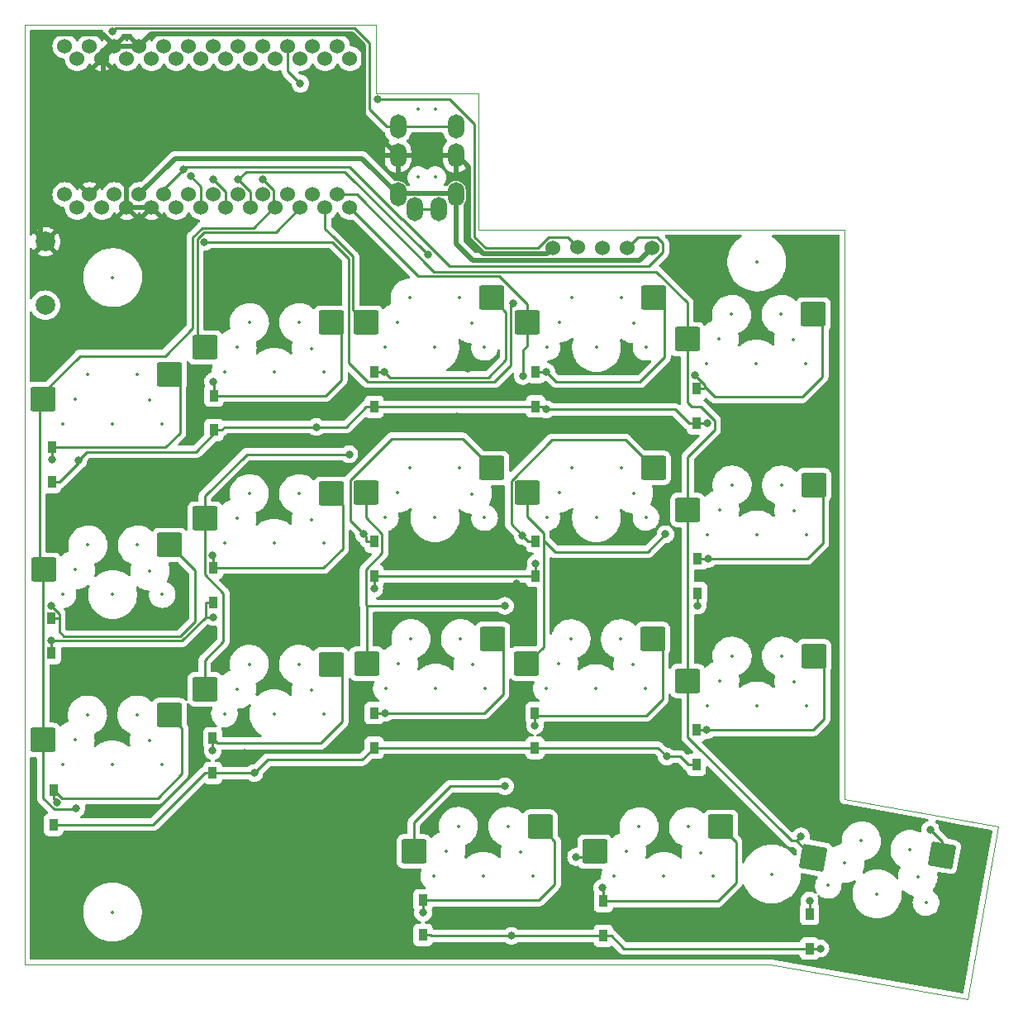
<source format=gbl>
%TF.GenerationSoftware,KiCad,Pcbnew,(6.0.9)*%
%TF.CreationDate,2023-01-03T16:32:55+09:00*%
%TF.ProjectId,split-mini,73706c69-742d-46d6-996e-692e6b696361,rev?*%
%TF.SameCoordinates,Original*%
%TF.FileFunction,Copper,L2,Bot*%
%TF.FilePolarity,Positive*%
%FSLAX46Y46*%
G04 Gerber Fmt 4.6, Leading zero omitted, Abs format (unit mm)*
G04 Created by KiCad (PCBNEW (6.0.9)) date 2023-01-03 16:32:55*
%MOMM*%
%LPD*%
G01*
G04 APERTURE LIST*
G04 Aperture macros list*
%AMRoundRect*
0 Rectangle with rounded corners*
0 $1 Rounding radius*
0 $2 $3 $4 $5 $6 $7 $8 $9 X,Y pos of 4 corners*
0 Add a 4 corners polygon primitive as box body*
4,1,4,$2,$3,$4,$5,$6,$7,$8,$9,$2,$3,0*
0 Add four circle primitives for the rounded corners*
1,1,$1+$1,$2,$3*
1,1,$1+$1,$4,$5*
1,1,$1+$1,$6,$7*
1,1,$1+$1,$8,$9*
0 Add four rect primitives between the rounded corners*
20,1,$1+$1,$2,$3,$4,$5,0*
20,1,$1+$1,$4,$5,$6,$7,0*
20,1,$1+$1,$6,$7,$8,$9,0*
20,1,$1+$1,$8,$9,$2,$3,0*%
G04 Aperture macros list end*
%TA.AperFunction,Profile*%
%ADD10C,0.100000*%
%TD*%
%TA.AperFunction,ComponentPad*%
%ADD11C,1.524000*%
%TD*%
%TA.AperFunction,SMDPad,CuDef*%
%ADD12R,0.950000X1.300000*%
%TD*%
%TA.AperFunction,SMDPad,CuDef*%
%ADD13RoundRect,0.200000X-1.075000X-1.050000X1.075000X-1.050000X1.075000X1.050000X-1.075000X1.050000X0*%
%TD*%
%TA.AperFunction,ComponentPad*%
%ADD14C,2.000000*%
%TD*%
%TA.AperFunction,SMDPad,CuDef*%
%ADD15RoundRect,0.200000X-1.240999X-0.847376X0.876338X-1.220720X1.240999X0.847376X-0.876338X1.220720X0*%
%TD*%
%TA.AperFunction,ComponentPad*%
%ADD16O,1.700000X2.500000*%
%TD*%
%TA.AperFunction,ViaPad*%
%ADD17C,0.800000*%
%TD*%
%TA.AperFunction,Conductor*%
%ADD18C,0.500000*%
%TD*%
%TA.AperFunction,Conductor*%
%ADD19C,0.250000*%
%TD*%
%ADD20C,0.350000*%
%ADD21O,1.000000X1.500000*%
G04 APERTURE END LIST*
D10*
X19950000Y-15475000D02*
X19950000Y-111725000D01*
X119667171Y-97563496D02*
X103950000Y-94792135D01*
X66450000Y-22475000D02*
X55950000Y-22475000D01*
X116541504Y-115290036D02*
X119667171Y-97563496D01*
X55950000Y-15475000D02*
X19950000Y-15475000D01*
X55950000Y-15475000D02*
X55950000Y-22475000D01*
X66450000Y-36475000D02*
X103950000Y-36475000D01*
X96323180Y-111725000D02*
X116541504Y-115290036D01*
X103950000Y-94792135D02*
X103950000Y-36475000D01*
X19950000Y-111725000D02*
X96323180Y-111725000D01*
X66450000Y-22475000D02*
X66450000Y-36475000D01*
D11*
%TO.P,H1,1,VCC*%
%TO.N,VCC*%
X84230000Y-38300000D03*
%TO.P,H1,2,SDIO*%
%TO.N,SDIO*%
X81690000Y-38300000D03*
%TO.P,H1,3,SCLK*%
%TO.N,SCLK*%
X79150000Y-38300000D03*
%TO.P,H1,4,NCS*%
%TO.N,NCS*%
X76610000Y-38250000D03*
%TO.P,H1,5,GND*%
%TO.N,GND*%
X74070000Y-38300000D03*
%TD*%
D12*
%TO.P,D7,1,K*%
%TO.N,row1*%
X39275000Y-74650000D03*
%TO.P,D7,2,A*%
%TO.N,Net-(D7-Pad2)*%
X39275000Y-71100000D03*
%TD*%
D13*
%TO.P,SW6,1,1*%
%TO.N,col0*%
X21865000Y-71310000D03*
%TO.P,SW6,2,2*%
%TO.N,Net-(D6-Pad2)*%
X34792000Y-68770000D03*
%TD*%
%TO.P,SW11,1,1*%
%TO.N,col0*%
X21815000Y-88735000D03*
%TO.P,SW11,2,2*%
%TO.N,Net-(D11-Pad2)*%
X34742000Y-86195000D03*
%TD*%
D12*
%TO.P,D6,1,K*%
%TO.N,row1*%
X22675000Y-79850000D03*
%TO.P,D6,2,A*%
%TO.N,Net-(D6-Pad2)*%
X22675000Y-76300000D03*
%TD*%
D13*
%TO.P,SW9,1,1*%
%TO.N,col3*%
X71415000Y-63410000D03*
%TO.P,SW9,2,2*%
%TO.N,Net-(D9-Pad2)*%
X84342000Y-60870000D03*
%TD*%
%TO.P,SW3,1,1*%
%TO.N,col2*%
X54880000Y-45990000D03*
%TO.P,SW3,2,2*%
%TO.N,Net-(D3-Pad2)*%
X67807000Y-43450000D03*
%TD*%
D12*
%TO.P,D9,1,K*%
%TO.N,row1*%
X72300000Y-71925000D03*
%TO.P,D9,2,A*%
%TO.N,Net-(D9-Pad2)*%
X72300000Y-68375000D03*
%TD*%
%TO.P,D16,1,K*%
%TO.N,row3*%
X60750000Y-108725000D03*
%TO.P,D16,2,A*%
%TO.N,Net-(D16-Pad2)*%
X60750000Y-105175000D03*
%TD*%
%TO.P,D11,1,K*%
%TO.N,row2*%
X22900000Y-97425000D03*
%TO.P,D11,2,A*%
%TO.N,Net-(D11-Pad2)*%
X22900000Y-93875000D03*
%TD*%
%TO.P,D14,1,K*%
%TO.N,row2*%
X72225000Y-89550000D03*
%TO.P,D14,2,A*%
%TO.N,Net-(D14-Pad2)*%
X72225000Y-86000000D03*
%TD*%
%TO.P,D17,1,K*%
%TO.N,row3*%
X79225000Y-108800000D03*
%TO.P,D17,2,A*%
%TO.N,Net-(D17-Pad2)*%
X79225000Y-105250000D03*
%TD*%
D13*
%TO.P,SW5,1,1*%
%TO.N,col4*%
X87815000Y-47685000D03*
%TO.P,SW5,2,2*%
%TO.N,Net-(D5-Pad2)*%
X100742000Y-45145000D03*
%TD*%
D14*
%TO.P,SW19,1,1*%
%TO.N,RESET*%
X22050000Y-44200000D03*
%TO.P,SW19,2,2*%
%TO.N,GND*%
X22050000Y-37700000D03*
%TD*%
D13*
%TO.P,SW15,1,1*%
%TO.N,col4*%
X87865000Y-82710000D03*
%TO.P,SW15,2,2*%
%TO.N,Net-(D15-Pad2)*%
X100792000Y-80170000D03*
%TD*%
D12*
%TO.P,D13,1,K*%
%TO.N,row2*%
X55750000Y-89525000D03*
%TO.P,D13,2,A*%
%TO.N,Net-(D13-Pad2)*%
X55750000Y-85975000D03*
%TD*%
D13*
%TO.P,SW7,1,1*%
%TO.N,col1*%
X38390000Y-66060000D03*
%TO.P,SW7,2,2*%
%TO.N,Net-(D7-Pad2)*%
X51317000Y-63520000D03*
%TD*%
D12*
%TO.P,D1,1,K*%
%TO.N,row0*%
X22700000Y-62325000D03*
%TO.P,D1,2,A*%
%TO.N,Net-(D1-Pad2)*%
X22700000Y-58775000D03*
%TD*%
D13*
%TO.P,SW16,1,1*%
%TO.N,col2*%
X59815000Y-100160000D03*
%TO.P,SW16,2,2*%
%TO.N,Net-(D16-Pad2)*%
X72742000Y-97620000D03*
%TD*%
D12*
%TO.P,D18,1,K*%
%TO.N,row3*%
X100350000Y-110100000D03*
%TO.P,D18,2,A*%
%TO.N,Net-(D18-Pad2)*%
X100350000Y-106550000D03*
%TD*%
%TO.P,D4,1,K*%
%TO.N,row0*%
X72300000Y-54575000D03*
%TO.P,D4,2,A*%
%TO.N,Net-(D4-Pad2)*%
X72300000Y-51025000D03*
%TD*%
%TO.P,D10,1,K*%
%TO.N,row1*%
X88900000Y-73700000D03*
%TO.P,D10,2,A*%
%TO.N,Net-(D10-Pad2)*%
X88900000Y-70150000D03*
%TD*%
D15*
%TO.P,SW18,1,1*%
%TO.N,col4*%
X100738703Y-100793291D03*
%TO.P,SW18,2,2*%
%TO.N,Net-(D18-Pad2)*%
X113910380Y-100536629D03*
%TD*%
D16*
%TO.P,J1,A*%
%TO.N,unconnected-(J1-PadA)*%
X62375000Y-34375000D03*
X59925000Y-34375000D03*
%TO.P,J1,B*%
%TO.N,data*%
X64125000Y-25875000D03*
X58175000Y-25875000D03*
%TO.P,J1,C*%
%TO.N,GND*%
X64125000Y-28875000D03*
X58175000Y-28875000D03*
%TO.P,J1,D*%
%TO.N,VCC*%
X64125000Y-32875000D03*
X58175000Y-32875000D03*
%TD*%
D12*
%TO.P,D3,1,K*%
%TO.N,row0*%
X55725000Y-54625000D03*
%TO.P,D3,2,A*%
%TO.N,Net-(D3-Pad2)*%
X55725000Y-51075000D03*
%TD*%
D13*
%TO.P,SW8,1,1*%
%TO.N,col2*%
X54890000Y-63435000D03*
%TO.P,SW8,2,2*%
%TO.N,Net-(D8-Pad2)*%
X67817000Y-60895000D03*
%TD*%
%TO.P,SW17,1,1*%
%TO.N,col3*%
X78340000Y-100185000D03*
%TO.P,SW17,2,2*%
%TO.N,Net-(D17-Pad2)*%
X91267000Y-97645000D03*
%TD*%
D11*
%TO.P,U1,24,RAW*%
%TO.N,unconnected-(U1-Pad24)*%
X25317000Y-18950000D03*
X24047000Y-32863600D03*
%TO.P,U1,23,GND*%
%TO.N,GND*%
X27857000Y-18950000D03*
X26587000Y-32863600D03*
%TO.P,U1,22,RST*%
%TO.N,RESET*%
X29127000Y-32863600D03*
X30397000Y-18950000D03*
%TO.P,U1,21,VCC*%
%TO.N,VCC*%
X31667000Y-32863600D03*
X32937000Y-18950000D03*
%TO.P,U1,20,F4/A3*%
%TO.N,SDIO*%
X35477000Y-18950000D03*
X34207000Y-32863600D03*
%TO.P,U1,19,F5/A2*%
%TO.N,SCLK*%
X36747000Y-32863600D03*
X38017000Y-18950000D03*
%TO.P,U1,18,F6/A1*%
%TO.N,NCS*%
X39287000Y-32863600D03*
X40557000Y-18950000D03*
%TO.P,U1,17,F7/A0*%
%TO.N,unconnected-(U1-Pad17)*%
X41827000Y-32863600D03*
X43097000Y-18950000D03*
%TO.P,U1,16,B1/15*%
%TO.N,unconnected-(U1-Pad16)*%
X44367000Y-32863600D03*
X45637000Y-18950000D03*
%TO.P,U1,15,B3/14*%
%TO.N,unconnected-(U1-Pad15)*%
X48177000Y-18950000D03*
X46907000Y-32863600D03*
%TO.P,U1,14,B2/16*%
%TO.N,unconnected-(U1-Pad14)*%
X50717000Y-18950000D03*
X49447000Y-32863600D03*
%TO.P,U1,13,B6/10*%
%TO.N,col4*%
X53257000Y-18950000D03*
X51987000Y-32863600D03*
%TO.P,U1,12,9/B5*%
%TO.N,col3*%
X51987000Y-17643600D03*
X53257000Y-34190000D03*
%TO.P,U1,11,8/B4*%
%TO.N,col2*%
X49447000Y-17643600D03*
X50717000Y-34190000D03*
%TO.P,U1,10,7/E6*%
%TO.N,col1*%
X48177000Y-34190000D03*
X46907000Y-17643600D03*
%TO.P,U1,9,6/D7*%
%TO.N,col0*%
X45637000Y-34190000D03*
X44367000Y-17643600D03*
%TO.P,U1,8,5/C6*%
%TO.N,row3*%
X41827000Y-17643600D03*
X43097000Y-34190000D03*
%TO.P,U1,7,4/D4*%
%TO.N,row2*%
X40557000Y-34190000D03*
X39287000Y-17643600D03*
%TO.P,U1,6,3/D0/SCL*%
%TO.N,row1*%
X38017000Y-34190000D03*
X36747000Y-17643600D03*
%TO.P,U1,5,2/D1/SDA*%
%TO.N,row0*%
X35477000Y-34190000D03*
X34207000Y-17643600D03*
%TO.P,U1,4,GND*%
%TO.N,GND*%
X32937000Y-34190000D03*
X31667000Y-17643600D03*
%TO.P,U1,3,GND*%
X29127000Y-17643600D03*
X30397000Y-34190000D03*
%TO.P,U1,2,RX1/D2*%
%TO.N,data*%
X26587000Y-17643600D03*
X27857000Y-34190000D03*
%TO.P,U1,1,TX0/D3*%
%TO.N,unconnected-(U1-Pad1)*%
X24047000Y-17643600D03*
X25317000Y-34190000D03*
%TD*%
D13*
%TO.P,SW10,1,1*%
%TO.N,col4*%
X87865000Y-65185000D03*
%TO.P,SW10,2,2*%
%TO.N,Net-(D10-Pad2)*%
X100792000Y-62645000D03*
%TD*%
D12*
%TO.P,D15,1,K*%
%TO.N,row2*%
X88750000Y-91275000D03*
%TO.P,D15,2,A*%
%TO.N,Net-(D15-Pad2)*%
X88750000Y-87725000D03*
%TD*%
D13*
%TO.P,SW2,1,1*%
%TO.N,col1*%
X38410000Y-48535000D03*
%TO.P,SW2,2,2*%
%TO.N,Net-(D2-Pad2)*%
X51337000Y-45995000D03*
%TD*%
%TO.P,SW13,1,1*%
%TO.N,col2*%
X54965000Y-80910000D03*
%TO.P,SW13,2,2*%
%TO.N,Net-(D13-Pad2)*%
X67892000Y-78370000D03*
%TD*%
%TO.P,SW12,1,1*%
%TO.N,col1*%
X38390000Y-83535000D03*
%TO.P,SW12,2,2*%
%TO.N,Net-(D12-Pad2)*%
X51317000Y-80995000D03*
%TD*%
%TO.P,SW14,1,1*%
%TO.N,col3*%
X71365000Y-80935000D03*
%TO.P,SW14,2,2*%
%TO.N,Net-(D14-Pad2)*%
X84292000Y-78395000D03*
%TD*%
%TO.P,SW1,1,1*%
%TO.N,col0*%
X21815000Y-53810000D03*
%TO.P,SW1,2,2*%
%TO.N,Net-(D1-Pad2)*%
X34742000Y-51270000D03*
%TD*%
D12*
%TO.P,D5,1,K*%
%TO.N,row0*%
X88775000Y-56300000D03*
%TO.P,D5,2,A*%
%TO.N,Net-(D5-Pad2)*%
X88775000Y-52750000D03*
%TD*%
%TO.P,D8,1,K*%
%TO.N,row1*%
X55750000Y-71975000D03*
%TO.P,D8,2,A*%
%TO.N,Net-(D8-Pad2)*%
X55750000Y-68425000D03*
%TD*%
D13*
%TO.P,SW4,1,1*%
%TO.N,col3*%
X71440000Y-45980000D03*
%TO.P,SW4,2,2*%
%TO.N,Net-(D4-Pad2)*%
X84367000Y-43440000D03*
%TD*%
D12*
%TO.P,D2,1,K*%
%TO.N,row0*%
X39300000Y-57000000D03*
%TO.P,D2,2,A*%
%TO.N,Net-(D2-Pad2)*%
X39300000Y-53450000D03*
%TD*%
%TO.P,D12,1,K*%
%TO.N,row2*%
X39200000Y-92125000D03*
%TO.P,D12,2,A*%
%TO.N,Net-(D12-Pad2)*%
X39200000Y-88575000D03*
%TD*%
D17*
%TO.N,GND*%
X35000000Y-25900000D03*
X39575000Y-25025000D03*
%TO.N,row0*%
X73397600Y-54872800D03*
X49825300Y-56675200D03*
X89871500Y-56300000D03*
X25436300Y-60062300D03*
%TO.N,Net-(D1-Pad2)*%
X22700000Y-60032900D03*
%TO.N,Net-(D2-Pad2)*%
X39234300Y-52026100D03*
%TO.N,Net-(D3-Pad2)*%
X56802100Y-51075000D03*
%TO.N,Net-(D4-Pad2)*%
X73383400Y-51025000D03*
%TO.N,Net-(D5-Pad2)*%
X88579500Y-51373800D03*
%TO.N,Net-(D6-Pad2)*%
X22675000Y-74988500D03*
%TO.N,Net-(D7-Pad2)*%
X39204900Y-69845900D03*
%TO.N,Net-(D8-Pad2)*%
X54674500Y-67665300D03*
%TO.N,Net-(D9-Pad2)*%
X70954000Y-67829300D03*
%TO.N,Net-(D10-Pad2)*%
X89998100Y-70162100D03*
%TO.N,row1*%
X22675000Y-78586400D03*
X72300000Y-70638500D03*
X36954700Y-30975800D03*
X88900000Y-74975500D03*
X55750000Y-73247700D03*
X39275000Y-76160300D03*
%TO.N,Net-(D11-Pad2)*%
X23272800Y-95137700D03*
%TO.N,Net-(D12-Pad2)*%
X39200000Y-89846800D03*
%TO.N,Net-(D13-Pad2)*%
X56832300Y-85975000D03*
%TO.N,Net-(D14-Pad2)*%
X72225000Y-87256300D03*
%TO.N,Net-(D15-Pad2)*%
X89834000Y-87725000D03*
%TO.N,Net-(D16-Pad2)*%
X60750000Y-106446900D03*
%TO.N,Net-(D17-Pad2)*%
X79122000Y-103885500D03*
%TO.N,Net-(D18-Pad2)*%
X112725000Y-97925000D03*
X100350000Y-105196900D03*
%TO.N,row2*%
X43452300Y-92125000D03*
X39287000Y-31278400D03*
X85721300Y-90433100D03*
%TO.N,row3*%
X69808800Y-108800000D03*
X41827000Y-31325000D03*
X101454500Y-110100000D03*
X61250600Y-39026800D03*
%TO.N,data*%
X28897900Y-16183300D03*
%TO.N,GND*%
X103775000Y-106925000D03*
X40400000Y-59125000D03*
X33275000Y-47725000D03*
X80375000Y-70800000D03*
X31850000Y-63900000D03*
X43150000Y-25100000D03*
X77075000Y-92450000D03*
X32800000Y-80975000D03*
X70325000Y-72750000D03*
X58475000Y-69800000D03*
X97975000Y-72425000D03*
X101275000Y-94675000D03*
X48925000Y-76050000D03*
X70150000Y-70100000D03*
X81200000Y-73675000D03*
X84000000Y-53675000D03*
X81675000Y-50700000D03*
X42000000Y-87825000D03*
X100850000Y-55675000D03*
X86625000Y-53300000D03*
X95300000Y-90225000D03*
X58175000Y-53325000D03*
X89275000Y-40325000D03*
X63550000Y-87700000D03*
X64250000Y-55600000D03*
X76125000Y-53050500D03*
X46525000Y-55250000D03*
X65325000Y-50675000D03*
X66100000Y-70275000D03*
X56375000Y-40200000D03*
X49075000Y-25275000D03*
X30850000Y-96100000D03*
X46350000Y-42975000D03*
X38975000Y-78050000D03*
X65150000Y-53425000D03*
X45700000Y-100700000D03*
X42500000Y-90050000D03*
X47225000Y-72300000D03*
X39075000Y-41575000D03*
X32000000Y-76275000D03*
X85575000Y-94450000D03*
X53525000Y-26100000D03*
X37025000Y-51325000D03*
X78675000Y-88300000D03*
%TO.N,col0*%
X25225000Y-95750000D03*
X44367000Y-31282900D03*
%TO.N,col1*%
X48177000Y-21501900D03*
X53192800Y-59463800D03*
%TO.N,col2*%
X69135000Y-74998600D03*
X69135000Y-93474600D03*
%TO.N,col3*%
X70975000Y-51450000D03*
X85585000Y-67660500D03*
X76434000Y-100719300D03*
%TO.N,col4*%
X99478000Y-98624300D03*
%TO.N,SDIO*%
X36229400Y-30278700D03*
%TO.N,SCLK*%
X38356100Y-37721800D03*
X70013900Y-44049000D03*
%TO.N,NCS*%
X56059600Y-23096200D03*
%TD*%
D18*
%TO.N,GND*%
X30397000Y-27202100D02*
X30397000Y-34190000D01*
X27975000Y-24780100D02*
X30397000Y-27202100D01*
X27975000Y-31475600D02*
X27975000Y-24780100D01*
X26587000Y-32863600D02*
X27975000Y-31475600D01*
X27975000Y-24780100D02*
X27975000Y-19068000D01*
X27975000Y-19068000D02*
X27857000Y-18950000D01*
X21550000Y-17975000D02*
X21550000Y-37200000D01*
X23093400Y-16431600D02*
X21550000Y-17975000D01*
X27915000Y-16431600D02*
X23093400Y-16431600D01*
X28796800Y-17313400D02*
X27915000Y-16431600D01*
D19*
%TO.N,row0*%
X22700000Y-62325000D02*
X23500300Y-62325000D01*
X25436300Y-60389000D02*
X23500300Y-62325000D01*
X88775000Y-56300000D02*
X87974700Y-56300000D01*
X39300000Y-57000000D02*
X39700200Y-57000000D01*
X72300000Y-54575000D02*
X71499700Y-54575000D01*
X55324900Y-54625000D02*
X55725000Y-54625000D01*
X73099800Y-54575000D02*
X73397600Y-54872800D01*
X89871500Y-56300000D02*
X88775000Y-56300000D01*
X37475200Y-59225000D02*
X26273600Y-59225000D01*
X40100300Y-57000000D02*
X40425100Y-56675200D01*
X49825300Y-56675200D02*
X52874500Y-56675200D01*
X73397600Y-54872800D02*
X86547500Y-54872800D01*
X72300000Y-54575000D02*
X72700200Y-54575000D01*
X40425100Y-56675200D02*
X49825300Y-56675200D01*
X72700200Y-54575000D02*
X73099800Y-54575000D01*
X55725000Y-54625000D02*
X71449700Y-54625000D01*
X39700200Y-57000000D02*
X37475200Y-59225000D01*
X52874500Y-56675200D02*
X54924700Y-54625000D01*
X86547500Y-54872800D02*
X87974700Y-56300000D01*
X39700200Y-57000000D02*
X40100300Y-57000000D01*
X25436300Y-60062300D02*
X25436300Y-60389000D01*
X26273600Y-59225000D02*
X25436300Y-60062300D01*
X71449700Y-54625000D02*
X71499700Y-54575000D01*
X55324900Y-54625000D02*
X54924700Y-54625000D01*
%TO.N,Net-(D1-Pad2)*%
X34742000Y-51270000D02*
X35825000Y-52353000D01*
X22700000Y-58775000D02*
X22700000Y-60032900D01*
X35825000Y-57325000D02*
X34375000Y-58775000D01*
X35825000Y-52353000D02*
X35825000Y-57325000D01*
X34375000Y-58775000D02*
X22700000Y-58775000D01*
%TO.N,Net-(D2-Pad2)*%
X39300000Y-53450000D02*
X39300000Y-52091800D01*
X52375000Y-51850000D02*
X52375000Y-47033000D01*
X52375000Y-47033000D02*
X51337000Y-45995000D01*
X39300000Y-53450000D02*
X50775000Y-53450000D01*
X50775000Y-53450000D02*
X52375000Y-51850000D01*
X39300000Y-52091800D02*
X39234300Y-52026100D01*
%TO.N,Net-(D3-Pad2)*%
X55725000Y-51075000D02*
X56802100Y-51075000D01*
X69261000Y-49789000D02*
X69261000Y-44904000D01*
X57330800Y-51603700D02*
X67446300Y-51603700D01*
X69261000Y-44904000D02*
X67807000Y-43450000D01*
X67446300Y-51603700D02*
X69261000Y-49789000D01*
X56802100Y-51075000D02*
X57330800Y-51603700D01*
%TO.N,Net-(D4-Pad2)*%
X73383400Y-51025000D02*
X74408400Y-52050000D01*
X82975000Y-52050000D02*
X85500000Y-49525000D01*
X85500000Y-49525000D02*
X85500000Y-44573000D01*
X72300000Y-51025000D02*
X73383400Y-51025000D01*
X85500000Y-44573000D02*
X84367000Y-43440000D01*
X74408400Y-52050000D02*
X82975000Y-52050000D01*
%TO.N,Net-(D5-Pad2)*%
X89607000Y-52585400D02*
X89607000Y-52420900D01*
X89575300Y-52750000D02*
X89575300Y-52617100D01*
X101650000Y-51525000D02*
X99575000Y-53600000D01*
X101650000Y-46053000D02*
X101650000Y-51525000D01*
X90621600Y-53600000D02*
X89607000Y-52585400D01*
X88579500Y-51393400D02*
X88579500Y-51373800D01*
X99575000Y-53600000D02*
X90621600Y-53600000D01*
X89607000Y-52420900D02*
X88579500Y-51393400D01*
X89575300Y-52617100D02*
X89607000Y-52585400D01*
X88775000Y-52750000D02*
X89575300Y-52750000D01*
X100742000Y-45145000D02*
X101650000Y-46053000D01*
%TO.N,Net-(D6-Pad2)*%
X37400000Y-76598604D02*
X35862204Y-78136400D01*
X23475300Y-76182100D02*
X23481500Y-76175900D01*
X23961400Y-78136400D02*
X23481500Y-77656500D01*
X23475300Y-76300000D02*
X23475300Y-76182100D01*
X35862204Y-78136400D02*
X23961400Y-78136400D01*
X22675000Y-74997000D02*
X22675000Y-74988500D01*
X22675000Y-76300000D02*
X23475300Y-76300000D01*
X23481500Y-77656500D02*
X23481500Y-76175900D01*
X23481500Y-76175900D02*
X23481500Y-75803500D01*
X37400000Y-71378000D02*
X37400000Y-76598604D01*
X23481500Y-75803500D02*
X22675000Y-74997000D01*
X34792000Y-68770000D02*
X37400000Y-71378000D01*
%TO.N,Net-(D7-Pad2)*%
X51317000Y-63520000D02*
X52500000Y-64703000D01*
X39275000Y-71100000D02*
X39275000Y-70124700D01*
X52500000Y-69150000D02*
X50550000Y-71100000D01*
X52500000Y-64703000D02*
X52500000Y-69150000D01*
X39204900Y-70054600D02*
X39204900Y-69845900D01*
X50550000Y-71100000D02*
X39275000Y-71100000D01*
X39275000Y-70124700D02*
X39204900Y-70054600D01*
%TO.N,Net-(D8-Pad2)*%
X64797000Y-57875000D02*
X67817000Y-60895000D01*
X54949700Y-68425000D02*
X54949700Y-67940500D01*
X55750000Y-68425000D02*
X54949700Y-68425000D01*
X54949700Y-67940500D02*
X54674500Y-67665300D01*
X53278500Y-66269300D02*
X53278500Y-62116700D01*
X54674500Y-67665300D02*
X53278500Y-66269300D01*
X53278500Y-62116700D02*
X57520200Y-57875000D01*
X57520200Y-57875000D02*
X64797000Y-57875000D01*
%TO.N,Net-(D9-Pad2)*%
X71899900Y-68375000D02*
X71499700Y-68375000D01*
X81472000Y-58000000D02*
X84342000Y-60870000D01*
X72300000Y-68375000D02*
X71899900Y-68375000D01*
X73948300Y-58000000D02*
X81472000Y-58000000D01*
X71499700Y-68375000D02*
X70954000Y-67829300D01*
X70954000Y-67829300D02*
X69772200Y-66647500D01*
X69772200Y-66647500D02*
X69772200Y-62176100D01*
X69772200Y-62176100D02*
X73948300Y-58000000D01*
%TO.N,Net-(D10-Pad2)*%
X101700000Y-68600000D02*
X100137900Y-70162100D01*
X88900000Y-70150000D02*
X89700300Y-70150000D01*
X101700000Y-63553000D02*
X101700000Y-68600000D01*
X89700300Y-70150000D02*
X89712400Y-70162100D01*
X100792000Y-62645000D02*
X101700000Y-63553000D01*
X100137900Y-70162100D02*
X89998100Y-70162100D01*
X89712400Y-70162100D02*
X89998100Y-70162100D01*
%TO.N,row1*%
X22675000Y-78586400D02*
X36048600Y-78586400D01*
X38017000Y-32038100D02*
X36954700Y-30975800D01*
X72300000Y-71524900D02*
X72300000Y-70638500D01*
X71899900Y-71925000D02*
X71499700Y-71925000D01*
X72300000Y-71925000D02*
X71899900Y-71925000D01*
X39275000Y-74650000D02*
X38474700Y-74650000D01*
X71449700Y-71975000D02*
X71499700Y-71925000D01*
X38474700Y-76160300D02*
X39275000Y-76160300D01*
X36048600Y-78586400D02*
X38474700Y-76160300D01*
X55750000Y-71975000D02*
X71449700Y-71975000D01*
X88900000Y-73700000D02*
X88900000Y-74975500D01*
X38017000Y-34190000D02*
X38017000Y-32038100D01*
X55750000Y-71975000D02*
X55750000Y-73247700D01*
X22675000Y-79850000D02*
X22675000Y-78586400D01*
X38474700Y-74650000D02*
X38474700Y-76160300D01*
X71899900Y-71925000D02*
X72300000Y-71524900D01*
%TO.N,Net-(D11-Pad2)*%
X33575000Y-94700000D02*
X36050000Y-92225000D01*
X22900000Y-94850300D02*
X22985400Y-94850300D01*
X36050000Y-87503000D02*
X34742000Y-86195000D01*
X36050000Y-92225000D02*
X36050000Y-87503000D01*
X23725000Y-94700000D02*
X33575000Y-94700000D01*
X22900000Y-93875000D02*
X22900000Y-94850300D01*
X22900000Y-93875000D02*
X23725000Y-94700000D01*
X22985400Y-94850300D02*
X23272800Y-95137700D01*
%TO.N,Net-(D12-Pad2)*%
X39200000Y-88575000D02*
X39700000Y-89075000D01*
X52475000Y-82153000D02*
X51317000Y-80995000D01*
X52475000Y-86875000D02*
X52475000Y-82153000D01*
X50275000Y-89075000D02*
X52475000Y-86875000D01*
X39700000Y-89075000D02*
X50275000Y-89075000D01*
X39200000Y-88575000D02*
X39200000Y-89846800D01*
%TO.N,Net-(D13-Pad2)*%
X67000000Y-85975000D02*
X56832300Y-85975000D01*
X67892000Y-78370000D02*
X68925000Y-79403000D01*
X56832300Y-85975000D02*
X55750000Y-85975000D01*
X68925000Y-84050000D02*
X67000000Y-85975000D01*
X68925000Y-79403000D02*
X68925000Y-84050000D01*
%TO.N,Net-(D14-Pad2)*%
X72450000Y-86225000D02*
X72225000Y-86000000D01*
X85275000Y-79378000D02*
X85275000Y-84550000D01*
X72225000Y-86000000D02*
X72225000Y-87256300D01*
X85275000Y-84550000D02*
X83600000Y-86225000D01*
X83600000Y-86225000D02*
X72450000Y-86225000D01*
X84292000Y-78395000D02*
X85275000Y-79378000D01*
%TO.N,Net-(D15-Pad2)*%
X100792000Y-80170000D02*
X101825000Y-81203000D01*
X89834000Y-87725000D02*
X88750000Y-87725000D01*
X101825000Y-81203000D02*
X101825000Y-86625000D01*
X101825000Y-86625000D02*
X100725000Y-87725000D01*
X100725000Y-87725000D02*
X89834000Y-87725000D01*
%TO.N,Net-(D16-Pad2)*%
X72742000Y-97620000D02*
X74225000Y-99103000D01*
X74225000Y-99103000D02*
X74225000Y-103550000D01*
X74225000Y-103550000D02*
X72600000Y-105175000D01*
X72600000Y-105175000D02*
X60750000Y-105175000D01*
X60750000Y-105175000D02*
X60750000Y-106446900D01*
%TO.N,Net-(D17-Pad2)*%
X92800000Y-99178000D02*
X92800000Y-103400000D01*
X79225000Y-105250000D02*
X79225000Y-103988500D01*
X79225000Y-103988500D02*
X79122000Y-103885500D01*
X90950000Y-105250000D02*
X79225000Y-105250000D01*
X92800000Y-103400000D02*
X90950000Y-105250000D01*
X91267000Y-97645000D02*
X92800000Y-99178000D01*
%TO.N,Net-(D18-Pad2)*%
X100350000Y-106550000D02*
X100350000Y-105196900D01*
X113910380Y-99085380D02*
X112725000Y-97925000D01*
X113910380Y-100536629D02*
X113910380Y-99085380D01*
X112725000Y-97925000D02*
X112725000Y-97900000D01*
%TO.N,row2*%
X54525000Y-90750000D02*
X55750000Y-89525000D01*
X38399700Y-92125000D02*
X33099700Y-97425000D01*
X71399700Y-89525000D02*
X55750000Y-89525000D01*
X72225000Y-89550000D02*
X71424700Y-89550000D01*
X84838200Y-89550000D02*
X72225000Y-89550000D01*
X87949700Y-91275000D02*
X87107800Y-90433100D01*
X85721300Y-90433100D02*
X84838200Y-89550000D01*
X39200000Y-92125000D02*
X38399700Y-92125000D01*
X40557000Y-32548400D02*
X39287000Y-31278400D01*
X43452300Y-92125000D02*
X44827300Y-90750000D01*
X71424700Y-89550000D02*
X71399700Y-89525000D01*
X87107800Y-90433100D02*
X85721300Y-90433100D01*
X44827300Y-90750000D02*
X54525000Y-90750000D01*
X40557000Y-34190000D02*
X40557000Y-32548400D01*
X33099700Y-97425000D02*
X22900000Y-97425000D01*
X39200000Y-92125000D02*
X43452300Y-92125000D01*
X88750000Y-91275000D02*
X87949700Y-91275000D01*
%TO.N,row3*%
X79225000Y-108800000D02*
X80025300Y-108800000D01*
X69808800Y-108800000D02*
X61625300Y-108800000D01*
X41827000Y-31325000D02*
X42637500Y-30514500D01*
X79225000Y-108800000D02*
X69808800Y-108800000D01*
X42637500Y-30514500D02*
X52738300Y-30514500D01*
X43097000Y-34190000D02*
X43097000Y-32595000D01*
X100350000Y-110100000D02*
X81325300Y-110100000D01*
X43097000Y-32595000D02*
X41827000Y-31325000D01*
X101454500Y-110100000D02*
X100350000Y-110100000D01*
X60750000Y-108725000D02*
X61550300Y-108725000D01*
X61625300Y-108800000D02*
X61550300Y-108725000D01*
X52738300Y-30514500D02*
X61250600Y-39026800D01*
X81325300Y-110100000D02*
X80025300Y-108800000D01*
%TO.N,unconnected-(J1-PadA)*%
X59925000Y-34375000D02*
X62375000Y-34375000D01*
%TO.N,data*%
X55260700Y-24136000D02*
X55260700Y-17369600D01*
X58175000Y-25875000D02*
X64125000Y-25875000D01*
X29270800Y-15810400D02*
X28897900Y-16183300D01*
X56999700Y-25875000D02*
X55260700Y-24136000D01*
X55260700Y-17369600D02*
X53701500Y-15810400D01*
X58175000Y-25875000D02*
X56999700Y-25875000D01*
X53701500Y-15810400D02*
X29270800Y-15810400D01*
D18*
%TO.N,GND*%
X65425000Y-37437500D02*
X65425000Y-30000000D01*
X53506600Y-16431600D02*
X32879000Y-16431600D01*
X31667000Y-17643600D02*
X29127000Y-17643600D01*
X58175000Y-28875000D02*
X54650000Y-25350000D01*
X65425000Y-30000000D02*
X64300000Y-28875000D01*
X21550000Y-37200000D02*
X22050000Y-37700000D01*
X73445000Y-38925000D02*
X66912500Y-38925000D01*
X64300000Y-28875000D02*
X64125000Y-28875000D01*
X54650000Y-25350000D02*
X54650000Y-17575000D01*
X58175000Y-28875000D02*
X64125000Y-28875000D01*
X54650000Y-17575000D02*
X53506600Y-16431600D01*
X29127000Y-17643600D02*
X28796800Y-17313400D01*
X74070000Y-38300000D02*
X73445000Y-38925000D01*
X32937000Y-34190000D02*
X30397000Y-34190000D01*
X28796800Y-17313400D02*
X27857000Y-18253200D01*
X27857000Y-18253200D02*
X27857000Y-18950000D01*
X32879000Y-16431600D02*
X31667000Y-17643600D01*
X66912500Y-38925000D02*
X65425000Y-37437500D01*
%TO.N,VCC*%
X58175000Y-32875000D02*
X54475000Y-29175000D01*
X35355600Y-29175000D02*
X31667000Y-32863600D01*
X58325000Y-32725000D02*
X58175000Y-32875000D01*
X64125000Y-32875000D02*
X63975000Y-32725000D01*
X82905000Y-39625000D02*
X84230000Y-38300000D01*
X64125000Y-32875000D02*
X64125000Y-37950000D01*
X54475000Y-29175000D02*
X35355600Y-29175000D01*
X64125000Y-37950000D02*
X65800000Y-39625000D01*
X65800000Y-39625000D02*
X82905000Y-39625000D01*
X63975000Y-32725000D02*
X58325000Y-32725000D01*
D19*
%TO.N,col0*%
X45454400Y-32370300D02*
X44367000Y-31282900D01*
X25583349Y-49394999D02*
X21815000Y-53163348D01*
X21815000Y-71360000D02*
X21865000Y-71310000D01*
X21815000Y-94705205D02*
X21815000Y-88735000D01*
X21815000Y-88735000D02*
X21815000Y-71360000D01*
X25112300Y-95862700D02*
X22972495Y-95862700D01*
X21815000Y-53163348D02*
X21815000Y-53810000D01*
X21815000Y-53810000D02*
X21449400Y-54175600D01*
X45454400Y-34190000D02*
X45637000Y-34190000D01*
X38105104Y-36269900D02*
X37148900Y-37226104D01*
X21449400Y-54175600D02*
X21449400Y-70894400D01*
X45454400Y-34190000D02*
X45454400Y-32370300D01*
X37148900Y-46551100D02*
X34305001Y-49394999D01*
X22972495Y-95862700D02*
X21815000Y-94705205D01*
X25225000Y-95750000D02*
X25112300Y-95862700D01*
X37148900Y-37226104D02*
X37148900Y-46551100D01*
X43374500Y-36269900D02*
X38105104Y-36269900D01*
X45454400Y-34190000D02*
X43374500Y-36269900D01*
X34305001Y-49394999D02*
X25583349Y-49394999D01*
X21449400Y-70894400D02*
X21865000Y-71310000D01*
%TO.N,col1*%
X38390000Y-71800100D02*
X40275000Y-73685100D01*
X38390000Y-66060000D02*
X38390000Y-71800100D01*
X38291200Y-36720200D02*
X37598900Y-37412500D01*
X46907000Y-17643600D02*
X46907000Y-20231900D01*
X46907000Y-20231900D02*
X48177000Y-21501900D01*
X53192800Y-59463800D02*
X42686200Y-59463800D01*
X37598900Y-47723900D02*
X38410000Y-48535000D01*
X37598900Y-37412500D02*
X37598900Y-47723900D01*
X48177000Y-34190000D02*
X45646800Y-36720200D01*
X45646800Y-36720200D02*
X38291200Y-36720200D01*
X40275000Y-73685100D02*
X40275000Y-78673900D01*
X42686200Y-59463800D02*
X38390000Y-63760000D01*
X38390000Y-80558900D02*
X38390000Y-83535000D01*
X38390000Y-63760000D02*
X38390000Y-66060000D01*
X40275000Y-78673900D02*
X38390000Y-80558900D01*
%TO.N,col2*%
X53561000Y-44671000D02*
X53561000Y-39224604D01*
X54890000Y-65930100D02*
X56550400Y-67590500D01*
X54890000Y-63435000D02*
X54890000Y-65930100D01*
X54880000Y-45990000D02*
X53561000Y-44671000D01*
X54965000Y-74998600D02*
X54965000Y-80910000D01*
X59815000Y-100160000D02*
X59815000Y-97185000D01*
X51596800Y-37271800D02*
X50717000Y-36392000D01*
X50717000Y-36392000D02*
X50717000Y-34190000D01*
X54965000Y-74998600D02*
X69135000Y-74998600D01*
X53561000Y-39224604D02*
X51608196Y-37271800D01*
X56550400Y-69589500D02*
X54904300Y-71235600D01*
X63525400Y-93474600D02*
X69135000Y-93474600D01*
X56550400Y-67590500D02*
X56550400Y-69589500D01*
X54904300Y-74937900D02*
X54965000Y-74998600D01*
X54904300Y-71235600D02*
X54904300Y-74937900D01*
X59815000Y-97185000D02*
X63525400Y-93474600D01*
X51608196Y-37271800D02*
X51596800Y-37271800D01*
%TO.N,col3*%
X73100400Y-68288800D02*
X74286600Y-69475000D01*
X71440000Y-48365000D02*
X71440000Y-45980000D01*
X73100400Y-79199600D02*
X73100400Y-68288800D01*
X74286600Y-69475000D02*
X83770500Y-69475000D01*
X70975000Y-51450000D02*
X70975000Y-48830000D01*
X70975000Y-48830000D02*
X71440000Y-48365000D01*
X68557500Y-41215000D02*
X71440000Y-44097500D01*
X71440000Y-44097500D02*
X71440000Y-45980000D01*
X73100400Y-67546800D02*
X71415000Y-65861400D01*
X71415000Y-65861400D02*
X71415000Y-63410000D01*
X77805700Y-100719300D02*
X78340000Y-100185000D01*
X60282000Y-41215000D02*
X68557500Y-41215000D01*
X73100400Y-68288800D02*
X73100400Y-67546800D01*
X83770500Y-69475000D02*
X85585000Y-67660500D01*
X76434000Y-100719300D02*
X77805700Y-100719300D01*
X53257000Y-34190000D02*
X60282000Y-41215000D01*
X71365000Y-80935000D02*
X73100400Y-79199600D01*
%TO.N,col4*%
X87865000Y-88467400D02*
X98476100Y-99078500D01*
X88272400Y-54597400D02*
X89222100Y-54597400D01*
X87815000Y-54140000D02*
X88272400Y-54597400D01*
X61860600Y-40764600D02*
X53959600Y-32863600D01*
X87865000Y-59765900D02*
X87865000Y-65185000D01*
X98476100Y-99078500D02*
X99023800Y-99078500D01*
X87815000Y-43947500D02*
X84632100Y-40764600D01*
X99023900Y-99078400D02*
X99478000Y-98624300D01*
X87865000Y-82710000D02*
X87865000Y-88467400D01*
X84632100Y-40764600D02*
X61860600Y-40764600D01*
X53959600Y-32863600D02*
X51987000Y-32863600D01*
X87815000Y-47685000D02*
X87815000Y-43947500D01*
X89222100Y-54597400D02*
X90629200Y-56004500D01*
X87865000Y-65185000D02*
X87865000Y-82710000D01*
X99023800Y-99078500D02*
X99023900Y-99078400D01*
X90629200Y-57001700D02*
X87865000Y-59765900D01*
X90629200Y-56004500D02*
X90629200Y-57001700D01*
X100738700Y-100793300D02*
X99023900Y-99078400D01*
X87815000Y-47685000D02*
X87815000Y-54140000D01*
%TO.N,SDIO*%
X58624500Y-35374900D02*
X58540200Y-35374900D01*
X36443900Y-30064200D02*
X36229400Y-30278700D01*
X85320100Y-37846200D02*
X85320100Y-38760600D01*
X82779900Y-37210100D02*
X84684000Y-37210100D01*
X34207000Y-32301100D02*
X36229400Y-30278700D01*
X81690000Y-38300000D02*
X82779900Y-37210100D01*
X84684000Y-37210100D02*
X85320100Y-37846200D01*
X83878900Y-40201800D02*
X63451400Y-40201800D01*
X63451400Y-40201800D02*
X58624500Y-35374900D01*
X53229500Y-30064200D02*
X36443900Y-30064200D01*
X58540200Y-35374900D02*
X53229500Y-30064200D01*
X34207000Y-32863600D02*
X34207000Y-32301100D01*
X85320100Y-38760600D02*
X83878900Y-40201800D01*
%TO.N,SCLK*%
X53111000Y-50093200D02*
X53111000Y-39411000D01*
X51421800Y-37721800D02*
X38356100Y-37721800D01*
X69711000Y-44351900D02*
X69711000Y-50389000D01*
X53111000Y-39411000D02*
X51421800Y-37721800D01*
X69711000Y-50389000D02*
X68046300Y-52053700D01*
X55071500Y-52053700D02*
X53111000Y-50093200D01*
X68046300Y-52053700D02*
X55071500Y-52053700D01*
X70013900Y-44049000D02*
X69711000Y-44351900D01*
%TO.N,NCS*%
X66000000Y-37199328D02*
X66000000Y-25663100D01*
X75573000Y-37213000D02*
X73619749Y-37213000D01*
X66000000Y-25663100D02*
X63433100Y-23096200D01*
X72482749Y-38350000D02*
X67150672Y-38350000D01*
X76610000Y-38250000D02*
X75573000Y-37213000D01*
X73619749Y-37213000D02*
X72482749Y-38350000D01*
X63433100Y-23096200D02*
X56059600Y-23096200D01*
X67150672Y-38350000D02*
X66000000Y-37199328D01*
%TD*%
%TA.AperFunction,Conductor*%
%TO.N,GND*%
G36*
X71186830Y-90178502D02*
G01*
X71233323Y-90232158D01*
X71243972Y-90270892D01*
X71248255Y-90310316D01*
X71299385Y-90446705D01*
X71386739Y-90563261D01*
X71503295Y-90650615D01*
X71639684Y-90701745D01*
X71701866Y-90708500D01*
X72748134Y-90708500D01*
X72810316Y-90701745D01*
X72946705Y-90650615D01*
X73063261Y-90563261D01*
X73150615Y-90446705D01*
X73201745Y-90310316D01*
X73203312Y-90295892D01*
X73230554Y-90230330D01*
X73288917Y-90189904D01*
X73328575Y-90183500D01*
X84523606Y-90183500D01*
X84591727Y-90203502D01*
X84612701Y-90220405D01*
X84774178Y-90381882D01*
X84808204Y-90444194D01*
X84810392Y-90457803D01*
X84817009Y-90520755D01*
X84826330Y-90609438D01*
X84827758Y-90623028D01*
X84886773Y-90804656D01*
X84890076Y-90810378D01*
X84890077Y-90810379D01*
X84901236Y-90829706D01*
X84982260Y-90970044D01*
X84986678Y-90974951D01*
X84986679Y-90974952D01*
X85105625Y-91107055D01*
X85110047Y-91111966D01*
X85193524Y-91172616D01*
X85258923Y-91220131D01*
X85264548Y-91224218D01*
X85270576Y-91226902D01*
X85270578Y-91226903D01*
X85390001Y-91280073D01*
X85439012Y-91301894D01*
X85527294Y-91320659D01*
X85619356Y-91340228D01*
X85619361Y-91340228D01*
X85625813Y-91341600D01*
X85816787Y-91341600D01*
X85823239Y-91340228D01*
X85823244Y-91340228D01*
X85915306Y-91320659D01*
X86003588Y-91301894D01*
X86052599Y-91280073D01*
X86172022Y-91226903D01*
X86172024Y-91226902D01*
X86178052Y-91224218D01*
X86183678Y-91220131D01*
X86324851Y-91117562D01*
X86332553Y-91111966D01*
X86336968Y-91107063D01*
X86341880Y-91102640D01*
X86343005Y-91103889D01*
X86396314Y-91071049D01*
X86429500Y-91066600D01*
X86793206Y-91066600D01*
X86861327Y-91086602D01*
X86882301Y-91103505D01*
X87446043Y-91667247D01*
X87453587Y-91675537D01*
X87457700Y-91682018D01*
X87463477Y-91687443D01*
X87507367Y-91728658D01*
X87510209Y-91731413D01*
X87529930Y-91751134D01*
X87533125Y-91753612D01*
X87542147Y-91761318D01*
X87574379Y-91791586D01*
X87581328Y-91795406D01*
X87592132Y-91801346D01*
X87608656Y-91812199D01*
X87624659Y-91824613D01*
X87665243Y-91842176D01*
X87675872Y-91847383D01*
X87701201Y-91861307D01*
X87751259Y-91911650D01*
X87765146Y-91966383D01*
X87766316Y-91966320D01*
X87766500Y-91969717D01*
X87766500Y-91973134D01*
X87773255Y-92035316D01*
X87824385Y-92171705D01*
X87911739Y-92288261D01*
X88028295Y-92375615D01*
X88164684Y-92426745D01*
X88226866Y-92433500D01*
X89273134Y-92433500D01*
X89335316Y-92426745D01*
X89471705Y-92375615D01*
X89588261Y-92288261D01*
X89675615Y-92171705D01*
X89726745Y-92035316D01*
X89733500Y-91973134D01*
X89733500Y-91535994D01*
X89753502Y-91467873D01*
X89807158Y-91421380D01*
X89877432Y-91411276D01*
X89942012Y-91440770D01*
X89948595Y-91446899D01*
X97972443Y-99470747D01*
X97979987Y-99479037D01*
X97984100Y-99485518D01*
X97989877Y-99490943D01*
X98033767Y-99532158D01*
X98036609Y-99534913D01*
X98056331Y-99554635D01*
X98059455Y-99557058D01*
X98059459Y-99557062D01*
X98059524Y-99557112D01*
X98068545Y-99564817D01*
X98100779Y-99595086D01*
X98107727Y-99598905D01*
X98107729Y-99598907D01*
X98118532Y-99604846D01*
X98135059Y-99615702D01*
X98144798Y-99623257D01*
X98144800Y-99623258D01*
X98151060Y-99628114D01*
X98191640Y-99645674D01*
X98202288Y-99650891D01*
X98231025Y-99666689D01*
X98241040Y-99672195D01*
X98248716Y-99674166D01*
X98248719Y-99674167D01*
X98260662Y-99677233D01*
X98279367Y-99683637D01*
X98297955Y-99691681D01*
X98305778Y-99692920D01*
X98305788Y-99692923D01*
X98341624Y-99698599D01*
X98353244Y-99701005D01*
X98388389Y-99710028D01*
X98396070Y-99712000D01*
X98416324Y-99712000D01*
X98436034Y-99713551D01*
X98456043Y-99716720D01*
X98463935Y-99715974D01*
X98500061Y-99712559D01*
X98511919Y-99712000D01*
X98709392Y-99712000D01*
X98777513Y-99732002D01*
X98798489Y-99748906D01*
X99009220Y-99959649D01*
X99018493Y-99968923D01*
X99052516Y-100031236D01*
X99053481Y-100079894D01*
X99011097Y-100320267D01*
X98981458Y-100488356D01*
X98949930Y-100551968D01*
X98889017Y-100588438D01*
X98818056Y-100586185D01*
X98759038Y-100545256D01*
X98753941Y-100538893D01*
X98689541Y-100458509D01*
X98549844Y-100320267D01*
X98445507Y-100217017D01*
X98445506Y-100217016D01*
X98442929Y-100214466D01*
X98257331Y-100068939D01*
X98172759Y-100002626D01*
X98172757Y-100002625D01*
X98169902Y-100000386D01*
X98103426Y-99959649D01*
X98052076Y-99928182D01*
X97874079Y-99819105D01*
X97870794Y-99817580D01*
X97870790Y-99817578D01*
X97619654Y-99701005D01*
X97559380Y-99673027D01*
X97366839Y-99609350D01*
X97233422Y-99565226D01*
X97233417Y-99565225D01*
X97229977Y-99564087D01*
X97226422Y-99563351D01*
X97226419Y-99563350D01*
X96893786Y-99494465D01*
X96893783Y-99494465D01*
X96890236Y-99493730D01*
X96731084Y-99479526D01*
X96587924Y-99466749D01*
X96587918Y-99466749D01*
X96585131Y-99466500D01*
X96361568Y-99466500D01*
X96359749Y-99466605D01*
X96359745Y-99466605D01*
X96107246Y-99481164D01*
X96107241Y-99481165D01*
X96103626Y-99481373D01*
X96077997Y-99485846D01*
X95765415Y-99540400D01*
X95765408Y-99540402D01*
X95761842Y-99541024D01*
X95758367Y-99542053D01*
X95758360Y-99542055D01*
X95625137Y-99581518D01*
X95429180Y-99639563D01*
X95425844Y-99640986D01*
X95425841Y-99640987D01*
X95113386Y-99774260D01*
X95113383Y-99774262D01*
X95110048Y-99775684D01*
X95106901Y-99777479D01*
X95106897Y-99777481D01*
X94847609Y-99925376D01*
X94808676Y-99947583D01*
X94805764Y-99949722D01*
X94805761Y-99949724D01*
X94779625Y-99968923D01*
X94529060Y-100152982D01*
X94526407Y-100155448D01*
X94526405Y-100155449D01*
X94437390Y-100238167D01*
X94274904Y-100389158D01*
X94049578Y-100652981D01*
X93856069Y-100940953D01*
X93696940Y-101249259D01*
X93690375Y-101266634D01*
X93677366Y-101301060D01*
X93634576Y-101357713D01*
X93567950Y-101382238D01*
X93498641Y-101366850D01*
X93448655Y-101316433D01*
X93433500Y-101256522D01*
X93433500Y-99256763D01*
X93434027Y-99245579D01*
X93435701Y-99238091D01*
X93433562Y-99170032D01*
X93433500Y-99166075D01*
X93433500Y-99138144D01*
X93432994Y-99134138D01*
X93432061Y-99122292D01*
X93430922Y-99086037D01*
X93430673Y-99078110D01*
X93425022Y-99058658D01*
X93421014Y-99039306D01*
X93419468Y-99027068D01*
X93419467Y-99027066D01*
X93418474Y-99019203D01*
X93402194Y-98978086D01*
X93398359Y-98966885D01*
X93386018Y-98924406D01*
X93381985Y-98917587D01*
X93381983Y-98917582D01*
X93375707Y-98906971D01*
X93367010Y-98889221D01*
X93359552Y-98870383D01*
X93354078Y-98862848D01*
X93333572Y-98834625D01*
X93327053Y-98824701D01*
X93308578Y-98793460D01*
X93308574Y-98793455D01*
X93304542Y-98786637D01*
X93290218Y-98772313D01*
X93277376Y-98757278D01*
X93265472Y-98740893D01*
X93231406Y-98712711D01*
X93222627Y-98704722D01*
X93087405Y-98569500D01*
X93053379Y-98507188D01*
X93050500Y-98480405D01*
X93050499Y-96541249D01*
X93050499Y-96538366D01*
X93043753Y-96464938D01*
X93038004Y-96446592D01*
X92994744Y-96308550D01*
X92994743Y-96308548D01*
X92992472Y-96301301D01*
X92903639Y-96154619D01*
X92782381Y-96033361D01*
X92635699Y-95944528D01*
X92628452Y-95942257D01*
X92628450Y-95942256D01*
X92527020Y-95910470D01*
X92472062Y-95893247D01*
X92398635Y-95886500D01*
X92395737Y-95886500D01*
X91264064Y-95886501D01*
X90135366Y-95886501D01*
X90132508Y-95886764D01*
X90132499Y-95886764D01*
X90096996Y-95890026D01*
X90061938Y-95893247D01*
X90055560Y-95895246D01*
X90055559Y-95895246D01*
X89905550Y-95942256D01*
X89905548Y-95942257D01*
X89898301Y-95944528D01*
X89751619Y-96033361D01*
X89630361Y-96154619D01*
X89626424Y-96161120D01*
X89595759Y-96211754D01*
X89543362Y-96259661D01*
X89473382Y-96271634D01*
X89408038Y-96243873D01*
X89394347Y-96230793D01*
X89366573Y-96199947D01*
X89366566Y-96199940D01*
X89363629Y-96196678D01*
X89148450Y-96016121D01*
X88910236Y-95867269D01*
X88720366Y-95782733D01*
X88657639Y-95754805D01*
X88657637Y-95754804D01*
X88653625Y-95753018D01*
X88383610Y-95675593D01*
X88379260Y-95674982D01*
X88379257Y-95674981D01*
X88276310Y-95660513D01*
X88105448Y-95636500D01*
X87894854Y-95636500D01*
X87892668Y-95636653D01*
X87892664Y-95636653D01*
X87689173Y-95650882D01*
X87689168Y-95650883D01*
X87684788Y-95651189D01*
X87410030Y-95709591D01*
X87405901Y-95711094D01*
X87405897Y-95711095D01*
X87150219Y-95804154D01*
X87150215Y-95804156D01*
X87146074Y-95805663D01*
X86898058Y-95937536D01*
X86894499Y-95940122D01*
X86894497Y-95940123D01*
X86691168Y-96087850D01*
X86670808Y-96102642D01*
X86667644Y-96105698D01*
X86667641Y-96105700D01*
X86616984Y-96154619D01*
X86468748Y-96297769D01*
X86295812Y-96519118D01*
X86293616Y-96522922D01*
X86293611Y-96522929D01*
X86207234Y-96672540D01*
X86155364Y-96762381D01*
X86050138Y-97022824D01*
X86049073Y-97027097D01*
X86049072Y-97027099D01*
X85989481Y-97266107D01*
X85982183Y-97295376D01*
X85981724Y-97299744D01*
X85981723Y-97299749D01*
X85954988Y-97554127D01*
X85952822Y-97574733D01*
X85952975Y-97579121D01*
X85952975Y-97579127D01*
X85962139Y-97841534D01*
X85962625Y-97855458D01*
X85963387Y-97859781D01*
X85963388Y-97859788D01*
X85986702Y-97992006D01*
X86011402Y-98132087D01*
X86098203Y-98399235D01*
X86100131Y-98403188D01*
X86100133Y-98403193D01*
X86138695Y-98482256D01*
X86221340Y-98651702D01*
X86223795Y-98655341D01*
X86223798Y-98655347D01*
X86290886Y-98754808D01*
X86378415Y-98884576D01*
X86381360Y-98887847D01*
X86381361Y-98887848D01*
X86464279Y-98979938D01*
X86566371Y-99093322D01*
X86569733Y-99096143D01*
X86569734Y-99096144D01*
X86573928Y-99099663D01*
X86781550Y-99273879D01*
X87019764Y-99422731D01*
X87245179Y-99523092D01*
X87299273Y-99569071D01*
X87319922Y-99636998D01*
X87316185Y-99668677D01*
X87289057Y-99777481D01*
X87259166Y-99897370D01*
X87252183Y-99925376D01*
X87251724Y-99929744D01*
X87251723Y-99929749D01*
X87223281Y-100200364D01*
X87222822Y-100204733D01*
X87222975Y-100209121D01*
X87222975Y-100209127D01*
X87231684Y-100458509D01*
X87232625Y-100485458D01*
X87240523Y-100530251D01*
X87273742Y-100718648D01*
X87265873Y-100789207D01*
X87221105Y-100844310D01*
X87153653Y-100866464D01*
X87084932Y-100848633D01*
X87069352Y-100837620D01*
X86898782Y-100696513D01*
X86632924Y-100527794D01*
X86629345Y-100526110D01*
X86629338Y-100526106D01*
X86351606Y-100395416D01*
X86351602Y-100395414D01*
X86348016Y-100393727D01*
X86342443Y-100391916D01*
X86188882Y-100342021D01*
X86048552Y-100296425D01*
X85739254Y-100237423D01*
X85645700Y-100231537D01*
X85505642Y-100222725D01*
X85505626Y-100222724D01*
X85503647Y-100222600D01*
X85346353Y-100222600D01*
X85344374Y-100222724D01*
X85344358Y-100222725D01*
X85204300Y-100231537D01*
X85110746Y-100237423D01*
X84801448Y-100296425D01*
X84661118Y-100342021D01*
X84507558Y-100391916D01*
X84501984Y-100393727D01*
X84498398Y-100395414D01*
X84498394Y-100395416D01*
X84220662Y-100526106D01*
X84220655Y-100526110D01*
X84217076Y-100527794D01*
X83951218Y-100696513D01*
X83839935Y-100788574D01*
X83750413Y-100862633D01*
X83685176Y-100890643D01*
X83615151Y-100878936D01*
X83562571Y-100831229D01*
X83544131Y-100762669D01*
X83547841Y-100735066D01*
X83596753Y-100538893D01*
X83596754Y-100538888D01*
X83597817Y-100534624D01*
X83598713Y-100526106D01*
X83626719Y-100259636D01*
X83626719Y-100259633D01*
X83627178Y-100255267D01*
X83626555Y-100237423D01*
X83617529Y-99978939D01*
X83617528Y-99978933D01*
X83617375Y-99974542D01*
X83616385Y-99968923D01*
X83579430Y-99759346D01*
X83568598Y-99697913D01*
X83558453Y-99666689D01*
X83556427Y-99595721D01*
X83593091Y-99534924D01*
X83635193Y-99509354D01*
X83699782Y-99485846D01*
X83699791Y-99485842D01*
X83703926Y-99484337D01*
X83951942Y-99352464D01*
X83967629Y-99341067D01*
X84175629Y-99189947D01*
X84175632Y-99189944D01*
X84179192Y-99187358D01*
X84202400Y-99164947D01*
X84318068Y-99053247D01*
X84381252Y-98992231D01*
X84536548Y-98793460D01*
X84551481Y-98774347D01*
X84551482Y-98774346D01*
X84554188Y-98770882D01*
X84556384Y-98767078D01*
X84556389Y-98767071D01*
X84692435Y-98531431D01*
X84694636Y-98527619D01*
X84799862Y-98267176D01*
X84811333Y-98221169D01*
X84866753Y-97998893D01*
X84866754Y-97998888D01*
X84867817Y-97994624D01*
X84870905Y-97965251D01*
X84896719Y-97719636D01*
X84896719Y-97719633D01*
X84897178Y-97715267D01*
X84894298Y-97632788D01*
X84887529Y-97438939D01*
X84887528Y-97438933D01*
X84887375Y-97434542D01*
X84883743Y-97413939D01*
X84844417Y-97190915D01*
X84838598Y-97157913D01*
X84751797Y-96890765D01*
X84740320Y-96867232D01*
X84680253Y-96744079D01*
X84628660Y-96638298D01*
X84626205Y-96634659D01*
X84626202Y-96634653D01*
X84545935Y-96515653D01*
X84471585Y-96405424D01*
X84283629Y-96196678D01*
X84068450Y-96016121D01*
X83830236Y-95867269D01*
X83640366Y-95782733D01*
X83577639Y-95754805D01*
X83577637Y-95754804D01*
X83573625Y-95753018D01*
X83303610Y-95675593D01*
X83299260Y-95674982D01*
X83299257Y-95674981D01*
X83196310Y-95660513D01*
X83025448Y-95636500D01*
X82814854Y-95636500D01*
X82812668Y-95636653D01*
X82812664Y-95636653D01*
X82609173Y-95650882D01*
X82609168Y-95650883D01*
X82604788Y-95651189D01*
X82330030Y-95709591D01*
X82325901Y-95711094D01*
X82325897Y-95711095D01*
X82070219Y-95804154D01*
X82070215Y-95804156D01*
X82066074Y-95805663D01*
X81818058Y-95937536D01*
X81814499Y-95940122D01*
X81814497Y-95940123D01*
X81611168Y-96087850D01*
X81590808Y-96102642D01*
X81587644Y-96105698D01*
X81587641Y-96105700D01*
X81536984Y-96154619D01*
X81388748Y-96297769D01*
X81215812Y-96519118D01*
X81213616Y-96522922D01*
X81213611Y-96522929D01*
X81127234Y-96672540D01*
X81075364Y-96762381D01*
X80970138Y-97022824D01*
X80969073Y-97027097D01*
X80969072Y-97027099D01*
X80909481Y-97266107D01*
X80902183Y-97295376D01*
X80901724Y-97299744D01*
X80901723Y-97299749D01*
X80874988Y-97554127D01*
X80872822Y-97574733D01*
X80872975Y-97579121D01*
X80872975Y-97579127D01*
X80882139Y-97841534D01*
X80882625Y-97855458D01*
X80883387Y-97859781D01*
X80883388Y-97859788D01*
X80906702Y-97992006D01*
X80931402Y-98132087D01*
X80939061Y-98155658D01*
X80941547Y-98163311D01*
X80943573Y-98234279D01*
X80906909Y-98295076D01*
X80864807Y-98320646D01*
X80800218Y-98344154D01*
X80800209Y-98344158D01*
X80796074Y-98345663D01*
X80548058Y-98477536D01*
X80544499Y-98480122D01*
X80544497Y-98480123D01*
X80332809Y-98633923D01*
X80320808Y-98642642D01*
X80317644Y-98645698D01*
X80317641Y-98645700D01*
X80197321Y-98761892D01*
X80134424Y-98794824D01*
X80063708Y-98788524D01*
X80007623Y-98744992D01*
X80002028Y-98736542D01*
X79976639Y-98694619D01*
X79855381Y-98573361D01*
X79708699Y-98484528D01*
X79701452Y-98482257D01*
X79701450Y-98482256D01*
X79600020Y-98450470D01*
X79545062Y-98433247D01*
X79471635Y-98426500D01*
X79468737Y-98426500D01*
X78337064Y-98426501D01*
X77208366Y-98426501D01*
X77205508Y-98426764D01*
X77205499Y-98426764D01*
X77169996Y-98430026D01*
X77134938Y-98433247D01*
X77128560Y-98435246D01*
X77128559Y-98435246D01*
X76978550Y-98482256D01*
X76978548Y-98482257D01*
X76971301Y-98484528D01*
X76824619Y-98573361D01*
X76703361Y-98694619D01*
X76614528Y-98841301D01*
X76612257Y-98848548D01*
X76612256Y-98848550D01*
X76595164Y-98903092D01*
X76563247Y-99004938D01*
X76556500Y-99078365D01*
X76556500Y-99684800D01*
X76536498Y-99752921D01*
X76482842Y-99799414D01*
X76430500Y-99810800D01*
X76338513Y-99810800D01*
X76332061Y-99812172D01*
X76332056Y-99812172D01*
X76245112Y-99830653D01*
X76151712Y-99850506D01*
X76145682Y-99853191D01*
X76145681Y-99853191D01*
X75983278Y-99925497D01*
X75983276Y-99925498D01*
X75977248Y-99928182D01*
X75971907Y-99932062D01*
X75971906Y-99932063D01*
X75928322Y-99963729D01*
X75822747Y-100040434D01*
X75818326Y-100045344D01*
X75818325Y-100045345D01*
X75701256Y-100175364D01*
X75694960Y-100182356D01*
X75599473Y-100347744D01*
X75540458Y-100529372D01*
X75539768Y-100535933D01*
X75539768Y-100535935D01*
X75530906Y-100620251D01*
X75520496Y-100719300D01*
X75521186Y-100725865D01*
X75538505Y-100890643D01*
X75540458Y-100909228D01*
X75599473Y-101090856D01*
X75694960Y-101256244D01*
X75699378Y-101261151D01*
X75699379Y-101261152D01*
X75735312Y-101301060D01*
X75822747Y-101398166D01*
X75863620Y-101427862D01*
X75948562Y-101489576D01*
X75977248Y-101510418D01*
X75983276Y-101513102D01*
X75983278Y-101513103D01*
X76131322Y-101579016D01*
X76151712Y-101588094D01*
X76226619Y-101604016D01*
X76332056Y-101626428D01*
X76332061Y-101626428D01*
X76338513Y-101627800D01*
X76529487Y-101627800D01*
X76535942Y-101626428D01*
X76535951Y-101626427D01*
X76570673Y-101619046D01*
X76641464Y-101624447D01*
X76696024Y-101664544D01*
X76699424Y-101668880D01*
X76703361Y-101675381D01*
X76824619Y-101796639D01*
X76971301Y-101885472D01*
X76978548Y-101887743D01*
X76978550Y-101887744D01*
X77019938Y-101900714D01*
X77134938Y-101936753D01*
X77208365Y-101943500D01*
X77234658Y-101943500D01*
X79011877Y-101943499D01*
X79079998Y-101963501D01*
X79126491Y-102017157D01*
X79136595Y-102087431D01*
X79124194Y-102126604D01*
X79104544Y-102165253D01*
X79080923Y-102211712D01*
X79067573Y-102254706D01*
X79014095Y-102426930D01*
X79014094Y-102426936D01*
X79012511Y-102432033D01*
X79004246Y-102494391D01*
X78984807Y-102641063D01*
X78982200Y-102660732D01*
X78982400Y-102666062D01*
X78982400Y-102666063D01*
X78990352Y-102877908D01*
X78972920Y-102946731D01*
X78921046Y-102995204D01*
X78890639Y-103005880D01*
X78846176Y-103015331D01*
X78846167Y-103015334D01*
X78839712Y-103016706D01*
X78833682Y-103019391D01*
X78833681Y-103019391D01*
X78671278Y-103091697D01*
X78671276Y-103091698D01*
X78665248Y-103094382D01*
X78659907Y-103098262D01*
X78659906Y-103098263D01*
X78634048Y-103117050D01*
X78510747Y-103206634D01*
X78506326Y-103211544D01*
X78506325Y-103211545D01*
X78419514Y-103307959D01*
X78382960Y-103348556D01*
X78379660Y-103354271D01*
X78379659Y-103354273D01*
X78290777Y-103508221D01*
X78287473Y-103513944D01*
X78228458Y-103695572D01*
X78227768Y-103702133D01*
X78227768Y-103702135D01*
X78218403Y-103791236D01*
X78208496Y-103885500D01*
X78209186Y-103892065D01*
X78226743Y-104059106D01*
X78228458Y-104075428D01*
X78287473Y-104257056D01*
X78290776Y-104262777D01*
X78292880Y-104267503D01*
X78302313Y-104337870D01*
X78295754Y-104362979D01*
X78251029Y-104482282D01*
X78251027Y-104482288D01*
X78248255Y-104489684D01*
X78241500Y-104551866D01*
X78241500Y-105948134D01*
X78248255Y-106010316D01*
X78299385Y-106146705D01*
X78386739Y-106263261D01*
X78503295Y-106350615D01*
X78639684Y-106401745D01*
X78701866Y-106408500D01*
X79748134Y-106408500D01*
X79810316Y-106401745D01*
X79946705Y-106350615D01*
X80063261Y-106263261D01*
X80150615Y-106146705D01*
X80201745Y-106010316D01*
X80203312Y-105995892D01*
X80230554Y-105930330D01*
X80288917Y-105889904D01*
X80328575Y-105883500D01*
X90871233Y-105883500D01*
X90882416Y-105884027D01*
X90889909Y-105885702D01*
X90897835Y-105885453D01*
X90897836Y-105885453D01*
X90957986Y-105883562D01*
X90961945Y-105883500D01*
X90989856Y-105883500D01*
X90993791Y-105883003D01*
X90993856Y-105882995D01*
X91005693Y-105882062D01*
X91037951Y-105881048D01*
X91041970Y-105880922D01*
X91049889Y-105880673D01*
X91069343Y-105875021D01*
X91088700Y-105871013D01*
X91100930Y-105869468D01*
X91100931Y-105869468D01*
X91108797Y-105868474D01*
X91116168Y-105865555D01*
X91116170Y-105865555D01*
X91149912Y-105852196D01*
X91161142Y-105848351D01*
X91195983Y-105838229D01*
X91195984Y-105838229D01*
X91203593Y-105836018D01*
X91210412Y-105831985D01*
X91210417Y-105831983D01*
X91221028Y-105825707D01*
X91238776Y-105817012D01*
X91257617Y-105809552D01*
X91274151Y-105797540D01*
X91293387Y-105783564D01*
X91303307Y-105777048D01*
X91334535Y-105758580D01*
X91334538Y-105758578D01*
X91341362Y-105754542D01*
X91355683Y-105740221D01*
X91370717Y-105727380D01*
X91380694Y-105720131D01*
X91387107Y-105715472D01*
X91415298Y-105681395D01*
X91423288Y-105672616D01*
X93192253Y-103903652D01*
X93200539Y-103896112D01*
X93207018Y-103892000D01*
X93253644Y-103842348D01*
X93256398Y-103839507D01*
X93276135Y-103819770D01*
X93278615Y-103816573D01*
X93286320Y-103807551D01*
X93289839Y-103803804D01*
X93316586Y-103775321D01*
X93320405Y-103768375D01*
X93320407Y-103768372D01*
X93326348Y-103757566D01*
X93337199Y-103741047D01*
X93337559Y-103740583D01*
X93349614Y-103725041D01*
X93352759Y-103717772D01*
X93352762Y-103717768D01*
X93367174Y-103684463D01*
X93372391Y-103673813D01*
X93393695Y-103635060D01*
X93398733Y-103615437D01*
X93405137Y-103596734D01*
X93413181Y-103578145D01*
X93415236Y-103579034D01*
X93447307Y-103528817D01*
X93511804Y-103499141D01*
X93582107Y-103509045D01*
X93635894Y-103555385D01*
X93649297Y-103582993D01*
X93659797Y-103613661D01*
X93809163Y-103926812D01*
X93811094Y-103929891D01*
X93811095Y-103929892D01*
X93837869Y-103972574D01*
X93993532Y-104220721D01*
X93995804Y-104223557D01*
X93995809Y-104223564D01*
X94148925Y-104414684D01*
X94210459Y-104491491D01*
X94457071Y-104735534D01*
X94459929Y-104737775D01*
X94706438Y-104931062D01*
X94730098Y-104949614D01*
X94733187Y-104951507D01*
X94733190Y-104951509D01*
X94815905Y-105002197D01*
X95025921Y-105130895D01*
X95029206Y-105132420D01*
X95029210Y-105132422D01*
X95253081Y-105236339D01*
X95340620Y-105276973D01*
X95444926Y-105311469D01*
X95666578Y-105384774D01*
X95666583Y-105384775D01*
X95670023Y-105385913D01*
X95673578Y-105386649D01*
X95673581Y-105386650D01*
X96006214Y-105455535D01*
X96006217Y-105455535D01*
X96009764Y-105456270D01*
X96148221Y-105468627D01*
X96312076Y-105483251D01*
X96312082Y-105483251D01*
X96314869Y-105483500D01*
X96538432Y-105483500D01*
X96540251Y-105483395D01*
X96540255Y-105483395D01*
X96792754Y-105468836D01*
X96792759Y-105468835D01*
X96796374Y-105468627D01*
X96871388Y-105455535D01*
X97134585Y-105409600D01*
X97134592Y-105409598D01*
X97138158Y-105408976D01*
X97141633Y-105407947D01*
X97141640Y-105407945D01*
X97274863Y-105368482D01*
X97470820Y-105310437D01*
X97474159Y-105309013D01*
X97786614Y-105175740D01*
X97786617Y-105175738D01*
X97789952Y-105174316D01*
X97793099Y-105172521D01*
X97793103Y-105172519D01*
X98088184Y-105004208D01*
X98091324Y-105002417D01*
X98101653Y-104994830D01*
X98203374Y-104920108D01*
X98370940Y-104797018D01*
X98400150Y-104769875D01*
X98568299Y-104613621D01*
X98625096Y-104560842D01*
X98850422Y-104297019D01*
X99043931Y-104009047D01*
X99104292Y-103892101D01*
X99201398Y-103703961D01*
X99203060Y-103700741D01*
X99325698Y-103376189D01*
X99327284Y-103369877D01*
X99369241Y-103202835D01*
X99410220Y-103039692D01*
X99416324Y-102993330D01*
X99455032Y-102699315D01*
X99455033Y-102699307D01*
X99455506Y-102695711D01*
X99458559Y-102501373D01*
X99479628Y-102433576D01*
X99534008Y-102387931D01*
X99606423Y-102379267D01*
X99902857Y-102431536D01*
X101095108Y-102641761D01*
X101158719Y-102673288D01*
X101195189Y-102734202D01*
X101192936Y-102805163D01*
X101174318Y-102841056D01*
X101112656Y-102923933D01*
X101110241Y-102928683D01*
X101017124Y-103111831D01*
X101008100Y-103129579D01*
X100980630Y-103218046D01*
X100941272Y-103344797D01*
X100941271Y-103344803D01*
X100939688Y-103349900D01*
X100927855Y-103439184D01*
X100912454Y-103555385D01*
X100909377Y-103578599D01*
X100909577Y-103583929D01*
X100909577Y-103583930D01*
X100910693Y-103613661D01*
X100918031Y-103809135D01*
X100965405Y-104034917D01*
X100967363Y-104039876D01*
X100967364Y-104039878D01*
X101001011Y-104125076D01*
X101050144Y-104249489D01*
X101052912Y-104254050D01*
X101086779Y-104309862D01*
X101105018Y-104378476D01*
X101083266Y-104446058D01*
X101028430Y-104491152D01*
X100957919Y-104499441D01*
X100904999Y-104477163D01*
X100812094Y-104409663D01*
X100812093Y-104409662D01*
X100806752Y-104405782D01*
X100800724Y-104403098D01*
X100800722Y-104403097D01*
X100638319Y-104330791D01*
X100638318Y-104330791D01*
X100632288Y-104328106D01*
X100505377Y-104301130D01*
X100451944Y-104289772D01*
X100451939Y-104289772D01*
X100445487Y-104288400D01*
X100254513Y-104288400D01*
X100248061Y-104289772D01*
X100248056Y-104289772D01*
X100194623Y-104301130D01*
X100067712Y-104328106D01*
X100061682Y-104330791D01*
X100061681Y-104330791D01*
X99899278Y-104403097D01*
X99899276Y-104403098D01*
X99893248Y-104405782D01*
X99887907Y-104409662D01*
X99887906Y-104409663D01*
X99861235Y-104429041D01*
X99738747Y-104518034D01*
X99734326Y-104522944D01*
X99734325Y-104522945D01*
X99638582Y-104629279D01*
X99610960Y-104659956D01*
X99515473Y-104825344D01*
X99456458Y-105006972D01*
X99455768Y-105013533D01*
X99455768Y-105013535D01*
X99438870Y-105174316D01*
X99436496Y-105196900D01*
X99437186Y-105203465D01*
X99452398Y-105348196D01*
X99456458Y-105386828D01*
X99486951Y-105480675D01*
X99488979Y-105551641D01*
X99467946Y-105595173D01*
X99424385Y-105653295D01*
X99373255Y-105789684D01*
X99366500Y-105851866D01*
X99366500Y-107248134D01*
X99373255Y-107310316D01*
X99424385Y-107446705D01*
X99511739Y-107563261D01*
X99628295Y-107650615D01*
X99764684Y-107701745D01*
X99826866Y-107708500D01*
X100873134Y-107708500D01*
X100935316Y-107701745D01*
X101071705Y-107650615D01*
X101188261Y-107563261D01*
X101275615Y-107446705D01*
X101326745Y-107310316D01*
X101333500Y-107248134D01*
X101333500Y-105851866D01*
X101326745Y-105789684D01*
X101275615Y-105653295D01*
X101232055Y-105595174D01*
X101207208Y-105528669D01*
X101213049Y-105480676D01*
X101243542Y-105386828D01*
X101247603Y-105348196D01*
X101262814Y-105203465D01*
X101263504Y-105196900D01*
X101261130Y-105174316D01*
X101244232Y-105013535D01*
X101244232Y-105013533D01*
X101243542Y-105006972D01*
X101184527Y-104825344D01*
X101181223Y-104819621D01*
X101178539Y-104813593D01*
X101180856Y-104812561D01*
X101166810Y-104754642D01*
X101190036Y-104687552D01*
X101245847Y-104643670D01*
X101316523Y-104636927D01*
X101372557Y-104663214D01*
X101391175Y-104678479D01*
X101495292Y-104763851D01*
X101495298Y-104763855D01*
X101499420Y-104767235D01*
X101699912Y-104881361D01*
X101704928Y-104883182D01*
X101704933Y-104883184D01*
X101911752Y-104958256D01*
X101911756Y-104958257D01*
X101916767Y-104960076D01*
X101922016Y-104961025D01*
X101922019Y-104961026D01*
X102139700Y-105000389D01*
X102139707Y-105000390D01*
X102143784Y-105001127D01*
X102161521Y-105001963D01*
X102166469Y-105002197D01*
X102166476Y-105002197D01*
X102167957Y-105002267D01*
X102330102Y-105002267D01*
X102417750Y-104994830D01*
X102496739Y-104988128D01*
X102496743Y-104988127D01*
X102502050Y-104987677D01*
X102507205Y-104986339D01*
X102507211Y-104986338D01*
X102720180Y-104931062D01*
X102720184Y-104931061D01*
X102725349Y-104929720D01*
X102730215Y-104927528D01*
X102730218Y-104927527D01*
X102930826Y-104837160D01*
X102935692Y-104834968D01*
X102940112Y-104831992D01*
X102940116Y-104831990D01*
X103041325Y-104763851D01*
X103127062Y-104706129D01*
X103293989Y-104546889D01*
X103343545Y-104480283D01*
X103428514Y-104366081D01*
X103428516Y-104366078D01*
X103431698Y-104361801D01*
X103467229Y-104291916D01*
X103533835Y-104160913D01*
X103533835Y-104160912D01*
X103536254Y-104156155D01*
X103575520Y-104029698D01*
X103603082Y-103940937D01*
X103603083Y-103940931D01*
X103604666Y-103935834D01*
X103620767Y-103814353D01*
X103634277Y-103712420D01*
X103634277Y-103712415D01*
X103634977Y-103707135D01*
X103634307Y-103689294D01*
X103626921Y-103492522D01*
X103644353Y-103423699D01*
X103696227Y-103375226D01*
X103770367Y-103363022D01*
X103819146Y-103369877D01*
X103823501Y-103370489D01*
X104034095Y-103370489D01*
X104036281Y-103370336D01*
X104036285Y-103370336D01*
X104239776Y-103356107D01*
X104239781Y-103356106D01*
X104244161Y-103355800D01*
X104518919Y-103297398D01*
X104523048Y-103295895D01*
X104523052Y-103295894D01*
X104778730Y-103202835D01*
X104778734Y-103202833D01*
X104782875Y-103201326D01*
X104924320Y-103126118D01*
X104993858Y-103111798D01*
X105060098Y-103137346D01*
X105102011Y-103194650D01*
X105106290Y-103265518D01*
X105093889Y-103298070D01*
X105091915Y-103301661D01*
X105011347Y-103448214D01*
X105006284Y-103457423D01*
X104981417Y-103520229D01*
X104897848Y-103731301D01*
X104890370Y-103750187D01*
X104812064Y-104055170D01*
X104772600Y-104367562D01*
X104772600Y-104682438D01*
X104812064Y-104994830D01*
X104890370Y-105299813D01*
X104891823Y-105303482D01*
X104891823Y-105303483D01*
X104894576Y-105310437D01*
X105006284Y-105592577D01*
X105008186Y-105596036D01*
X105008187Y-105596039D01*
X105150734Y-105855330D01*
X105157976Y-105868504D01*
X105343055Y-106123244D01*
X105558602Y-106352778D01*
X105801218Y-106553487D01*
X106067076Y-106722206D01*
X106070655Y-106723890D01*
X106070662Y-106723894D01*
X106348394Y-106854584D01*
X106348398Y-106854586D01*
X106351984Y-106856273D01*
X106651448Y-106953575D01*
X106960746Y-107012577D01*
X107054300Y-107018463D01*
X107194358Y-107027275D01*
X107194374Y-107027276D01*
X107196353Y-107027400D01*
X107353647Y-107027400D01*
X107355626Y-107027276D01*
X107355642Y-107027275D01*
X107495700Y-107018463D01*
X107589254Y-107012577D01*
X107898552Y-106953575D01*
X108198016Y-106856273D01*
X108201602Y-106854586D01*
X108201606Y-106854584D01*
X108479338Y-106723894D01*
X108479345Y-106723890D01*
X108482924Y-106722206D01*
X108748782Y-106553487D01*
X108991398Y-106352778D01*
X109206945Y-106123244D01*
X109392024Y-105868504D01*
X109399267Y-105855330D01*
X109541813Y-105596039D01*
X109541814Y-105596036D01*
X109543716Y-105592577D01*
X109655424Y-105310437D01*
X109658177Y-105303483D01*
X109658177Y-105303482D01*
X109659630Y-105299813D01*
X109737936Y-104994830D01*
X109777400Y-104682438D01*
X109777400Y-104367562D01*
X109761294Y-104240070D01*
X109772600Y-104169981D01*
X109820005Y-104117129D01*
X109888459Y-104098297D01*
X109956227Y-104119464D01*
X109979936Y-104139968D01*
X109986696Y-104147476D01*
X110053927Y-104222143D01*
X110269106Y-104402700D01*
X110507320Y-104551552D01*
X110763931Y-104665803D01*
X110936352Y-104715244D01*
X110996320Y-104753247D01*
X111026222Y-104817639D01*
X111015629Y-104883106D01*
X111018174Y-104884139D01*
X111016166Y-104889085D01*
X111013746Y-104893845D01*
X111002190Y-104931062D01*
X110946918Y-105109063D01*
X110946917Y-105109069D01*
X110945334Y-105114166D01*
X110937600Y-105172519D01*
X110919510Y-105309013D01*
X110915023Y-105342865D01*
X110923677Y-105573401D01*
X110971051Y-105799183D01*
X110973009Y-105804142D01*
X110973010Y-105804144D01*
X111004150Y-105882995D01*
X111055790Y-106013755D01*
X111175470Y-106210982D01*
X111178967Y-106215012D01*
X111296009Y-106349891D01*
X111326670Y-106385225D01*
X111346818Y-106401745D01*
X111500938Y-106528117D01*
X111500944Y-106528121D01*
X111505066Y-106531501D01*
X111705558Y-106645627D01*
X111710574Y-106647448D01*
X111710579Y-106647450D01*
X111917398Y-106722522D01*
X111917402Y-106722523D01*
X111922413Y-106724342D01*
X111927662Y-106725291D01*
X111927665Y-106725292D01*
X112145346Y-106764655D01*
X112145353Y-106764656D01*
X112149430Y-106765393D01*
X112167167Y-106766229D01*
X112172115Y-106766463D01*
X112172122Y-106766463D01*
X112173603Y-106766533D01*
X112335748Y-106766533D01*
X112402704Y-106760852D01*
X112502385Y-106752394D01*
X112502389Y-106752393D01*
X112507696Y-106751943D01*
X112512851Y-106750605D01*
X112512857Y-106750604D01*
X112725826Y-106695328D01*
X112725830Y-106695327D01*
X112730995Y-106693986D01*
X112735861Y-106691794D01*
X112735864Y-106691793D01*
X112936472Y-106601426D01*
X112941338Y-106599234D01*
X112945758Y-106596258D01*
X112945762Y-106596256D01*
X113086958Y-106501196D01*
X113132708Y-106470395D01*
X113299635Y-106311155D01*
X113377561Y-106206419D01*
X113434160Y-106130347D01*
X113434162Y-106130344D01*
X113437344Y-106126067D01*
X113492433Y-106017715D01*
X113539481Y-105925179D01*
X113539481Y-105925178D01*
X113541900Y-105920421D01*
X113590710Y-105763229D01*
X113608728Y-105705203D01*
X113608729Y-105705197D01*
X113610312Y-105700100D01*
X113633033Y-105528669D01*
X113639923Y-105476686D01*
X113639923Y-105476681D01*
X113640623Y-105471401D01*
X113640028Y-105455535D01*
X113632169Y-105246196D01*
X113631969Y-105240865D01*
X113584595Y-105015083D01*
X113579161Y-105001322D01*
X113532505Y-104883184D01*
X113499856Y-104800511D01*
X113394225Y-104626436D01*
X113382945Y-104607847D01*
X113382944Y-104607846D01*
X113380176Y-104603284D01*
X113336834Y-104553337D01*
X113232476Y-104433074D01*
X113232474Y-104433072D01*
X113228976Y-104429041D01*
X113167308Y-104378476D01*
X113054708Y-104286149D01*
X113054702Y-104286145D01*
X113050580Y-104282765D01*
X113045944Y-104280126D01*
X113045941Y-104280124D01*
X113019433Y-104265035D01*
X112970126Y-104213952D01*
X112956265Y-104144322D01*
X112982475Y-104077960D01*
X113119037Y-103903168D01*
X113119038Y-103903167D01*
X113121744Y-103899703D01*
X113123940Y-103895899D01*
X113123945Y-103895892D01*
X113249161Y-103679011D01*
X113262192Y-103656440D01*
X113367418Y-103395997D01*
X113373869Y-103370125D01*
X113434309Y-103127714D01*
X113434310Y-103127709D01*
X113435373Y-103123445D01*
X113436046Y-103117050D01*
X113464275Y-102848457D01*
X113464275Y-102848454D01*
X113464734Y-102844088D01*
X113463107Y-102797483D01*
X113455085Y-102567760D01*
X113455084Y-102567754D01*
X113454931Y-102563363D01*
X113454115Y-102558732D01*
X113427686Y-102408848D01*
X113435555Y-102338288D01*
X113480323Y-102283185D01*
X113547774Y-102261031D01*
X113573652Y-102262882D01*
X114716625Y-102464419D01*
X114716630Y-102464420D01*
X114719462Y-102464919D01*
X114722336Y-102465158D01*
X114722337Y-102465158D01*
X114786286Y-102470473D01*
X114786291Y-102470473D01*
X114792946Y-102471026D01*
X114799567Y-102470166D01*
X114799570Y-102470166D01*
X114862899Y-102461940D01*
X114963002Y-102448939D01*
X114970078Y-102446195D01*
X114970080Y-102446194D01*
X115037798Y-102419928D01*
X115122881Y-102386927D01*
X115263353Y-102288567D01*
X115268352Y-102282856D01*
X115268356Y-102282853D01*
X115371305Y-102165253D01*
X115371306Y-102165252D01*
X115376307Y-102159539D01*
X115455225Y-102007293D01*
X115457958Y-101997267D01*
X115473860Y-101938939D01*
X115473862Y-101938929D01*
X115474619Y-101936153D01*
X115697164Y-100674036D01*
X115858449Y-99759346D01*
X115858450Y-99759341D01*
X115858949Y-99756509D01*
X115862648Y-99712000D01*
X115864503Y-99689685D01*
X115864503Y-99689680D01*
X115865056Y-99683025D01*
X115863956Y-99674551D01*
X115853634Y-99595086D01*
X115842969Y-99512969D01*
X115837199Y-99498091D01*
X115809461Y-99426580D01*
X115780957Y-99353090D01*
X115682597Y-99212618D01*
X115650250Y-99184300D01*
X115559286Y-99104668D01*
X115553569Y-99099663D01*
X115546781Y-99096144D01*
X115407259Y-99023823D01*
X115401323Y-99020746D01*
X115330183Y-99001351D01*
X114667918Y-98884576D01*
X114569885Y-98867290D01*
X114506273Y-98835763D01*
X114474612Y-98789584D01*
X114473445Y-98786637D01*
X114469932Y-98777763D01*
X114441565Y-98738719D01*
X114435737Y-98729949D01*
X114414832Y-98695445D01*
X114410723Y-98688663D01*
X114404206Y-98682283D01*
X114399154Y-98677337D01*
X114385366Y-98661366D01*
X114380513Y-98654688D01*
X114375852Y-98648273D01*
X114338659Y-98617504D01*
X114330851Y-98610475D01*
X113914158Y-98202571D01*
X113671836Y-97965359D01*
X113637149Y-97903413D01*
X113634667Y-97888490D01*
X113619232Y-97741635D01*
X113619232Y-97741633D01*
X113618542Y-97735072D01*
X113559527Y-97553444D01*
X113464040Y-97388056D01*
X113444247Y-97366073D01*
X113340675Y-97251045D01*
X113340674Y-97251044D01*
X113336253Y-97246134D01*
X113264161Y-97193756D01*
X113220807Y-97137534D01*
X113214732Y-97066797D01*
X113247863Y-97004006D01*
X113309684Y-96969094D01*
X113360102Y-96967734D01*
X115990099Y-97431473D01*
X118954011Y-97954090D01*
X119017622Y-97985617D01*
X119054092Y-98046531D01*
X119056216Y-98100056D01*
X117685987Y-105871013D01*
X116569771Y-112201392D01*
X116150909Y-114576875D01*
X116119382Y-114640487D01*
X116058468Y-114676957D01*
X116004943Y-114679081D01*
X96481665Y-111236601D01*
X96477271Y-111235546D01*
X96473380Y-111233719D01*
X96464512Y-111232338D01*
X96464508Y-111232337D01*
X96420073Y-111225419D01*
X96405666Y-111223176D01*
X96403256Y-111222776D01*
X96375522Y-111217885D01*
X96371664Y-111217761D01*
X96367902Y-111217272D01*
X96367601Y-111217249D01*
X96362794Y-111216500D01*
X96334674Y-111216500D01*
X96330606Y-111216434D01*
X96329740Y-111216406D01*
X96266806Y-111214373D01*
X96260276Y-111216056D01*
X96252204Y-111216500D01*
X20584500Y-111216500D01*
X20516379Y-111196498D01*
X20469886Y-111142842D01*
X20458500Y-111090500D01*
X20458500Y-106501196D01*
X25914044Y-106501196D01*
X25914405Y-106504810D01*
X25914405Y-106504816D01*
X25924048Y-106601426D01*
X25948503Y-106846431D01*
X26022414Y-107185417D01*
X26023587Y-107188844D01*
X26023589Y-107188850D01*
X26103609Y-107422568D01*
X26134797Y-107513661D01*
X26284163Y-107826812D01*
X26468532Y-108120721D01*
X26470804Y-108123557D01*
X26470809Y-108123564D01*
X26633527Y-108326669D01*
X26685459Y-108391491D01*
X26932071Y-108635534D01*
X27205098Y-108849614D01*
X27500921Y-109030895D01*
X27504206Y-109032420D01*
X27504210Y-109032422D01*
X27621227Y-109086739D01*
X27815620Y-109176973D01*
X27975456Y-109229834D01*
X28141578Y-109284774D01*
X28141583Y-109284775D01*
X28145023Y-109285913D01*
X28148578Y-109286649D01*
X28148581Y-109286650D01*
X28481214Y-109355535D01*
X28481217Y-109355535D01*
X28484764Y-109356270D01*
X28623221Y-109368627D01*
X28787076Y-109383251D01*
X28787082Y-109383251D01*
X28789869Y-109383500D01*
X29013432Y-109383500D01*
X29015251Y-109383395D01*
X29015255Y-109383395D01*
X29267754Y-109368836D01*
X29267759Y-109368835D01*
X29271374Y-109368627D01*
X29437210Y-109339684D01*
X29609585Y-109309600D01*
X29609592Y-109309598D01*
X29613158Y-109308976D01*
X29616633Y-109307947D01*
X29616640Y-109307945D01*
X29749863Y-109268482D01*
X29945820Y-109210437D01*
X29949684Y-109208789D01*
X30261614Y-109075740D01*
X30261617Y-109075738D01*
X30264952Y-109074316D01*
X30268099Y-109072521D01*
X30268103Y-109072519D01*
X30563184Y-108904208D01*
X30566324Y-108902417D01*
X30845940Y-108697018D01*
X31100096Y-108460842D01*
X31325422Y-108197019D01*
X31518931Y-107909047D01*
X31678060Y-107600741D01*
X31800698Y-107276189D01*
X31809612Y-107240703D01*
X31866850Y-107012826D01*
X31885220Y-106939692D01*
X31901181Y-106818456D01*
X31930032Y-106599315D01*
X31930033Y-106599307D01*
X31930506Y-106595711D01*
X31934919Y-106314837D01*
X31935899Y-106252446D01*
X31935899Y-106252442D01*
X31935956Y-106248804D01*
X31931726Y-106206419D01*
X31901857Y-105907177D01*
X31901497Y-105903569D01*
X31827586Y-105564583D01*
X31820148Y-105542856D01*
X31716376Y-105239765D01*
X31715203Y-105236339D01*
X31565837Y-104923188D01*
X31381468Y-104629279D01*
X31379196Y-104626443D01*
X31379191Y-104626436D01*
X31166813Y-104361345D01*
X31164541Y-104358509D01*
X31028175Y-104223564D01*
X30920507Y-104117017D01*
X30920506Y-104117016D01*
X30917929Y-104114466D01*
X30846247Y-104058260D01*
X30647759Y-103902626D01*
X30647757Y-103902625D01*
X30644902Y-103900386D01*
X30637569Y-103895892D01*
X30520852Y-103824368D01*
X30349079Y-103719105D01*
X30345794Y-103717580D01*
X30345790Y-103717578D01*
X30091922Y-103599737D01*
X30034380Y-103573027D01*
X29840917Y-103509045D01*
X29708422Y-103465226D01*
X29708417Y-103465225D01*
X29704977Y-103464087D01*
X29701422Y-103463351D01*
X29701419Y-103463350D01*
X29368786Y-103394465D01*
X29368783Y-103394465D01*
X29365236Y-103393730D01*
X29206790Y-103379589D01*
X29062924Y-103366749D01*
X29062918Y-103366749D01*
X29060131Y-103366500D01*
X28836568Y-103366500D01*
X28834749Y-103366605D01*
X28834745Y-103366605D01*
X28582246Y-103381164D01*
X28582241Y-103381165D01*
X28578626Y-103381373D01*
X28519329Y-103391722D01*
X28240415Y-103440400D01*
X28240408Y-103440402D01*
X28236842Y-103441024D01*
X28233367Y-103442053D01*
X28233360Y-103442055D01*
X28105160Y-103480030D01*
X27904180Y-103539563D01*
X27900844Y-103540986D01*
X27900841Y-103540987D01*
X27588386Y-103674260D01*
X27588383Y-103674262D01*
X27585048Y-103675684D01*
X27581901Y-103677479D01*
X27581897Y-103677481D01*
X27330309Y-103820984D01*
X27283676Y-103847583D01*
X27280764Y-103849722D01*
X27280761Y-103849724D01*
X27202019Y-103907566D01*
X27004060Y-104052982D01*
X27001407Y-104055448D01*
X27001405Y-104055449D01*
X26910452Y-104139968D01*
X26749904Y-104289158D01*
X26524578Y-104552981D01*
X26331069Y-104840953D01*
X26171940Y-105149259D01*
X26049302Y-105473811D01*
X26048418Y-105477332D01*
X26048416Y-105477337D01*
X26018204Y-105597616D01*
X25964780Y-105810308D01*
X25964307Y-105813901D01*
X25923210Y-106126067D01*
X25919494Y-106154289D01*
X25917221Y-106298955D01*
X25914586Y-106466719D01*
X25914044Y-106501196D01*
X20458500Y-106501196D01*
X20458500Y-99053365D01*
X58031500Y-99053365D01*
X58031501Y-101266634D01*
X58038247Y-101340062D01*
X58040246Y-101346440D01*
X58040246Y-101346441D01*
X58066109Y-101428968D01*
X58089528Y-101503699D01*
X58178361Y-101650381D01*
X58299619Y-101771639D01*
X58446301Y-101860472D01*
X58453548Y-101862743D01*
X58453550Y-101862744D01*
X58495991Y-101876044D01*
X58609938Y-101911753D01*
X58683365Y-101918500D01*
X58709658Y-101918500D01*
X60486877Y-101918499D01*
X60554998Y-101938501D01*
X60601491Y-101992157D01*
X60611595Y-102062431D01*
X60599194Y-102101604D01*
X60578665Y-102141982D01*
X60555923Y-102186712D01*
X60530520Y-102268523D01*
X60489095Y-102401930D01*
X60489094Y-102401936D01*
X60487511Y-102407033D01*
X60479905Y-102464419D01*
X60466792Y-102563363D01*
X60457200Y-102635732D01*
X60457400Y-102641062D01*
X60457400Y-102641063D01*
X60459508Y-102697222D01*
X60465854Y-102866268D01*
X60513228Y-103092050D01*
X60515186Y-103097009D01*
X60515187Y-103097011D01*
X60543945Y-103169830D01*
X60597967Y-103306622D01*
X60717647Y-103503849D01*
X60721144Y-103507879D01*
X60820261Y-103622101D01*
X60868847Y-103678092D01*
X60872973Y-103681475D01*
X60872977Y-103681479D01*
X60926105Y-103725041D01*
X61008472Y-103792577D01*
X61009068Y-103793066D01*
X61049063Y-103851725D01*
X61050994Y-103922696D01*
X61014250Y-103983444D01*
X60950495Y-104014683D01*
X60929177Y-104016500D01*
X60226866Y-104016500D01*
X60164684Y-104023255D01*
X60028295Y-104074385D01*
X59911739Y-104161739D01*
X59824385Y-104278295D01*
X59773255Y-104414684D01*
X59766500Y-104476866D01*
X59766500Y-105873134D01*
X59773255Y-105935316D01*
X59824385Y-106071705D01*
X59829770Y-106078890D01*
X59829771Y-106078892D01*
X59849539Y-106105268D01*
X59874387Y-106171775D01*
X59868546Y-106219769D01*
X59856458Y-106256972D01*
X59855768Y-106263533D01*
X59855768Y-106263535D01*
X59846123Y-106355302D01*
X59836496Y-106446900D01*
X59837186Y-106453465D01*
X59847699Y-106553487D01*
X59856458Y-106636828D01*
X59915473Y-106818456D01*
X59918776Y-106824178D01*
X59918777Y-106824179D01*
X59952686Y-106882910D01*
X60010960Y-106983844D01*
X60138747Y-107125766D01*
X60293248Y-107238018D01*
X60299276Y-107240702D01*
X60299278Y-107240703D01*
X60461681Y-107313009D01*
X60467712Y-107315694D01*
X60474173Y-107317067D01*
X60474175Y-107317068D01*
X60475048Y-107317254D01*
X60475504Y-107317500D01*
X60480452Y-107319108D01*
X60480158Y-107320013D01*
X60537521Y-107350983D01*
X60571841Y-107413133D01*
X60567112Y-107483972D01*
X60524836Y-107541009D01*
X60458434Y-107566135D01*
X60448849Y-107566500D01*
X60226866Y-107566500D01*
X60164684Y-107573255D01*
X60028295Y-107624385D01*
X59911739Y-107711739D01*
X59824385Y-107828295D01*
X59773255Y-107964684D01*
X59766500Y-108026866D01*
X59766500Y-109423134D01*
X59773255Y-109485316D01*
X59824385Y-109621705D01*
X59911739Y-109738261D01*
X60028295Y-109825615D01*
X60164684Y-109876745D01*
X60226866Y-109883500D01*
X61273134Y-109883500D01*
X61335316Y-109876745D01*
X61471705Y-109825615D01*
X61588261Y-109738261D01*
X61675615Y-109621705D01*
X61687082Y-109591118D01*
X61715516Y-109515270D01*
X61758158Y-109458506D01*
X61824719Y-109433806D01*
X61833498Y-109433500D01*
X69100600Y-109433500D01*
X69168721Y-109453502D01*
X69187947Y-109469843D01*
X69188220Y-109469540D01*
X69193132Y-109473963D01*
X69197547Y-109478866D01*
X69202886Y-109482745D01*
X69319837Y-109567715D01*
X69352048Y-109591118D01*
X69358076Y-109593802D01*
X69358078Y-109593803D01*
X69520481Y-109666109D01*
X69526512Y-109668794D01*
X69618266Y-109688297D01*
X69706856Y-109707128D01*
X69706861Y-109707128D01*
X69713313Y-109708500D01*
X69904287Y-109708500D01*
X69910739Y-109707128D01*
X69910744Y-109707128D01*
X69999334Y-109688297D01*
X70091088Y-109668794D01*
X70097119Y-109666109D01*
X70259522Y-109593803D01*
X70259524Y-109593802D01*
X70265552Y-109591118D01*
X70297764Y-109567715D01*
X70414714Y-109482745D01*
X70420053Y-109478866D01*
X70424468Y-109473963D01*
X70429380Y-109469540D01*
X70430505Y-109470789D01*
X70483814Y-109437949D01*
X70517000Y-109433500D01*
X78121425Y-109433500D01*
X78189546Y-109453502D01*
X78236039Y-109507158D01*
X78246688Y-109545892D01*
X78248255Y-109560316D01*
X78299385Y-109696705D01*
X78386739Y-109813261D01*
X78503295Y-109900615D01*
X78639684Y-109951745D01*
X78701866Y-109958500D01*
X79748134Y-109958500D01*
X79810316Y-109951745D01*
X79946705Y-109900615D01*
X80021230Y-109844762D01*
X80087735Y-109819914D01*
X80157118Y-109834967D01*
X80185889Y-109856493D01*
X80821643Y-110492247D01*
X80829187Y-110500537D01*
X80833300Y-110507018D01*
X80839077Y-110512443D01*
X80882967Y-110553658D01*
X80885809Y-110556413D01*
X80905531Y-110576135D01*
X80908655Y-110578558D01*
X80908659Y-110578562D01*
X80908724Y-110578612D01*
X80917745Y-110586317D01*
X80949979Y-110616586D01*
X80956927Y-110620405D01*
X80956929Y-110620407D01*
X80967732Y-110626346D01*
X80984259Y-110637202D01*
X80993998Y-110644757D01*
X80994000Y-110644758D01*
X81000260Y-110649614D01*
X81040840Y-110667174D01*
X81051488Y-110672391D01*
X81090240Y-110693695D01*
X81097916Y-110695666D01*
X81097919Y-110695667D01*
X81109862Y-110698733D01*
X81128567Y-110705137D01*
X81147155Y-110713181D01*
X81154978Y-110714420D01*
X81154988Y-110714423D01*
X81190824Y-110720099D01*
X81202444Y-110722505D01*
X81237589Y-110731528D01*
X81245270Y-110733500D01*
X81265524Y-110733500D01*
X81285234Y-110735051D01*
X81305243Y-110738220D01*
X81313135Y-110737474D01*
X81349261Y-110734059D01*
X81361119Y-110733500D01*
X99246425Y-110733500D01*
X99314546Y-110753502D01*
X99361039Y-110807158D01*
X99371688Y-110845892D01*
X99373255Y-110860316D01*
X99424385Y-110996705D01*
X99511739Y-111113261D01*
X99628295Y-111200615D01*
X99764684Y-111251745D01*
X99826866Y-111258500D01*
X100873134Y-111258500D01*
X100935316Y-111251745D01*
X101071705Y-111200615D01*
X101188261Y-111113261D01*
X101193643Y-111106080D01*
X101231170Y-111056008D01*
X101288029Y-111013493D01*
X101345691Y-111009237D01*
X101345985Y-111006437D01*
X101352556Y-111007128D01*
X101359013Y-111008500D01*
X101549987Y-111008500D01*
X101556439Y-111007128D01*
X101556444Y-111007128D01*
X101645034Y-110988297D01*
X101736788Y-110968794D01*
X101742819Y-110966109D01*
X101905222Y-110893803D01*
X101905224Y-110893802D01*
X101911252Y-110891118D01*
X102065753Y-110778866D01*
X102102351Y-110738220D01*
X102189121Y-110641852D01*
X102189122Y-110641851D01*
X102193540Y-110636944D01*
X102268553Y-110507018D01*
X102285723Y-110477279D01*
X102285724Y-110477278D01*
X102289027Y-110471556D01*
X102348042Y-110289928D01*
X102368004Y-110100000D01*
X102352422Y-109951745D01*
X102348732Y-109916635D01*
X102348732Y-109916633D01*
X102348042Y-109910072D01*
X102289027Y-109728444D01*
X102270703Y-109696705D01*
X102211292Y-109593803D01*
X102193540Y-109563056D01*
X102184000Y-109552460D01*
X102070175Y-109426045D01*
X102070174Y-109426044D01*
X102065753Y-109421134D01*
X101911252Y-109308882D01*
X101905224Y-109306198D01*
X101905222Y-109306197D01*
X101742819Y-109233891D01*
X101742818Y-109233891D01*
X101736788Y-109231206D01*
X101631325Y-109208789D01*
X101556444Y-109192872D01*
X101556439Y-109192872D01*
X101549987Y-109191500D01*
X101359013Y-109191500D01*
X101352556Y-109192872D01*
X101345985Y-109193563D01*
X101345687Y-109190728D01*
X101287361Y-109186256D01*
X101231170Y-109143992D01*
X101193643Y-109093920D01*
X101193642Y-109093919D01*
X101188261Y-109086739D01*
X101071705Y-108999385D01*
X100935316Y-108948255D01*
X100873134Y-108941500D01*
X99826866Y-108941500D01*
X99764684Y-108948255D01*
X99628295Y-108999385D01*
X99511739Y-109086739D01*
X99424385Y-109203295D01*
X99373255Y-109339684D01*
X99372402Y-109347540D01*
X99371688Y-109354108D01*
X99344446Y-109419670D01*
X99286083Y-109460096D01*
X99246425Y-109466500D01*
X81639894Y-109466500D01*
X81571773Y-109446498D01*
X81550799Y-109429595D01*
X80528952Y-108407747D01*
X80521412Y-108399461D01*
X80517300Y-108392982D01*
X80467648Y-108346356D01*
X80464807Y-108343602D01*
X80445070Y-108323865D01*
X80441873Y-108321385D01*
X80432851Y-108313680D01*
X80406400Y-108288841D01*
X80400621Y-108283414D01*
X80393675Y-108279595D01*
X80393672Y-108279593D01*
X80382866Y-108273652D01*
X80366347Y-108262801D01*
X80365883Y-108262441D01*
X80350341Y-108250386D01*
X80343072Y-108247241D01*
X80343068Y-108247238D01*
X80309763Y-108232826D01*
X80299104Y-108227604D01*
X80273801Y-108213694D01*
X80223741Y-108163350D01*
X80209854Y-108108617D01*
X80208684Y-108108680D01*
X80208500Y-108105282D01*
X80208500Y-108101866D01*
X80201745Y-108039684D01*
X80150615Y-107903295D01*
X80063261Y-107786739D01*
X79946705Y-107699385D01*
X79810316Y-107648255D01*
X79748134Y-107641500D01*
X78701866Y-107641500D01*
X78639684Y-107648255D01*
X78503295Y-107699385D01*
X78386739Y-107786739D01*
X78299385Y-107903295D01*
X78248255Y-108039684D01*
X78247402Y-108047540D01*
X78246688Y-108054108D01*
X78219446Y-108119670D01*
X78161083Y-108160096D01*
X78121425Y-108166500D01*
X70517000Y-108166500D01*
X70448879Y-108146498D01*
X70429653Y-108130157D01*
X70429380Y-108130460D01*
X70424468Y-108126037D01*
X70420053Y-108121134D01*
X70307947Y-108039684D01*
X70270894Y-108012763D01*
X70270893Y-108012762D01*
X70265552Y-108008882D01*
X70259524Y-108006198D01*
X70259522Y-108006197D01*
X70097119Y-107933891D01*
X70097118Y-107933891D01*
X70091088Y-107931206D01*
X69986839Y-107909047D01*
X69910744Y-107892872D01*
X69910739Y-107892872D01*
X69904287Y-107891500D01*
X69713313Y-107891500D01*
X69706861Y-107892872D01*
X69706856Y-107892872D01*
X69630761Y-107909047D01*
X69526512Y-107931206D01*
X69520482Y-107933891D01*
X69520481Y-107933891D01*
X69358078Y-108006197D01*
X69358076Y-108006198D01*
X69352048Y-108008882D01*
X69346707Y-108012762D01*
X69346706Y-108012763D01*
X69309653Y-108039684D01*
X69197547Y-108121134D01*
X69193132Y-108126037D01*
X69188220Y-108130460D01*
X69187095Y-108129211D01*
X69133786Y-108162051D01*
X69100600Y-108166500D01*
X61881731Y-108166500D01*
X61821033Y-108150916D01*
X61798799Y-108138693D01*
X61748742Y-108088351D01*
X61734854Y-108033617D01*
X61733684Y-108033680D01*
X61733500Y-108030282D01*
X61733500Y-108026866D01*
X61726745Y-107964684D01*
X61675615Y-107828295D01*
X61588261Y-107711739D01*
X61471705Y-107624385D01*
X61335316Y-107573255D01*
X61273134Y-107566500D01*
X61051151Y-107566500D01*
X60983030Y-107546498D01*
X60936537Y-107492842D01*
X60926433Y-107422568D01*
X60955927Y-107357988D01*
X61015653Y-107319604D01*
X61024952Y-107317254D01*
X61025825Y-107317068D01*
X61025827Y-107317067D01*
X61032288Y-107315694D01*
X61038319Y-107313009D01*
X61200722Y-107240703D01*
X61200724Y-107240702D01*
X61206752Y-107238018D01*
X61361253Y-107125766D01*
X61489040Y-106983844D01*
X61547314Y-106882910D01*
X61581223Y-106824179D01*
X61581224Y-106824178D01*
X61584527Y-106818456D01*
X61643542Y-106636828D01*
X61652302Y-106553487D01*
X61662814Y-106453465D01*
X61663504Y-106446900D01*
X61653877Y-106355302D01*
X61644232Y-106263535D01*
X61644232Y-106263533D01*
X61643542Y-106256972D01*
X61631454Y-106219769D01*
X61629426Y-106148802D01*
X61650461Y-106105268D01*
X61670229Y-106078892D01*
X61670230Y-106078890D01*
X61675615Y-106071705D01*
X61726745Y-105935316D01*
X61728312Y-105920892D01*
X61755554Y-105855330D01*
X61813917Y-105814904D01*
X61853575Y-105808500D01*
X72521233Y-105808500D01*
X72532416Y-105809027D01*
X72539909Y-105810702D01*
X72547835Y-105810453D01*
X72547836Y-105810453D01*
X72607986Y-105808562D01*
X72611945Y-105808500D01*
X72639856Y-105808500D01*
X72643791Y-105808003D01*
X72643856Y-105807995D01*
X72655693Y-105807062D01*
X72687951Y-105806048D01*
X72691970Y-105805922D01*
X72699889Y-105805673D01*
X72719343Y-105800021D01*
X72738700Y-105796013D01*
X72750930Y-105794468D01*
X72750931Y-105794468D01*
X72758797Y-105793474D01*
X72766168Y-105790555D01*
X72766170Y-105790555D01*
X72799912Y-105777196D01*
X72811142Y-105773351D01*
X72845983Y-105763229D01*
X72845984Y-105763229D01*
X72853593Y-105761018D01*
X72860412Y-105756985D01*
X72860417Y-105756983D01*
X72871028Y-105750707D01*
X72888776Y-105742012D01*
X72907617Y-105734552D01*
X72943387Y-105708564D01*
X72953307Y-105702048D01*
X72984535Y-105683580D01*
X72984538Y-105683578D01*
X72991362Y-105679542D01*
X73005683Y-105665221D01*
X73020717Y-105652380D01*
X73037107Y-105640472D01*
X73065298Y-105606395D01*
X73073288Y-105597616D01*
X74617253Y-104053652D01*
X74625539Y-104046112D01*
X74632018Y-104042000D01*
X74659068Y-104013195D01*
X74678643Y-103992349D01*
X74681398Y-103989507D01*
X74701135Y-103969770D01*
X74703615Y-103966573D01*
X74711320Y-103957551D01*
X74741586Y-103925321D01*
X74745405Y-103918375D01*
X74745407Y-103918372D01*
X74751348Y-103907566D01*
X74762199Y-103891047D01*
X74763691Y-103889123D01*
X74774614Y-103875041D01*
X74777759Y-103867772D01*
X74777762Y-103867768D01*
X74792174Y-103834463D01*
X74797391Y-103823813D01*
X74818695Y-103785060D01*
X74823733Y-103765437D01*
X74830137Y-103746734D01*
X74835033Y-103735420D01*
X74835033Y-103735419D01*
X74838181Y-103728145D01*
X74839420Y-103720322D01*
X74839423Y-103720312D01*
X74845099Y-103684476D01*
X74847505Y-103672856D01*
X74856528Y-103637711D01*
X74856528Y-103637710D01*
X74858500Y-103630030D01*
X74858500Y-103609776D01*
X74860051Y-103590065D01*
X74861980Y-103577886D01*
X74863220Y-103570057D01*
X74859059Y-103526038D01*
X74858500Y-103514181D01*
X74858500Y-99181768D01*
X74859027Y-99170585D01*
X74860702Y-99163092D01*
X74858709Y-99099663D01*
X74858562Y-99095002D01*
X74858500Y-99091044D01*
X74858500Y-99063144D01*
X74857996Y-99059153D01*
X74857063Y-99047311D01*
X74856812Y-99039306D01*
X74855674Y-99003111D01*
X74853462Y-98995497D01*
X74853461Y-98995492D01*
X74850023Y-98983659D01*
X74846012Y-98964295D01*
X74844467Y-98952064D01*
X74843474Y-98944203D01*
X74840557Y-98936836D01*
X74840556Y-98936831D01*
X74827198Y-98903092D01*
X74823354Y-98891865D01*
X74818468Y-98875049D01*
X74811018Y-98849407D01*
X74800707Y-98831972D01*
X74792012Y-98814224D01*
X74784552Y-98795383D01*
X74763983Y-98767071D01*
X74758564Y-98759613D01*
X74752048Y-98749693D01*
X74733580Y-98718465D01*
X74733578Y-98718462D01*
X74729542Y-98711638D01*
X74715221Y-98697317D01*
X74702380Y-98682283D01*
X74690472Y-98665893D01*
X74656395Y-98637702D01*
X74647616Y-98629712D01*
X74562405Y-98544501D01*
X74528379Y-98482189D01*
X74525500Y-98455406D01*
X74525499Y-96516249D01*
X74525499Y-96513366D01*
X74523970Y-96496717D01*
X74519364Y-96446592D01*
X74518753Y-96439938D01*
X74481553Y-96321232D01*
X74469744Y-96283550D01*
X74469743Y-96283548D01*
X74467472Y-96276301D01*
X74378639Y-96129619D01*
X74257381Y-96008361D01*
X74110699Y-95919528D01*
X74103452Y-95917257D01*
X74103450Y-95917256D01*
X74024884Y-95892635D01*
X73947062Y-95868247D01*
X73873635Y-95861500D01*
X73870737Y-95861500D01*
X72739064Y-95861501D01*
X71610366Y-95861501D01*
X71607508Y-95861764D01*
X71607499Y-95861764D01*
X71571996Y-95865026D01*
X71536938Y-95868247D01*
X71530560Y-95870246D01*
X71530559Y-95870246D01*
X71380550Y-95917256D01*
X71380548Y-95917257D01*
X71373301Y-95919528D01*
X71226619Y-96008361D01*
X71105361Y-96129619D01*
X71101424Y-96136120D01*
X71070759Y-96186754D01*
X71018362Y-96234661D01*
X70948382Y-96246634D01*
X70883038Y-96218873D01*
X70869347Y-96205793D01*
X70841573Y-96174947D01*
X70841566Y-96174940D01*
X70838629Y-96171678D01*
X70826047Y-96161120D01*
X70680196Y-96038737D01*
X70623450Y-95991121D01*
X70385236Y-95842269D01*
X70128625Y-95728018D01*
X69858610Y-95650593D01*
X69854260Y-95649982D01*
X69854257Y-95649981D01*
X69751310Y-95635513D01*
X69580448Y-95611500D01*
X69369854Y-95611500D01*
X69367668Y-95611653D01*
X69367664Y-95611653D01*
X69164173Y-95625882D01*
X69164168Y-95625883D01*
X69159788Y-95626189D01*
X68885030Y-95684591D01*
X68880901Y-95686094D01*
X68880897Y-95686095D01*
X68625219Y-95779154D01*
X68625215Y-95779156D01*
X68621074Y-95780663D01*
X68373058Y-95912536D01*
X68369499Y-95915122D01*
X68369497Y-95915123D01*
X68206756Y-96033361D01*
X68145808Y-96077642D01*
X68142644Y-96080698D01*
X68142641Y-96080700D01*
X68116753Y-96105700D01*
X67943748Y-96272769D01*
X67770812Y-96494118D01*
X67768616Y-96497922D01*
X67768611Y-96497929D01*
X67680036Y-96651347D01*
X67630364Y-96737381D01*
X67525138Y-96997824D01*
X67524073Y-97002097D01*
X67524072Y-97002099D01*
X67462003Y-97251045D01*
X67457183Y-97270376D01*
X67456724Y-97274744D01*
X67456723Y-97274749D01*
X67429248Y-97536163D01*
X67427822Y-97549733D01*
X67427975Y-97554121D01*
X67427975Y-97554127D01*
X67435008Y-97755506D01*
X67437625Y-97830458D01*
X67438387Y-97834781D01*
X67438388Y-97834788D01*
X67462076Y-97969125D01*
X67486402Y-98107087D01*
X67573203Y-98374235D01*
X67575131Y-98378188D01*
X67575133Y-98378193D01*
X67624848Y-98480123D01*
X67696340Y-98626702D01*
X67698795Y-98630341D01*
X67698798Y-98630347D01*
X67764138Y-98727217D01*
X67853415Y-98859576D01*
X68041371Y-99068322D01*
X68256550Y-99248879D01*
X68494764Y-99397731D01*
X68720179Y-99498092D01*
X68774273Y-99544071D01*
X68794922Y-99611998D01*
X68791185Y-99643677D01*
X68768302Y-99735457D01*
X68738948Y-99853191D01*
X68727183Y-99900376D01*
X68726724Y-99904744D01*
X68726723Y-99904749D01*
X68700374Y-100155449D01*
X68697822Y-100179733D01*
X68697975Y-100184121D01*
X68697975Y-100184127D01*
X68707468Y-100455958D01*
X68707625Y-100460458D01*
X68715523Y-100505251D01*
X68748742Y-100693648D01*
X68740873Y-100764207D01*
X68696105Y-100819310D01*
X68628653Y-100841464D01*
X68559932Y-100823633D01*
X68544352Y-100812620D01*
X68373782Y-100671513D01*
X68151189Y-100530251D01*
X68111271Y-100504918D01*
X68111270Y-100504918D01*
X68107924Y-100502794D01*
X68104345Y-100501110D01*
X68104338Y-100501106D01*
X67826606Y-100370416D01*
X67826602Y-100370414D01*
X67823016Y-100368727D01*
X67737291Y-100340873D01*
X67673872Y-100320267D01*
X67523552Y-100271425D01*
X67214254Y-100212423D01*
X67120700Y-100206537D01*
X66980642Y-100197725D01*
X66980626Y-100197724D01*
X66978647Y-100197600D01*
X66821353Y-100197600D01*
X66819374Y-100197724D01*
X66819358Y-100197725D01*
X66679300Y-100206537D01*
X66585746Y-100212423D01*
X66276448Y-100271425D01*
X66126128Y-100320267D01*
X66062710Y-100340873D01*
X65976984Y-100368727D01*
X65973398Y-100370414D01*
X65973394Y-100370416D01*
X65695662Y-100501106D01*
X65695655Y-100501110D01*
X65692076Y-100502794D01*
X65688730Y-100504918D01*
X65688729Y-100504918D01*
X65648811Y-100530251D01*
X65426218Y-100671513D01*
X65283950Y-100789207D01*
X65225413Y-100837633D01*
X65160176Y-100865643D01*
X65090151Y-100853936D01*
X65037571Y-100806229D01*
X65019131Y-100737669D01*
X65022841Y-100710066D01*
X65071753Y-100513893D01*
X65071754Y-100513888D01*
X65072817Y-100509624D01*
X65073713Y-100501106D01*
X65101719Y-100234636D01*
X65101719Y-100234633D01*
X65102178Y-100230267D01*
X65101915Y-100222725D01*
X65092529Y-99953939D01*
X65092528Y-99953933D01*
X65092375Y-99949542D01*
X65088136Y-99925497D01*
X65044360Y-99677233D01*
X65044359Y-99677229D01*
X65043598Y-99672913D01*
X65033453Y-99641689D01*
X65031427Y-99570721D01*
X65068091Y-99509924D01*
X65110193Y-99484354D01*
X65174782Y-99460846D01*
X65174791Y-99460842D01*
X65178926Y-99459337D01*
X65426942Y-99327464D01*
X65476349Y-99291568D01*
X65650629Y-99164947D01*
X65650632Y-99164944D01*
X65654192Y-99162358D01*
X65670114Y-99146983D01*
X65761063Y-99059154D01*
X65856252Y-98967231D01*
X66029188Y-98745882D01*
X66031384Y-98742078D01*
X66031389Y-98742071D01*
X66159469Y-98520229D01*
X66169636Y-98502619D01*
X66274862Y-98242176D01*
X66283064Y-98209279D01*
X66341753Y-97973893D01*
X66341754Y-97973888D01*
X66342817Y-97969624D01*
X66343980Y-97958564D01*
X66371719Y-97694636D01*
X66371719Y-97694633D01*
X66372178Y-97690267D01*
X66370171Y-97632788D01*
X66362529Y-97413939D01*
X66362528Y-97413933D01*
X66362375Y-97409542D01*
X66358587Y-97388056D01*
X66314360Y-97137236D01*
X66313598Y-97132913D01*
X66226797Y-96865765D01*
X66223966Y-96859959D01*
X66132552Y-96672535D01*
X66103660Y-96613298D01*
X66101205Y-96609659D01*
X66101202Y-96609653D01*
X66003590Y-96464938D01*
X65946585Y-96380424D01*
X65758629Y-96171678D01*
X65746047Y-96161120D01*
X65600196Y-96038737D01*
X65543450Y-95991121D01*
X65305236Y-95842269D01*
X65048625Y-95728018D01*
X64778610Y-95650593D01*
X64774260Y-95649982D01*
X64774257Y-95649981D01*
X64671310Y-95635513D01*
X64500448Y-95611500D01*
X64289854Y-95611500D01*
X64287668Y-95611653D01*
X64287664Y-95611653D01*
X64084173Y-95625882D01*
X64084168Y-95625883D01*
X64079788Y-95626189D01*
X63805030Y-95684591D01*
X63800901Y-95686094D01*
X63800897Y-95686095D01*
X63545219Y-95779154D01*
X63545215Y-95779156D01*
X63541074Y-95780663D01*
X63293058Y-95912536D01*
X63289499Y-95915122D01*
X63289497Y-95915123D01*
X63126756Y-96033361D01*
X63065808Y-96077642D01*
X63062644Y-96080698D01*
X63062641Y-96080700D01*
X63036753Y-96105700D01*
X62863748Y-96272769D01*
X62690812Y-96494118D01*
X62688616Y-96497922D01*
X62688611Y-96497929D01*
X62600036Y-96651347D01*
X62550364Y-96737381D01*
X62445138Y-96997824D01*
X62444073Y-97002097D01*
X62444072Y-97002099D01*
X62382003Y-97251045D01*
X62377183Y-97270376D01*
X62376724Y-97274744D01*
X62376723Y-97274749D01*
X62349248Y-97536163D01*
X62347822Y-97549733D01*
X62347975Y-97554121D01*
X62347975Y-97554127D01*
X62355008Y-97755506D01*
X62357625Y-97830458D01*
X62358387Y-97834781D01*
X62358388Y-97834788D01*
X62382076Y-97969125D01*
X62406402Y-98107087D01*
X62412720Y-98126531D01*
X62416547Y-98138311D01*
X62418573Y-98209279D01*
X62381909Y-98270076D01*
X62339807Y-98295646D01*
X62275218Y-98319154D01*
X62275209Y-98319158D01*
X62271074Y-98320663D01*
X62023058Y-98452536D01*
X62019499Y-98455122D01*
X62019497Y-98455123D01*
X61802258Y-98612956D01*
X61795808Y-98617642D01*
X61792644Y-98620698D01*
X61792641Y-98620700D01*
X61672321Y-98736892D01*
X61609424Y-98769824D01*
X61538708Y-98763524D01*
X61482623Y-98719992D01*
X61477028Y-98711542D01*
X61451639Y-98669619D01*
X61330381Y-98548361D01*
X61183699Y-98459528D01*
X61176452Y-98457257D01*
X61176450Y-98457256D01*
X61106215Y-98435246D01*
X61020062Y-98408247D01*
X60946635Y-98401500D01*
X60574500Y-98401500D01*
X60506379Y-98381498D01*
X60459886Y-98327842D01*
X60448500Y-98275500D01*
X60448500Y-97499594D01*
X60468502Y-97431473D01*
X60485405Y-97410499D01*
X63750900Y-94145005D01*
X63813212Y-94110979D01*
X63839995Y-94108100D01*
X68426800Y-94108100D01*
X68494921Y-94128102D01*
X68514147Y-94144443D01*
X68514420Y-94144140D01*
X68519332Y-94148563D01*
X68523747Y-94153466D01*
X68678248Y-94265718D01*
X68684276Y-94268402D01*
X68684278Y-94268403D01*
X68846681Y-94340709D01*
X68852712Y-94343394D01*
X68946112Y-94363247D01*
X69033056Y-94381728D01*
X69033061Y-94381728D01*
X69039513Y-94383100D01*
X69230487Y-94383100D01*
X69236939Y-94381728D01*
X69236944Y-94381728D01*
X69323888Y-94363247D01*
X69417288Y-94343394D01*
X69423319Y-94340709D01*
X69585722Y-94268403D01*
X69585724Y-94268402D01*
X69591752Y-94265718D01*
X69746253Y-94153466D01*
X69769091Y-94128102D01*
X69869621Y-94016452D01*
X69869622Y-94016451D01*
X69874040Y-94011544D01*
X69969527Y-93846156D01*
X70028542Y-93664528D01*
X70048504Y-93474600D01*
X70030520Y-93303487D01*
X70029232Y-93291235D01*
X70029232Y-93291233D01*
X70028542Y-93284672D01*
X69969527Y-93103044D01*
X69874040Y-92937656D01*
X69857882Y-92919710D01*
X69750675Y-92800645D01*
X69750674Y-92800644D01*
X69746253Y-92795734D01*
X69591752Y-92683482D01*
X69585724Y-92680798D01*
X69585722Y-92680797D01*
X69423319Y-92608491D01*
X69423318Y-92608491D01*
X69417288Y-92605806D01*
X69323887Y-92585953D01*
X69236944Y-92567472D01*
X69236939Y-92567472D01*
X69230487Y-92566100D01*
X69039513Y-92566100D01*
X69033061Y-92567472D01*
X69033056Y-92567472D01*
X68946113Y-92585953D01*
X68852712Y-92605806D01*
X68846682Y-92608491D01*
X68846681Y-92608491D01*
X68684278Y-92680797D01*
X68684276Y-92680798D01*
X68678248Y-92683482D01*
X68672907Y-92687362D01*
X68672906Y-92687363D01*
X68627066Y-92720668D01*
X68523747Y-92795734D01*
X68519332Y-92800637D01*
X68514420Y-92805060D01*
X68513295Y-92803811D01*
X68459986Y-92836651D01*
X68426800Y-92841100D01*
X63604167Y-92841100D01*
X63592984Y-92840573D01*
X63585491Y-92838898D01*
X63577565Y-92839147D01*
X63577564Y-92839147D01*
X63517414Y-92841038D01*
X63513455Y-92841100D01*
X63485544Y-92841100D01*
X63481610Y-92841597D01*
X63481609Y-92841597D01*
X63481544Y-92841605D01*
X63469707Y-92842538D01*
X63437449Y-92843552D01*
X63433430Y-92843678D01*
X63425511Y-92843927D01*
X63406057Y-92849579D01*
X63386700Y-92853587D01*
X63374470Y-92855132D01*
X63374469Y-92855132D01*
X63366603Y-92856126D01*
X63359232Y-92859045D01*
X63359230Y-92859045D01*
X63325488Y-92872404D01*
X63314258Y-92876249D01*
X63279417Y-92886371D01*
X63279416Y-92886371D01*
X63271807Y-92888582D01*
X63264988Y-92892615D01*
X63264983Y-92892617D01*
X63254372Y-92898893D01*
X63236624Y-92907588D01*
X63217783Y-92915048D01*
X63211367Y-92919710D01*
X63211366Y-92919710D01*
X63182013Y-92941036D01*
X63172093Y-92947552D01*
X63140865Y-92966020D01*
X63140862Y-92966022D01*
X63134038Y-92970058D01*
X63119717Y-92984379D01*
X63104684Y-92997219D01*
X63088293Y-93009128D01*
X63071944Y-93028891D01*
X63060102Y-93043205D01*
X63052112Y-93051984D01*
X59422747Y-96681348D01*
X59414461Y-96688888D01*
X59407982Y-96693000D01*
X59402557Y-96698777D01*
X59361357Y-96742651D01*
X59358602Y-96745493D01*
X59338865Y-96765230D01*
X59336385Y-96768427D01*
X59328682Y-96777447D01*
X59298414Y-96809679D01*
X59294595Y-96816625D01*
X59294593Y-96816628D01*
X59288652Y-96827434D01*
X59277801Y-96843953D01*
X59265386Y-96859959D01*
X59262241Y-96867228D01*
X59262238Y-96867232D01*
X59247826Y-96900537D01*
X59242609Y-96911187D01*
X59221305Y-96949940D01*
X59219334Y-96957615D01*
X59219334Y-96957616D01*
X59216267Y-96969562D01*
X59209863Y-96988266D01*
X59201819Y-97006855D01*
X59200580Y-97014678D01*
X59200577Y-97014688D01*
X59194901Y-97050524D01*
X59192495Y-97062144D01*
X59183472Y-97097289D01*
X59181500Y-97104970D01*
X59181500Y-97125224D01*
X59179949Y-97144934D01*
X59176780Y-97164943D01*
X59177526Y-97172835D01*
X59180941Y-97208961D01*
X59181500Y-97220819D01*
X59181500Y-98275501D01*
X59161498Y-98343622D01*
X59107842Y-98390115D01*
X59055500Y-98401501D01*
X58683366Y-98401501D01*
X58680508Y-98401764D01*
X58680499Y-98401764D01*
X58644996Y-98405026D01*
X58609938Y-98408247D01*
X58603560Y-98410246D01*
X58603559Y-98410246D01*
X58453550Y-98457256D01*
X58453548Y-98457257D01*
X58446301Y-98459528D01*
X58299619Y-98548361D01*
X58178361Y-98669619D01*
X58089528Y-98816301D01*
X58087257Y-98823548D01*
X58087256Y-98823550D01*
X58076767Y-98857022D01*
X58038247Y-98979938D01*
X58031500Y-99053365D01*
X20458500Y-99053365D01*
X20458500Y-90609438D01*
X20478502Y-90541317D01*
X20532158Y-90494824D01*
X20607746Y-90486066D01*
X20609938Y-90486753D01*
X20683365Y-90493500D01*
X21055500Y-90493500D01*
X21123621Y-90513502D01*
X21170114Y-90567158D01*
X21181500Y-90619500D01*
X21181500Y-94626438D01*
X21180973Y-94637621D01*
X21179298Y-94645114D01*
X21179547Y-94653040D01*
X21179547Y-94653041D01*
X21181438Y-94713191D01*
X21181500Y-94717150D01*
X21181500Y-94745061D01*
X21181997Y-94748995D01*
X21181997Y-94748996D01*
X21182005Y-94749061D01*
X21182938Y-94760898D01*
X21184327Y-94805094D01*
X21189978Y-94824544D01*
X21193987Y-94843905D01*
X21196526Y-94864002D01*
X21199445Y-94871373D01*
X21199445Y-94871375D01*
X21212804Y-94905117D01*
X21216649Y-94916347D01*
X21220292Y-94928887D01*
X21228982Y-94958798D01*
X21233015Y-94965617D01*
X21233017Y-94965622D01*
X21239293Y-94976233D01*
X21247988Y-94993981D01*
X21255448Y-95012822D01*
X21260110Y-95019238D01*
X21260110Y-95019239D01*
X21281436Y-95048592D01*
X21287952Y-95058512D01*
X21294106Y-95068917D01*
X21310458Y-95096567D01*
X21324779Y-95110888D01*
X21337619Y-95125921D01*
X21349528Y-95142312D01*
X21355634Y-95147363D01*
X21383605Y-95170503D01*
X21392374Y-95178483D01*
X22301742Y-96087852D01*
X22335766Y-96150162D01*
X22330701Y-96220978D01*
X22288154Y-96277813D01*
X22256874Y-96294927D01*
X22186705Y-96321232D01*
X22186704Y-96321233D01*
X22178295Y-96324385D01*
X22061739Y-96411739D01*
X21974385Y-96528295D01*
X21923255Y-96664684D01*
X21916500Y-96726866D01*
X21916500Y-98123134D01*
X21923255Y-98185316D01*
X21974385Y-98321705D01*
X22061739Y-98438261D01*
X22178295Y-98525615D01*
X22314684Y-98576745D01*
X22376866Y-98583500D01*
X23423134Y-98583500D01*
X23485316Y-98576745D01*
X23621705Y-98525615D01*
X23738261Y-98438261D01*
X23825615Y-98321705D01*
X23876745Y-98185316D01*
X23878312Y-98170892D01*
X23905554Y-98105330D01*
X23963917Y-98064904D01*
X24003575Y-98058500D01*
X33020933Y-98058500D01*
X33032116Y-98059027D01*
X33039609Y-98060702D01*
X33047535Y-98060453D01*
X33047536Y-98060453D01*
X33107686Y-98058562D01*
X33111645Y-98058500D01*
X33139556Y-98058500D01*
X33143491Y-98058003D01*
X33143556Y-98057995D01*
X33155393Y-98057062D01*
X33187651Y-98056048D01*
X33191670Y-98055922D01*
X33199589Y-98055673D01*
X33219043Y-98050021D01*
X33238400Y-98046013D01*
X33250630Y-98044468D01*
X33250631Y-98044468D01*
X33258497Y-98043474D01*
X33265868Y-98040555D01*
X33265870Y-98040555D01*
X33299612Y-98027196D01*
X33310842Y-98023351D01*
X33345683Y-98013229D01*
X33345684Y-98013229D01*
X33353293Y-98011018D01*
X33360112Y-98006985D01*
X33360117Y-98006983D01*
X33370728Y-98000707D01*
X33388476Y-97992012D01*
X33407317Y-97984552D01*
X33443087Y-97958564D01*
X33453007Y-97952048D01*
X33484235Y-97933580D01*
X33484238Y-97933578D01*
X33491062Y-97929542D01*
X33505383Y-97915221D01*
X33520417Y-97902380D01*
X33530394Y-97895131D01*
X33536807Y-97890472D01*
X33564998Y-97856395D01*
X33572988Y-97847616D01*
X38239111Y-93181494D01*
X38301423Y-93147468D01*
X38372238Y-93152533D01*
X38403770Y-93169762D01*
X38471109Y-93220230D01*
X38471112Y-93220232D01*
X38478295Y-93225615D01*
X38614684Y-93276745D01*
X38676866Y-93283500D01*
X39723134Y-93283500D01*
X39785316Y-93276745D01*
X39921705Y-93225615D01*
X40038261Y-93138261D01*
X40125615Y-93021705D01*
X40176745Y-92885316D01*
X40178312Y-92870892D01*
X40205554Y-92805330D01*
X40263917Y-92764904D01*
X40303575Y-92758500D01*
X42744100Y-92758500D01*
X42812221Y-92778502D01*
X42831447Y-92794843D01*
X42831720Y-92794540D01*
X42836632Y-92798963D01*
X42841047Y-92803866D01*
X42862629Y-92819546D01*
X42983816Y-92907594D01*
X42995548Y-92916118D01*
X43001576Y-92918802D01*
X43001578Y-92918803D01*
X43148865Y-92984379D01*
X43170012Y-92993794D01*
X43261766Y-93013297D01*
X43350356Y-93032128D01*
X43350361Y-93032128D01*
X43356813Y-93033500D01*
X43547787Y-93033500D01*
X43554239Y-93032128D01*
X43554244Y-93032128D01*
X43642834Y-93013297D01*
X43734588Y-92993794D01*
X43755735Y-92984379D01*
X43903022Y-92918803D01*
X43903024Y-92918802D01*
X43909052Y-92916118D01*
X44063553Y-92803866D01*
X44104401Y-92758500D01*
X44186921Y-92666852D01*
X44186922Y-92666851D01*
X44191340Y-92661944D01*
X44286827Y-92496556D01*
X44345842Y-92314928D01*
X44346883Y-92305030D01*
X44363207Y-92149707D01*
X44390220Y-92084050D01*
X44399422Y-92073782D01*
X45052799Y-91420405D01*
X45115111Y-91386379D01*
X45141894Y-91383500D01*
X54446233Y-91383500D01*
X54457416Y-91384027D01*
X54464909Y-91385702D01*
X54472835Y-91385453D01*
X54472836Y-91385453D01*
X54532986Y-91383562D01*
X54536945Y-91383500D01*
X54564856Y-91383500D01*
X54568791Y-91383003D01*
X54568856Y-91382995D01*
X54580693Y-91382062D01*
X54612951Y-91381048D01*
X54616970Y-91380922D01*
X54624889Y-91380673D01*
X54644343Y-91375021D01*
X54663700Y-91371013D01*
X54675930Y-91369468D01*
X54675931Y-91369468D01*
X54683797Y-91368474D01*
X54691168Y-91365555D01*
X54691170Y-91365555D01*
X54724912Y-91352196D01*
X54736142Y-91348351D01*
X54770983Y-91338229D01*
X54770984Y-91338229D01*
X54778593Y-91336018D01*
X54785412Y-91331985D01*
X54785417Y-91331983D01*
X54796028Y-91325707D01*
X54813776Y-91317012D01*
X54832617Y-91309552D01*
X54843158Y-91301894D01*
X54868387Y-91283564D01*
X54878307Y-91277048D01*
X54909535Y-91258580D01*
X54909538Y-91258578D01*
X54916362Y-91254542D01*
X54930683Y-91240221D01*
X54945717Y-91227380D01*
X54954348Y-91221109D01*
X54962107Y-91215472D01*
X54990298Y-91181395D01*
X54998288Y-91172616D01*
X55450499Y-90720405D01*
X55512811Y-90686379D01*
X55539594Y-90683500D01*
X56273134Y-90683500D01*
X56335316Y-90676745D01*
X56471705Y-90625615D01*
X56588261Y-90538261D01*
X56675615Y-90421705D01*
X56726745Y-90285316D01*
X56728312Y-90270892D01*
X56755554Y-90205330D01*
X56813917Y-90164904D01*
X56853575Y-90158500D01*
X71118709Y-90158500D01*
X71186830Y-90178502D01*
G37*
%TD.AperFunction*%
%TA.AperFunction,Conductor*%
G36*
X93364572Y-37003502D02*
G01*
X93411065Y-37057158D01*
X93421169Y-37127432D01*
X93391675Y-37192012D01*
X93358878Y-37218948D01*
X93326576Y-37237373D01*
X93308676Y-37247583D01*
X93305764Y-37249722D01*
X93305761Y-37249724D01*
X93249165Y-37291298D01*
X93029060Y-37452982D01*
X93026407Y-37455448D01*
X93026405Y-37455449D01*
X92980603Y-37498011D01*
X92774904Y-37689158D01*
X92549578Y-37952981D01*
X92356069Y-38240953D01*
X92196940Y-38549259D01*
X92074302Y-38873811D01*
X92073418Y-38877332D01*
X92073416Y-38877337D01*
X92043696Y-38995660D01*
X91989780Y-39210308D01*
X91989307Y-39213901D01*
X91945283Y-39548298D01*
X91944494Y-39554289D01*
X91943066Y-39645184D01*
X91940038Y-39837949D01*
X91939044Y-39901196D01*
X91939405Y-39904810D01*
X91939405Y-39904816D01*
X91951752Y-40028516D01*
X91973503Y-40246431D01*
X92047414Y-40585417D01*
X92048587Y-40588844D01*
X92048589Y-40588850D01*
X92155130Y-40900029D01*
X92159797Y-40913661D01*
X92309163Y-41226812D01*
X92493532Y-41520721D01*
X92495804Y-41523557D01*
X92495809Y-41523564D01*
X92627745Y-41688247D01*
X92710459Y-41791491D01*
X92743739Y-41824424D01*
X92922859Y-42001678D01*
X92957071Y-42035534D01*
X92959929Y-42037775D01*
X93167364Y-42200424D01*
X93230098Y-42249614D01*
X93233187Y-42251507D01*
X93233190Y-42251509D01*
X93312771Y-42300276D01*
X93525921Y-42430895D01*
X93529206Y-42432420D01*
X93529210Y-42432422D01*
X93711266Y-42516929D01*
X93840620Y-42576973D01*
X93944926Y-42611469D01*
X94166578Y-42684774D01*
X94166583Y-42684775D01*
X94170023Y-42685913D01*
X94173578Y-42686649D01*
X94173581Y-42686650D01*
X94506214Y-42755535D01*
X94506217Y-42755535D01*
X94509764Y-42756270D01*
X94648221Y-42768627D01*
X94812076Y-42783251D01*
X94812082Y-42783251D01*
X94814869Y-42783500D01*
X95038432Y-42783500D01*
X95040251Y-42783395D01*
X95040255Y-42783395D01*
X95292754Y-42768836D01*
X95292759Y-42768835D01*
X95296374Y-42768627D01*
X95371388Y-42755535D01*
X95634585Y-42709600D01*
X95634592Y-42709598D01*
X95638158Y-42708976D01*
X95641633Y-42707947D01*
X95641640Y-42707945D01*
X95774863Y-42668482D01*
X95970820Y-42610437D01*
X95993552Y-42600741D01*
X96286614Y-42475740D01*
X96286617Y-42475738D01*
X96289952Y-42474316D01*
X96293099Y-42472521D01*
X96293103Y-42472519D01*
X96588184Y-42304208D01*
X96591324Y-42302417D01*
X96622401Y-42279589D01*
X96745926Y-42188850D01*
X96870940Y-42097018D01*
X96875513Y-42092769D01*
X97018799Y-41959619D01*
X97125096Y-41860842D01*
X97350422Y-41597019D01*
X97543931Y-41309047D01*
X97585168Y-41229153D01*
X97701398Y-41003961D01*
X97703060Y-41000741D01*
X97825698Y-40676189D01*
X97853732Y-40564583D01*
X97877386Y-40470411D01*
X97910220Y-40339692D01*
X97940315Y-40111098D01*
X97955032Y-39999315D01*
X97955033Y-39999307D01*
X97955506Y-39995711D01*
X97960101Y-39703245D01*
X97960899Y-39652446D01*
X97960899Y-39652442D01*
X97960956Y-39648804D01*
X97958724Y-39626436D01*
X97926857Y-39307177D01*
X97926497Y-39303569D01*
X97852586Y-38964583D01*
X97848818Y-38953576D01*
X97741376Y-38639765D01*
X97740203Y-38636339D01*
X97590837Y-38323188D01*
X97406468Y-38029279D01*
X97404196Y-38026443D01*
X97404191Y-38026436D01*
X97191813Y-37761345D01*
X97189541Y-37758509D01*
X97029582Y-37600216D01*
X96945507Y-37517017D01*
X96945506Y-37517016D01*
X96942929Y-37514466D01*
X96928083Y-37502825D01*
X96672759Y-37302626D01*
X96672757Y-37302625D01*
X96669902Y-37300386D01*
X96533718Y-37216932D01*
X96486088Y-37164285D01*
X96474481Y-37094244D01*
X96502584Y-37029046D01*
X96561474Y-36989392D01*
X96599554Y-36983500D01*
X103315500Y-36983500D01*
X103383621Y-37003502D01*
X103430114Y-37057158D01*
X103441500Y-37109500D01*
X103441500Y-94734446D01*
X103439450Y-94757081D01*
X103436650Y-94772414D01*
X103437580Y-94781338D01*
X103437580Y-94781342D01*
X103440821Y-94812434D01*
X103441245Y-94820587D01*
X103441500Y-94824165D01*
X103441500Y-94828648D01*
X103444874Y-94852211D01*
X103445463Y-94856974D01*
X103446196Y-94864002D01*
X103451749Y-94917287D01*
X103454948Y-94925105D01*
X103455722Y-94927956D01*
X103456920Y-94936322D01*
X103460634Y-94944491D01*
X103460636Y-94944497D01*
X103482031Y-94991552D01*
X103483949Y-94995995D01*
X103503502Y-95043790D01*
X103503504Y-95043794D01*
X103506902Y-95052099D01*
X103512168Y-95058707D01*
X103513710Y-95061222D01*
X103517208Y-95068917D01*
X103523069Y-95075719D01*
X103556799Y-95114864D01*
X103559868Y-95118567D01*
X103597675Y-95166012D01*
X103604582Y-95170875D01*
X103606770Y-95172859D01*
X103612287Y-95179262D01*
X103619816Y-95184142D01*
X103619817Y-95184143D01*
X103663199Y-95212262D01*
X103667201Y-95214967D01*
X103716772Y-95249870D01*
X103724762Y-95252598D01*
X103727420Y-95253888D01*
X103734515Y-95258487D01*
X103792679Y-95275882D01*
X103797235Y-95277341D01*
X103818074Y-95284456D01*
X103818077Y-95284457D01*
X103822688Y-95286031D01*
X103827486Y-95286877D01*
X103832198Y-95288089D01*
X103832186Y-95288137D01*
X103839278Y-95289817D01*
X103874066Y-95300221D01*
X103883042Y-95300276D01*
X103883043Y-95300276D01*
X103890756Y-95300323D01*
X103893573Y-95300340D01*
X103914683Y-95302252D01*
X104102363Y-95335345D01*
X112447809Y-96806872D01*
X112511421Y-96838399D01*
X112547891Y-96899313D01*
X112545638Y-96970274D01*
X112505379Y-97028752D01*
X112455402Y-97052639D01*
X112455452Y-97052792D01*
X112454297Y-97053167D01*
X112452126Y-97054205D01*
X112442712Y-97056206D01*
X112436682Y-97058891D01*
X112436681Y-97058891D01*
X112274278Y-97131197D01*
X112274276Y-97131198D01*
X112268248Y-97133882D01*
X112262907Y-97137762D01*
X112262906Y-97137763D01*
X112214634Y-97172835D01*
X112113747Y-97246134D01*
X112109326Y-97251044D01*
X112109325Y-97251045D01*
X112005754Y-97366073D01*
X111985960Y-97388056D01*
X111890473Y-97553444D01*
X111831458Y-97735072D01*
X111830768Y-97741633D01*
X111830768Y-97741635D01*
X111819885Y-97845185D01*
X111811496Y-97925000D01*
X111828045Y-98082448D01*
X111828399Y-98085819D01*
X111815627Y-98155658D01*
X111767125Y-98207504D01*
X111698292Y-98224899D01*
X111636321Y-98205845D01*
X111607508Y-98187841D01*
X111607503Y-98187838D01*
X111603780Y-98185512D01*
X111379867Y-98085819D01*
X111351183Y-98073048D01*
X111351181Y-98073047D01*
X111347169Y-98071261D01*
X111137075Y-98011018D01*
X111081381Y-97995048D01*
X111081380Y-97995048D01*
X111077154Y-97993836D01*
X111072804Y-97993225D01*
X111072801Y-97993224D01*
X110950030Y-97975970D01*
X110798992Y-97954743D01*
X110588398Y-97954743D01*
X110586212Y-97954896D01*
X110586208Y-97954896D01*
X110382717Y-97969125D01*
X110382712Y-97969126D01*
X110378332Y-97969432D01*
X110103574Y-98027834D01*
X110099445Y-98029337D01*
X110099441Y-98029338D01*
X109843763Y-98122397D01*
X109843759Y-98122399D01*
X109839618Y-98123906D01*
X109591602Y-98255779D01*
X109588043Y-98258365D01*
X109588041Y-98258366D01*
X109378993Y-98410248D01*
X109364352Y-98420885D01*
X109361188Y-98423941D01*
X109361185Y-98423943D01*
X109305688Y-98477536D01*
X109162292Y-98616012D01*
X109027166Y-98788966D01*
X109000235Y-98823437D01*
X108989356Y-98837361D01*
X108987160Y-98841165D01*
X108987155Y-98841172D01*
X108886659Y-99015237D01*
X108848908Y-99080624D01*
X108743682Y-99341067D01*
X108742617Y-99345340D01*
X108742616Y-99345342D01*
X108680348Y-99595086D01*
X108675727Y-99613619D01*
X108675268Y-99617987D01*
X108675267Y-99617992D01*
X108650547Y-99853191D01*
X108646366Y-99892976D01*
X108646519Y-99897364D01*
X108646519Y-99897370D01*
X108655532Y-100155449D01*
X108656169Y-100173701D01*
X108656931Y-100178024D01*
X108656932Y-100178031D01*
X108677677Y-100295681D01*
X108704946Y-100450330D01*
X108791747Y-100717478D01*
X108793675Y-100721431D01*
X108793677Y-100721436D01*
X108847227Y-100831229D01*
X108914884Y-100969945D01*
X108917339Y-100973584D01*
X108917342Y-100973590D01*
X108945284Y-101015015D01*
X109071959Y-101202819D01*
X109074904Y-101206090D01*
X109074905Y-101206091D01*
X109124482Y-101261152D01*
X109259915Y-101411565D01*
X109263277Y-101414386D01*
X109263278Y-101414387D01*
X109289780Y-101436625D01*
X109475094Y-101592122D01*
X109478826Y-101594454D01*
X109622133Y-101684002D01*
X109669303Y-101737063D01*
X109680298Y-101807203D01*
X109664483Y-101853854D01*
X109642920Y-101891202D01*
X109537694Y-102151645D01*
X109536629Y-102155918D01*
X109536628Y-102155920D01*
X109475291Y-102401930D01*
X109469739Y-102424197D01*
X109469280Y-102428565D01*
X109469279Y-102428570D01*
X109440837Y-102699185D01*
X109440378Y-102703554D01*
X109440531Y-102707942D01*
X109440531Y-102707948D01*
X109445969Y-102863666D01*
X109428357Y-102932443D01*
X109376356Y-102980780D01*
X109306478Y-102993330D01*
X109240907Y-102966109D01*
X109218112Y-102942127D01*
X109206945Y-102926756D01*
X108991398Y-102697222D01*
X108748782Y-102496513D01*
X108482924Y-102327794D01*
X108479345Y-102326110D01*
X108479338Y-102326106D01*
X108201606Y-102195416D01*
X108201602Y-102195414D01*
X108198016Y-102193727D01*
X108192132Y-102191815D01*
X107991433Y-102126604D01*
X107898552Y-102096425D01*
X107589254Y-102037423D01*
X107495700Y-102031537D01*
X107355642Y-102022725D01*
X107355626Y-102022724D01*
X107353647Y-102022600D01*
X107196353Y-102022600D01*
X107194374Y-102022724D01*
X107194358Y-102022725D01*
X107054300Y-102031537D01*
X106960746Y-102037423D01*
X106651448Y-102096425D01*
X106558567Y-102126604D01*
X106357869Y-102191815D01*
X106351984Y-102193727D01*
X106348398Y-102195414D01*
X106348394Y-102195416D01*
X106070662Y-102326106D01*
X106070655Y-102326110D01*
X106067076Y-102327794D01*
X105958536Y-102396676D01*
X105890305Y-102416288D01*
X105822299Y-102395897D01*
X105776113Y-102341977D01*
X105766411Y-102271647D01*
X105774199Y-102243090D01*
X105877160Y-101988253D01*
X105877163Y-101988245D01*
X105878811Y-101984165D01*
X105887283Y-101950187D01*
X105945702Y-101715882D01*
X105945703Y-101715877D01*
X105946766Y-101711613D01*
X105952462Y-101657423D01*
X105975668Y-101436625D01*
X105975668Y-101436622D01*
X105976127Y-101432256D01*
X105975405Y-101411565D01*
X105967134Y-101174735D01*
X105984746Y-101105958D01*
X106036747Y-101057621D01*
X106066857Y-101047092D01*
X106210691Y-101016519D01*
X106214820Y-101015016D01*
X106214824Y-101015015D01*
X106470502Y-100921956D01*
X106470506Y-100921954D01*
X106474647Y-100920447D01*
X106722663Y-100788574D01*
X106748597Y-100769732D01*
X106946350Y-100626057D01*
X106946353Y-100626054D01*
X106949913Y-100623468D01*
X106953245Y-100620251D01*
X107074875Y-100502794D01*
X107151973Y-100428341D01*
X107320821Y-100212225D01*
X107322202Y-100210457D01*
X107322203Y-100210456D01*
X107324909Y-100206992D01*
X107327105Y-100203188D01*
X107327110Y-100203181D01*
X107463156Y-99967541D01*
X107465357Y-99963729D01*
X107570583Y-99703286D01*
X107573167Y-99692923D01*
X107637474Y-99435003D01*
X107637475Y-99434998D01*
X107638538Y-99430734D01*
X107639299Y-99423501D01*
X107667440Y-99155746D01*
X107667440Y-99155743D01*
X107667899Y-99151377D01*
X107667300Y-99134225D01*
X107658250Y-98875049D01*
X107658249Y-98875043D01*
X107658096Y-98870652D01*
X107656918Y-98863966D01*
X107623795Y-98676120D01*
X107609319Y-98594023D01*
X107522518Y-98326875D01*
X107520498Y-98322732D01*
X107447066Y-98172176D01*
X107399381Y-98074408D01*
X107396926Y-98070769D01*
X107396923Y-98070763D01*
X107309768Y-97941551D01*
X107242306Y-97841534D01*
X107054350Y-97632788D01*
X106839171Y-97452231D01*
X106600957Y-97303379D01*
X106415525Y-97220819D01*
X106348360Y-97190915D01*
X106348358Y-97190914D01*
X106344346Y-97189128D01*
X106074331Y-97111703D01*
X106069981Y-97111092D01*
X106069978Y-97111091D01*
X105967031Y-97096623D01*
X105796169Y-97072610D01*
X105585575Y-97072610D01*
X105583389Y-97072763D01*
X105583385Y-97072763D01*
X105379894Y-97086992D01*
X105379889Y-97086993D01*
X105375509Y-97087299D01*
X105100751Y-97145701D01*
X105096622Y-97147204D01*
X105096618Y-97147205D01*
X104840940Y-97240264D01*
X104840936Y-97240266D01*
X104836795Y-97241773D01*
X104588779Y-97373646D01*
X104585220Y-97376232D01*
X104585218Y-97376233D01*
X104415426Y-97499594D01*
X104361529Y-97538752D01*
X104358365Y-97541808D01*
X104358362Y-97541810D01*
X104319719Y-97579127D01*
X104159469Y-97733879D01*
X104061099Y-97859788D01*
X103997219Y-97941551D01*
X103986533Y-97955228D01*
X103984337Y-97959032D01*
X103984332Y-97959039D01*
X103882011Y-98136265D01*
X103846085Y-98198491D01*
X103740859Y-98458934D01*
X103739794Y-98463207D01*
X103739793Y-98463209D01*
X103674854Y-98723667D01*
X103672904Y-98731486D01*
X103672445Y-98735854D01*
X103672444Y-98735859D01*
X103644002Y-99006474D01*
X103643543Y-99010843D01*
X103643696Y-99015231D01*
X103643696Y-99015237D01*
X103647988Y-99138144D01*
X103652175Y-99258013D01*
X103652536Y-99268364D01*
X103634924Y-99337141D01*
X103582923Y-99385478D01*
X103552813Y-99396007D01*
X103408979Y-99426580D01*
X103404850Y-99428083D01*
X103404846Y-99428084D01*
X103149168Y-99521143D01*
X103149164Y-99521145D01*
X103145023Y-99522652D01*
X102897007Y-99654525D01*
X102893442Y-99657115D01*
X102893439Y-99657117D01*
X102818451Y-99711598D01*
X102751584Y-99735457D01*
X102682432Y-99719376D01*
X102632952Y-99668462D01*
X102626918Y-99655226D01*
X102616402Y-99628114D01*
X102609280Y-99609752D01*
X102510920Y-99469280D01*
X102499563Y-99459337D01*
X102387609Y-99361330D01*
X102381892Y-99356325D01*
X102374444Y-99352464D01*
X102235582Y-99280485D01*
X102229646Y-99277408D01*
X102158506Y-99258013D01*
X100472988Y-98960811D01*
X100409377Y-98929285D01*
X100372907Y-98868371D01*
X100371706Y-98814245D01*
X100371542Y-98814228D01*
X100371677Y-98812946D01*
X100371677Y-98812944D01*
X100391504Y-98624300D01*
X100386715Y-98578737D01*
X100372232Y-98440935D01*
X100372232Y-98440933D01*
X100371542Y-98434372D01*
X100312527Y-98252744D01*
X100303958Y-98237901D01*
X100275055Y-98187841D01*
X100217040Y-98087356D01*
X100192817Y-98060453D01*
X100093675Y-97950345D01*
X100093674Y-97950344D01*
X100089253Y-97945434D01*
X99951273Y-97845185D01*
X99940094Y-97837063D01*
X99940093Y-97837062D01*
X99934752Y-97833182D01*
X99928724Y-97830498D01*
X99928722Y-97830497D01*
X99766319Y-97758191D01*
X99766318Y-97758191D01*
X99760288Y-97755506D01*
X99658542Y-97733879D01*
X99579944Y-97717172D01*
X99579939Y-97717172D01*
X99573487Y-97715800D01*
X99382513Y-97715800D01*
X99376061Y-97717172D01*
X99376056Y-97717172D01*
X99297458Y-97733879D01*
X99195712Y-97755506D01*
X99189682Y-97758191D01*
X99189681Y-97758191D01*
X99027278Y-97830497D01*
X99027276Y-97830498D01*
X99021248Y-97833182D01*
X99015907Y-97837062D01*
X99015906Y-97837063D01*
X99004727Y-97845185D01*
X98866747Y-97945434D01*
X98862326Y-97950344D01*
X98862325Y-97950345D01*
X98763184Y-98060453D01*
X98738960Y-98087356D01*
X98710725Y-98136261D01*
X98689989Y-98172176D01*
X98638606Y-98221169D01*
X98568893Y-98234605D01*
X98502982Y-98208219D01*
X98491775Y-98198271D01*
X89353639Y-89060134D01*
X89319613Y-88997822D01*
X89324678Y-88927007D01*
X89367225Y-88870171D01*
X89398504Y-88853057D01*
X89463297Y-88828767D01*
X89471705Y-88825615D01*
X89588261Y-88738261D01*
X89629614Y-88683084D01*
X89686471Y-88640571D01*
X89738513Y-88633987D01*
X89738513Y-88633500D01*
X89929487Y-88633500D01*
X89935939Y-88632128D01*
X89935944Y-88632128D01*
X90022887Y-88613647D01*
X90116288Y-88593794D01*
X90158732Y-88574897D01*
X90284722Y-88518803D01*
X90284724Y-88518802D01*
X90290752Y-88516118D01*
X90297534Y-88511191D01*
X90439914Y-88407745D01*
X90445253Y-88403866D01*
X90449668Y-88398963D01*
X90454580Y-88394540D01*
X90455705Y-88395789D01*
X90509014Y-88362949D01*
X90542200Y-88358500D01*
X100646233Y-88358500D01*
X100657416Y-88359027D01*
X100664909Y-88360702D01*
X100672835Y-88360453D01*
X100672836Y-88360453D01*
X100732986Y-88358562D01*
X100736945Y-88358500D01*
X100764856Y-88358500D01*
X100768791Y-88358003D01*
X100768856Y-88357995D01*
X100780693Y-88357062D01*
X100812951Y-88356048D01*
X100816970Y-88355922D01*
X100824889Y-88355673D01*
X100844343Y-88350021D01*
X100863700Y-88346013D01*
X100875930Y-88344468D01*
X100875931Y-88344468D01*
X100883797Y-88343474D01*
X100891168Y-88340555D01*
X100891170Y-88340555D01*
X100924912Y-88327196D01*
X100936142Y-88323351D01*
X100970983Y-88313229D01*
X100970984Y-88313229D01*
X100978593Y-88311018D01*
X100985412Y-88306985D01*
X100985417Y-88306983D01*
X100996028Y-88300707D01*
X101013776Y-88292012D01*
X101032617Y-88284552D01*
X101068387Y-88258564D01*
X101078307Y-88252048D01*
X101109535Y-88233580D01*
X101109538Y-88233578D01*
X101116362Y-88229542D01*
X101130683Y-88215221D01*
X101145717Y-88202380D01*
X101155694Y-88195131D01*
X101162107Y-88190472D01*
X101190298Y-88156395D01*
X101198288Y-88147616D01*
X102217253Y-87128652D01*
X102225539Y-87121112D01*
X102232018Y-87117000D01*
X102278644Y-87067348D01*
X102281398Y-87064507D01*
X102301135Y-87044770D01*
X102303615Y-87041573D01*
X102311320Y-87032551D01*
X102311597Y-87032256D01*
X102341586Y-87000321D01*
X102345405Y-86993375D01*
X102345407Y-86993372D01*
X102351348Y-86982566D01*
X102362199Y-86966047D01*
X102362922Y-86965115D01*
X102374614Y-86950041D01*
X102377759Y-86942772D01*
X102377762Y-86942768D01*
X102392174Y-86909463D01*
X102397391Y-86898813D01*
X102418695Y-86860060D01*
X102423733Y-86840437D01*
X102430137Y-86821734D01*
X102435033Y-86810420D01*
X102435033Y-86810419D01*
X102438181Y-86803145D01*
X102439420Y-86795322D01*
X102439423Y-86795312D01*
X102445099Y-86759476D01*
X102447505Y-86747856D01*
X102456528Y-86712711D01*
X102456528Y-86712710D01*
X102458500Y-86705030D01*
X102458500Y-86684776D01*
X102460051Y-86665065D01*
X102461980Y-86652886D01*
X102463220Y-86645057D01*
X102459059Y-86601038D01*
X102458500Y-86589181D01*
X102458500Y-81646253D01*
X102476724Y-81580982D01*
X102487849Y-81562612D01*
X102517472Y-81513699D01*
X102525630Y-81487669D01*
X102550102Y-81409576D01*
X102568753Y-81350062D01*
X102575500Y-81276635D01*
X102575499Y-79063366D01*
X102575153Y-79059591D01*
X102571770Y-79022779D01*
X102568753Y-78989938D01*
X102543376Y-78908960D01*
X102519744Y-78833550D01*
X102519743Y-78833548D01*
X102517472Y-78826301D01*
X102428639Y-78679619D01*
X102307381Y-78558361D01*
X102160699Y-78469528D01*
X102153452Y-78467257D01*
X102153450Y-78467256D01*
X102081269Y-78444636D01*
X101997062Y-78418247D01*
X101923635Y-78411500D01*
X101920737Y-78411500D01*
X100789064Y-78411501D01*
X99660366Y-78411501D01*
X99657508Y-78411764D01*
X99657499Y-78411764D01*
X99621996Y-78415026D01*
X99586938Y-78418247D01*
X99580560Y-78420246D01*
X99580559Y-78420246D01*
X99430550Y-78467256D01*
X99430548Y-78467257D01*
X99423301Y-78469528D01*
X99276619Y-78558361D01*
X99155361Y-78679619D01*
X99151424Y-78686120D01*
X99120759Y-78736754D01*
X99068362Y-78784661D01*
X98998382Y-78796634D01*
X98933038Y-78768873D01*
X98919347Y-78755793D01*
X98891573Y-78724947D01*
X98891566Y-78724940D01*
X98888629Y-78721678D01*
X98855593Y-78693957D01*
X98750124Y-78605458D01*
X98673450Y-78541121D01*
X98435236Y-78392269D01*
X98178625Y-78278018D01*
X97908610Y-78200593D01*
X97904260Y-78199982D01*
X97904257Y-78199981D01*
X97763591Y-78180212D01*
X97630448Y-78161500D01*
X97419854Y-78161500D01*
X97417668Y-78161653D01*
X97417664Y-78161653D01*
X97214173Y-78175882D01*
X97214168Y-78175883D01*
X97209788Y-78176189D01*
X96935030Y-78234591D01*
X96930901Y-78236094D01*
X96930897Y-78236095D01*
X96675219Y-78329154D01*
X96675215Y-78329156D01*
X96671074Y-78330663D01*
X96423058Y-78462536D01*
X96419499Y-78465122D01*
X96419497Y-78465123D01*
X96226342Y-78605458D01*
X96195808Y-78627642D01*
X95993748Y-78822769D01*
X95820812Y-79044118D01*
X95818616Y-79047922D01*
X95818611Y-79047929D01*
X95720154Y-79218462D01*
X95680364Y-79287381D01*
X95575138Y-79547824D01*
X95574073Y-79552097D01*
X95574072Y-79552099D01*
X95508539Y-79814938D01*
X95507183Y-79820376D01*
X95506724Y-79824744D01*
X95506723Y-79824749D01*
X95479945Y-80079530D01*
X95477822Y-80099733D01*
X95477975Y-80104121D01*
X95477975Y-80104127D01*
X95487216Y-80368741D01*
X95487625Y-80380458D01*
X95488387Y-80384781D01*
X95488388Y-80384788D01*
X95512164Y-80519624D01*
X95536402Y-80657087D01*
X95623203Y-80924235D01*
X95625131Y-80928188D01*
X95625133Y-80928193D01*
X95654022Y-80987423D01*
X95746340Y-81176702D01*
X95748795Y-81180341D01*
X95748798Y-81180347D01*
X95799097Y-81254918D01*
X95903415Y-81409576D01*
X95906360Y-81412847D01*
X95906361Y-81412848D01*
X95916435Y-81424036D01*
X96091371Y-81618322D01*
X96306550Y-81798879D01*
X96544764Y-81947731D01*
X96770179Y-82048092D01*
X96824273Y-82094071D01*
X96844922Y-82161998D01*
X96841185Y-82193677D01*
X96826220Y-82253699D01*
X96778942Y-82443322D01*
X96777183Y-82450376D01*
X96776724Y-82454744D01*
X96776723Y-82454749D01*
X96751658Y-82693234D01*
X96747822Y-82729733D01*
X96747975Y-82734121D01*
X96747975Y-82734127D01*
X96757306Y-83001320D01*
X96757625Y-83010458D01*
X96765523Y-83055251D01*
X96798742Y-83243648D01*
X96790873Y-83314207D01*
X96746105Y-83369310D01*
X96678653Y-83391464D01*
X96609932Y-83373633D01*
X96594352Y-83362620D01*
X96423782Y-83221513D01*
X96157924Y-83052794D01*
X96154345Y-83051110D01*
X96154338Y-83051106D01*
X95876606Y-82920416D01*
X95876602Y-82920414D01*
X95873016Y-82918727D01*
X95867646Y-82916982D01*
X95727119Y-82871322D01*
X95573552Y-82821425D01*
X95264254Y-82762423D01*
X95170700Y-82756537D01*
X95030642Y-82747725D01*
X95030626Y-82747724D01*
X95028647Y-82747600D01*
X94871353Y-82747600D01*
X94869374Y-82747724D01*
X94869358Y-82747725D01*
X94729300Y-82756537D01*
X94635746Y-82762423D01*
X94326448Y-82821425D01*
X94172881Y-82871322D01*
X94032355Y-82916982D01*
X94026984Y-82918727D01*
X94023398Y-82920414D01*
X94023394Y-82920416D01*
X93745662Y-83051106D01*
X93745655Y-83051110D01*
X93742076Y-83052794D01*
X93476218Y-83221513D01*
X93356911Y-83320212D01*
X93275413Y-83387633D01*
X93210176Y-83415643D01*
X93140151Y-83403936D01*
X93087571Y-83356229D01*
X93069131Y-83287669D01*
X93072841Y-83260066D01*
X93121753Y-83063893D01*
X93121754Y-83063888D01*
X93122817Y-83059624D01*
X93123594Y-83052236D01*
X93151719Y-82784636D01*
X93151719Y-82784633D01*
X93152178Y-82780267D01*
X93152024Y-82775846D01*
X93142529Y-82503939D01*
X93142528Y-82503933D01*
X93142375Y-82499542D01*
X93139529Y-82483398D01*
X93104057Y-82282231D01*
X93093598Y-82222913D01*
X93083453Y-82191689D01*
X93081427Y-82120721D01*
X93118091Y-82059924D01*
X93160193Y-82034354D01*
X93224782Y-82010846D01*
X93224791Y-82010842D01*
X93228926Y-82009337D01*
X93476942Y-81877464D01*
X93480503Y-81874877D01*
X93700629Y-81714947D01*
X93700632Y-81714944D01*
X93704192Y-81712358D01*
X93906252Y-81517231D01*
X94079188Y-81295882D01*
X94081384Y-81292078D01*
X94081389Y-81292071D01*
X94212334Y-81065267D01*
X94219636Y-81052619D01*
X94324862Y-80792176D01*
X94346862Y-80703939D01*
X94391753Y-80523893D01*
X94391754Y-80523888D01*
X94392817Y-80519624D01*
X94393523Y-80512913D01*
X94421719Y-80244636D01*
X94421719Y-80244633D01*
X94422178Y-80240267D01*
X94421971Y-80234337D01*
X94412529Y-79963939D01*
X94412528Y-79963933D01*
X94412375Y-79959542D01*
X94411239Y-79953094D01*
X94373446Y-79738764D01*
X94363598Y-79682913D01*
X94276797Y-79415765D01*
X94268011Y-79397750D01*
X94192355Y-79242635D01*
X94153660Y-79163298D01*
X94151205Y-79159659D01*
X94151202Y-79159653D01*
X94073272Y-79044118D01*
X93996585Y-78930424D01*
X93970345Y-78901281D01*
X93837669Y-78753930D01*
X93808629Y-78721678D01*
X93775593Y-78693957D01*
X93670124Y-78605458D01*
X93593450Y-78541121D01*
X93355236Y-78392269D01*
X93098625Y-78278018D01*
X92828610Y-78200593D01*
X92824260Y-78199982D01*
X92824257Y-78199981D01*
X92683591Y-78180212D01*
X92550448Y-78161500D01*
X92339854Y-78161500D01*
X92337668Y-78161653D01*
X92337664Y-78161653D01*
X92134173Y-78175882D01*
X92134168Y-78175883D01*
X92129788Y-78176189D01*
X91855030Y-78234591D01*
X91850901Y-78236094D01*
X91850897Y-78236095D01*
X91595219Y-78329154D01*
X91595215Y-78329156D01*
X91591074Y-78330663D01*
X91343058Y-78462536D01*
X91339499Y-78465122D01*
X91339497Y-78465123D01*
X91146342Y-78605458D01*
X91115808Y-78627642D01*
X90913748Y-78822769D01*
X90740812Y-79044118D01*
X90738616Y-79047922D01*
X90738611Y-79047929D01*
X90640154Y-79218462D01*
X90600364Y-79287381D01*
X90495138Y-79547824D01*
X90494073Y-79552097D01*
X90494072Y-79552099D01*
X90428539Y-79814938D01*
X90427183Y-79820376D01*
X90426724Y-79824744D01*
X90426723Y-79824749D01*
X90399945Y-80079530D01*
X90397822Y-80099733D01*
X90397975Y-80104121D01*
X90397975Y-80104127D01*
X90407216Y-80368741D01*
X90407625Y-80380458D01*
X90408387Y-80384781D01*
X90408388Y-80384788D01*
X90432164Y-80519624D01*
X90456402Y-80657087D01*
X90463765Y-80679749D01*
X90466547Y-80688311D01*
X90468573Y-80759279D01*
X90431909Y-80820076D01*
X90389807Y-80845646D01*
X90325218Y-80869154D01*
X90325209Y-80869158D01*
X90321074Y-80870663D01*
X90073058Y-81002536D01*
X90069499Y-81005122D01*
X90069497Y-81005123D01*
X89876400Y-81145416D01*
X89845808Y-81167642D01*
X89842644Y-81170698D01*
X89842641Y-81170700D01*
X89722321Y-81286892D01*
X89659424Y-81319824D01*
X89588708Y-81313524D01*
X89532623Y-81269992D01*
X89527028Y-81261542D01*
X89501639Y-81219619D01*
X89380381Y-81098361D01*
X89233699Y-81009528D01*
X89226452Y-81007257D01*
X89226450Y-81007256D01*
X89154269Y-80984636D01*
X89070062Y-80958247D01*
X88996635Y-80951500D01*
X88624500Y-80951500D01*
X88556379Y-80931498D01*
X88509886Y-80877842D01*
X88498500Y-80825500D01*
X88498500Y-75974552D01*
X88518502Y-75906431D01*
X88572158Y-75859938D01*
X88642432Y-75849834D01*
X88650691Y-75851304D01*
X88691311Y-75859938D01*
X88798056Y-75882628D01*
X88798061Y-75882628D01*
X88804513Y-75884000D01*
X88995487Y-75884000D01*
X89001939Y-75882628D01*
X89001944Y-75882628D01*
X89108689Y-75859938D01*
X89182288Y-75844294D01*
X89188319Y-75841609D01*
X89350722Y-75769303D01*
X89350724Y-75769302D01*
X89356752Y-75766618D01*
X89366262Y-75759709D01*
X89474114Y-75681349D01*
X89511253Y-75654366D01*
X89519954Y-75644703D01*
X89634621Y-75517352D01*
X89634622Y-75517351D01*
X89639040Y-75512444D01*
X89734527Y-75347056D01*
X89793542Y-75165428D01*
X89795865Y-75143331D01*
X89812814Y-74982065D01*
X89813504Y-74975500D01*
X89810599Y-74947858D01*
X89794232Y-74792135D01*
X89794232Y-74792133D01*
X89793542Y-74785572D01*
X89780638Y-74745857D01*
X89778610Y-74674891D01*
X89799643Y-74631360D01*
X89825615Y-74596705D01*
X89876745Y-74460316D01*
X89883500Y-74398134D01*
X89883500Y-73001866D01*
X89876745Y-72939684D01*
X89825615Y-72803295D01*
X89738261Y-72686739D01*
X89621705Y-72599385D01*
X89485316Y-72548255D01*
X89423134Y-72541500D01*
X88624500Y-72541500D01*
X88556379Y-72521498D01*
X88509886Y-72467842D01*
X88498500Y-72415500D01*
X88498500Y-71434500D01*
X88518502Y-71366379D01*
X88572158Y-71319886D01*
X88624500Y-71308500D01*
X89423134Y-71308500D01*
X89485316Y-71301745D01*
X89621705Y-71250615D01*
X89738261Y-71163261D01*
X89772469Y-71117618D01*
X89829326Y-71075103D01*
X89889359Y-71070686D01*
X89889585Y-71068537D01*
X89896156Y-71069228D01*
X89902613Y-71070600D01*
X90093587Y-71070600D01*
X90100039Y-71069228D01*
X90100044Y-71069228D01*
X90189655Y-71050180D01*
X90280388Y-71030894D01*
X90348565Y-71000540D01*
X90448822Y-70955903D01*
X90448824Y-70955902D01*
X90454852Y-70953218D01*
X90503557Y-70917832D01*
X90604014Y-70844845D01*
X90609353Y-70840966D01*
X90613768Y-70836063D01*
X90618680Y-70831640D01*
X90619805Y-70832889D01*
X90673114Y-70800049D01*
X90706300Y-70795600D01*
X100059133Y-70795600D01*
X100070316Y-70796127D01*
X100077809Y-70797802D01*
X100085735Y-70797553D01*
X100085736Y-70797553D01*
X100145886Y-70795662D01*
X100149845Y-70795600D01*
X100177756Y-70795600D01*
X100181691Y-70795103D01*
X100181756Y-70795095D01*
X100193593Y-70794162D01*
X100225851Y-70793148D01*
X100229870Y-70793022D01*
X100237789Y-70792773D01*
X100257243Y-70787121D01*
X100276600Y-70783113D01*
X100288830Y-70781568D01*
X100288831Y-70781568D01*
X100296697Y-70780574D01*
X100304068Y-70777655D01*
X100304070Y-70777655D01*
X100337812Y-70764296D01*
X100349042Y-70760451D01*
X100383883Y-70750329D01*
X100383884Y-70750329D01*
X100391493Y-70748118D01*
X100398312Y-70744085D01*
X100398317Y-70744083D01*
X100408928Y-70737807D01*
X100426676Y-70729112D01*
X100445517Y-70721652D01*
X100481287Y-70695664D01*
X100491207Y-70689148D01*
X100522435Y-70670680D01*
X100522438Y-70670678D01*
X100529262Y-70666642D01*
X100543583Y-70652321D01*
X100558617Y-70639480D01*
X100568594Y-70632231D01*
X100575007Y-70627572D01*
X100603198Y-70593495D01*
X100611188Y-70584716D01*
X102092253Y-69103652D01*
X102100539Y-69096112D01*
X102107018Y-69092000D01*
X102153644Y-69042348D01*
X102156398Y-69039507D01*
X102176135Y-69019770D01*
X102178615Y-69016573D01*
X102186320Y-69007551D01*
X102196218Y-68997011D01*
X102216586Y-68975321D01*
X102220405Y-68968375D01*
X102220407Y-68968372D01*
X102226348Y-68957566D01*
X102237199Y-68941047D01*
X102244758Y-68931301D01*
X102249614Y-68925041D01*
X102252759Y-68917772D01*
X102252762Y-68917768D01*
X102267174Y-68884463D01*
X102272391Y-68873813D01*
X102293695Y-68835060D01*
X102298733Y-68815437D01*
X102305137Y-68796734D01*
X102310033Y-68785420D01*
X102310033Y-68785419D01*
X102313181Y-68778145D01*
X102314420Y-68770322D01*
X102314423Y-68770312D01*
X102320099Y-68734476D01*
X102322505Y-68722856D01*
X102331528Y-68687711D01*
X102331528Y-68687710D01*
X102333500Y-68680030D01*
X102333500Y-68659776D01*
X102335051Y-68640065D01*
X102336980Y-68627886D01*
X102338220Y-68620057D01*
X102334059Y-68576038D01*
X102333500Y-68564181D01*
X102333500Y-64282710D01*
X102353502Y-64214589D01*
X102370405Y-64193615D01*
X102428639Y-64135381D01*
X102517472Y-63988699D01*
X102568753Y-63825062D01*
X102575500Y-63751635D01*
X102575499Y-61538366D01*
X102574967Y-61532569D01*
X102571974Y-61499996D01*
X102568753Y-61464938D01*
X102549077Y-61402152D01*
X102519744Y-61308550D01*
X102519743Y-61308548D01*
X102517472Y-61301301D01*
X102428639Y-61154619D01*
X102307381Y-61033361D01*
X102160699Y-60944528D01*
X102153452Y-60942257D01*
X102153450Y-60942256D01*
X102073665Y-60917253D01*
X101997062Y-60893247D01*
X101923635Y-60886500D01*
X101920737Y-60886500D01*
X100789064Y-60886501D01*
X99660366Y-60886501D01*
X99657508Y-60886764D01*
X99657499Y-60886764D01*
X99621996Y-60890026D01*
X99586938Y-60893247D01*
X99580560Y-60895246D01*
X99580559Y-60895246D01*
X99430550Y-60942256D01*
X99430548Y-60942257D01*
X99423301Y-60944528D01*
X99276619Y-61033361D01*
X99155361Y-61154619D01*
X99151424Y-61161120D01*
X99120759Y-61211754D01*
X99068362Y-61259661D01*
X98998382Y-61271634D01*
X98933038Y-61243873D01*
X98919347Y-61230793D01*
X98891573Y-61199947D01*
X98891566Y-61199940D01*
X98888629Y-61196678D01*
X98673450Y-61016121D01*
X98435236Y-60867269D01*
X98178625Y-60753018D01*
X98012114Y-60705272D01*
X97912837Y-60676805D01*
X97912836Y-60676805D01*
X97908610Y-60675593D01*
X97904260Y-60674982D01*
X97904257Y-60674981D01*
X97763591Y-60655212D01*
X97630448Y-60636500D01*
X97419854Y-60636500D01*
X97417668Y-60636653D01*
X97417664Y-60636653D01*
X97214173Y-60650882D01*
X97214168Y-60650883D01*
X97209788Y-60651189D01*
X96935030Y-60709591D01*
X96930901Y-60711094D01*
X96930897Y-60711095D01*
X96675219Y-60804154D01*
X96675215Y-60804156D01*
X96671074Y-60805663D01*
X96423058Y-60937536D01*
X96419499Y-60940122D01*
X96419497Y-60940123D01*
X96209297Y-61092842D01*
X96195808Y-61102642D01*
X96192644Y-61105698D01*
X96192641Y-61105700D01*
X96110348Y-61185170D01*
X95993748Y-61297769D01*
X95820812Y-61519118D01*
X95818616Y-61522922D01*
X95818611Y-61522929D01*
X95710879Y-61709528D01*
X95680364Y-61762381D01*
X95575138Y-62022824D01*
X95574073Y-62027097D01*
X95574072Y-62027099D01*
X95510001Y-62284075D01*
X95507183Y-62295376D01*
X95506724Y-62299744D01*
X95506723Y-62299749D01*
X95483464Y-62521051D01*
X95477822Y-62574733D01*
X95477975Y-62579121D01*
X95477975Y-62579127D01*
X95486220Y-62815221D01*
X95487625Y-62855458D01*
X95488387Y-62859781D01*
X95488388Y-62859788D01*
X95518178Y-63028735D01*
X95536402Y-63132087D01*
X95623203Y-63399235D01*
X95625131Y-63403188D01*
X95625133Y-63403193D01*
X95677049Y-63509636D01*
X95746340Y-63651702D01*
X95748795Y-63655341D01*
X95748798Y-63655347D01*
X95799461Y-63730458D01*
X95903415Y-63884576D01*
X96091371Y-64093322D01*
X96094733Y-64096143D01*
X96094734Y-64096144D01*
X96120663Y-64117901D01*
X96306550Y-64273879D01*
X96544764Y-64422731D01*
X96770179Y-64523092D01*
X96824273Y-64569071D01*
X96844922Y-64636998D01*
X96841185Y-64668677D01*
X96828137Y-64721012D01*
X96786851Y-64886601D01*
X96777183Y-64925376D01*
X96776724Y-64929744D01*
X96776723Y-64929749D01*
X96748685Y-65196518D01*
X96747822Y-65204733D01*
X96747975Y-65209121D01*
X96747975Y-65209127D01*
X96757306Y-65476320D01*
X96757625Y-65485458D01*
X96765523Y-65530251D01*
X96798742Y-65718648D01*
X96790873Y-65789207D01*
X96746105Y-65844310D01*
X96678653Y-65866464D01*
X96609932Y-65848633D01*
X96594352Y-65837620D01*
X96423782Y-65696513D01*
X96157924Y-65527794D01*
X96154345Y-65526110D01*
X96154338Y-65526106D01*
X95876606Y-65395416D01*
X95876602Y-65395414D01*
X95873016Y-65393727D01*
X95867646Y-65391982D01*
X95718058Y-65343378D01*
X95573552Y-65296425D01*
X95264254Y-65237423D01*
X95170700Y-65231537D01*
X95030642Y-65222725D01*
X95030626Y-65222724D01*
X95028647Y-65222600D01*
X94871353Y-65222600D01*
X94869374Y-65222724D01*
X94869358Y-65222725D01*
X94729300Y-65231537D01*
X94635746Y-65237423D01*
X94326448Y-65296425D01*
X94181942Y-65343378D01*
X94032355Y-65391982D01*
X94026984Y-65393727D01*
X94023398Y-65395414D01*
X94023394Y-65395416D01*
X93745662Y-65526106D01*
X93745655Y-65526110D01*
X93742076Y-65527794D01*
X93476218Y-65696513D01*
X93334124Y-65814063D01*
X93275413Y-65862633D01*
X93210176Y-65890643D01*
X93140151Y-65878936D01*
X93087571Y-65831229D01*
X93069131Y-65762669D01*
X93072841Y-65735066D01*
X93121753Y-65538893D01*
X93121754Y-65538888D01*
X93122817Y-65534624D01*
X93123713Y-65526106D01*
X93151719Y-65259636D01*
X93151719Y-65259633D01*
X93152178Y-65255267D01*
X93151899Y-65247267D01*
X93142529Y-64978939D01*
X93142528Y-64978933D01*
X93142375Y-64974542D01*
X93141314Y-64968521D01*
X93096460Y-64714143D01*
X93093598Y-64697913D01*
X93083453Y-64666689D01*
X93081427Y-64595721D01*
X93118091Y-64534924D01*
X93160193Y-64509354D01*
X93224782Y-64485846D01*
X93224791Y-64485842D01*
X93228926Y-64484337D01*
X93476942Y-64352464D01*
X93480503Y-64349877D01*
X93700629Y-64189947D01*
X93700632Y-64189944D01*
X93704192Y-64187358D01*
X93716471Y-64175501D01*
X93820051Y-64075474D01*
X93906252Y-63992231D01*
X94079188Y-63770882D01*
X94081384Y-63767078D01*
X94081389Y-63767071D01*
X94217435Y-63531431D01*
X94219636Y-63527619D01*
X94324862Y-63267176D01*
X94336199Y-63221705D01*
X94391753Y-62998893D01*
X94391754Y-62998888D01*
X94392817Y-62994624D01*
X94397727Y-62947913D01*
X94421719Y-62719636D01*
X94421719Y-62719633D01*
X94422178Y-62715267D01*
X94421899Y-62707268D01*
X94412529Y-62438939D01*
X94412528Y-62438933D01*
X94412375Y-62434542D01*
X94408464Y-62412358D01*
X94373446Y-62213764D01*
X94363598Y-62157913D01*
X94276797Y-61890765D01*
X94268011Y-61872750D01*
X94200595Y-61734528D01*
X94153660Y-61638298D01*
X94151205Y-61634659D01*
X94151202Y-61634653D01*
X94074716Y-61521259D01*
X93996585Y-61405424D01*
X93808629Y-61196678D01*
X93593450Y-61016121D01*
X93355236Y-60867269D01*
X93098625Y-60753018D01*
X92932114Y-60705272D01*
X92832837Y-60676805D01*
X92832836Y-60676805D01*
X92828610Y-60675593D01*
X92824260Y-60674982D01*
X92824257Y-60674981D01*
X92683591Y-60655212D01*
X92550448Y-60636500D01*
X92339854Y-60636500D01*
X92337668Y-60636653D01*
X92337664Y-60636653D01*
X92134173Y-60650882D01*
X92134168Y-60650883D01*
X92129788Y-60651189D01*
X91855030Y-60709591D01*
X91850901Y-60711094D01*
X91850897Y-60711095D01*
X91595219Y-60804154D01*
X91595215Y-60804156D01*
X91591074Y-60805663D01*
X91343058Y-60937536D01*
X91339499Y-60940122D01*
X91339497Y-60940123D01*
X91129297Y-61092842D01*
X91115808Y-61102642D01*
X91112644Y-61105698D01*
X91112641Y-61105700D01*
X91030348Y-61185170D01*
X90913748Y-61297769D01*
X90740812Y-61519118D01*
X90738616Y-61522922D01*
X90738611Y-61522929D01*
X90630879Y-61709528D01*
X90600364Y-61762381D01*
X90495138Y-62022824D01*
X90494073Y-62027097D01*
X90494072Y-62027099D01*
X90430001Y-62284075D01*
X90427183Y-62295376D01*
X90426724Y-62299744D01*
X90426723Y-62299749D01*
X90403464Y-62521051D01*
X90397822Y-62574733D01*
X90397975Y-62579121D01*
X90397975Y-62579127D01*
X90406220Y-62815221D01*
X90407625Y-62855458D01*
X90408387Y-62859781D01*
X90408388Y-62859788D01*
X90438178Y-63028735D01*
X90456402Y-63132087D01*
X90463765Y-63154749D01*
X90466547Y-63163311D01*
X90468573Y-63234279D01*
X90431909Y-63295076D01*
X90389807Y-63320646D01*
X90325218Y-63344154D01*
X90325209Y-63344158D01*
X90321074Y-63345663D01*
X90073058Y-63477536D01*
X90069499Y-63480122D01*
X90069497Y-63480123D01*
X89876400Y-63620416D01*
X89845808Y-63642642D01*
X89842644Y-63645698D01*
X89842641Y-63645700D01*
X89722321Y-63761892D01*
X89659424Y-63794824D01*
X89588708Y-63788524D01*
X89532623Y-63744992D01*
X89527028Y-63736542D01*
X89501639Y-63694619D01*
X89380381Y-63573361D01*
X89233699Y-63484528D01*
X89226452Y-63482257D01*
X89226450Y-63482256D01*
X89152645Y-63459127D01*
X89070062Y-63433247D01*
X88996635Y-63426500D01*
X88624500Y-63426500D01*
X88556379Y-63406498D01*
X88509886Y-63352842D01*
X88498500Y-63300500D01*
X88498500Y-60080494D01*
X88518502Y-60012373D01*
X88535405Y-59991399D01*
X91021453Y-57505352D01*
X91029739Y-57497812D01*
X91036218Y-57493700D01*
X91046504Y-57482747D01*
X91082843Y-57444049D01*
X91085598Y-57441207D01*
X91105335Y-57421470D01*
X91107815Y-57418273D01*
X91115520Y-57409251D01*
X91145786Y-57377021D01*
X91149605Y-57370075D01*
X91149607Y-57370072D01*
X91155548Y-57359266D01*
X91166399Y-57342747D01*
X91170235Y-57337801D01*
X91178814Y-57326741D01*
X91181959Y-57319472D01*
X91181962Y-57319468D01*
X91196374Y-57286163D01*
X91201591Y-57275513D01*
X91222895Y-57236760D01*
X91227933Y-57217137D01*
X91234337Y-57198434D01*
X91239233Y-57187120D01*
X91239233Y-57187119D01*
X91242381Y-57179845D01*
X91243620Y-57172022D01*
X91243623Y-57172012D01*
X91249299Y-57136176D01*
X91251705Y-57124556D01*
X91260728Y-57089411D01*
X91260728Y-57089410D01*
X91262700Y-57081730D01*
X91262700Y-57061476D01*
X91264251Y-57041765D01*
X91266180Y-57029586D01*
X91267420Y-57021757D01*
X91263259Y-56977738D01*
X91262700Y-56965881D01*
X91262700Y-56083267D01*
X91263227Y-56072084D01*
X91264902Y-56064591D01*
X91264641Y-56056268D01*
X91262762Y-55996501D01*
X91262700Y-55992543D01*
X91262700Y-55964644D01*
X91262196Y-55960653D01*
X91261263Y-55948811D01*
X91260798Y-55933994D01*
X91259874Y-55904611D01*
X91257662Y-55896997D01*
X91257661Y-55896992D01*
X91254223Y-55885159D01*
X91250212Y-55865795D01*
X91248667Y-55853564D01*
X91247674Y-55845703D01*
X91244757Y-55838336D01*
X91244756Y-55838331D01*
X91231398Y-55804592D01*
X91227554Y-55793365D01*
X91220205Y-55768072D01*
X91215218Y-55750907D01*
X91208122Y-55738908D01*
X91204907Y-55733472D01*
X91196212Y-55715724D01*
X91188752Y-55696883D01*
X91174838Y-55677731D01*
X91162764Y-55661113D01*
X91156248Y-55651193D01*
X91137780Y-55619965D01*
X91137778Y-55619962D01*
X91133742Y-55613138D01*
X91119421Y-55598817D01*
X91106580Y-55583783D01*
X91103111Y-55579008D01*
X91094672Y-55567393D01*
X91060595Y-55539202D01*
X91051816Y-55531212D01*
X89725752Y-54205147D01*
X89718212Y-54196861D01*
X89714100Y-54190382D01*
X89707151Y-54183856D01*
X89664449Y-54143757D01*
X89661607Y-54141002D01*
X89641870Y-54121265D01*
X89638673Y-54118785D01*
X89629651Y-54111080D01*
X89603200Y-54086241D01*
X89597421Y-54080814D01*
X89590475Y-54076995D01*
X89590472Y-54076993D01*
X89579666Y-54071052D01*
X89563147Y-54060201D01*
X89553407Y-54052646D01*
X89553406Y-54052645D01*
X89547141Y-54047786D01*
X89539864Y-54044637D01*
X89533506Y-54040877D01*
X89485054Y-53988984D01*
X89472348Y-53919134D01*
X89499423Y-53853503D01*
X89522078Y-53831599D01*
X89613261Y-53763261D01*
X89644210Y-53721966D01*
X89701069Y-53679451D01*
X89771888Y-53674425D01*
X89834131Y-53708436D01*
X90117948Y-53992253D01*
X90125488Y-54000539D01*
X90129600Y-54007018D01*
X90135377Y-54012443D01*
X90179251Y-54053643D01*
X90182093Y-54056398D01*
X90201830Y-54076135D01*
X90205027Y-54078615D01*
X90214047Y-54086318D01*
X90246279Y-54116586D01*
X90253225Y-54120405D01*
X90253228Y-54120407D01*
X90264034Y-54126348D01*
X90280553Y-54137199D01*
X90296559Y-54149614D01*
X90303828Y-54152759D01*
X90303832Y-54152762D01*
X90337137Y-54167174D01*
X90347787Y-54172391D01*
X90386540Y-54193695D01*
X90394215Y-54195666D01*
X90394216Y-54195666D01*
X90406162Y-54198733D01*
X90424867Y-54205137D01*
X90443455Y-54213181D01*
X90451278Y-54214420D01*
X90451288Y-54214423D01*
X90487124Y-54220099D01*
X90498744Y-54222505D01*
X90530559Y-54230673D01*
X90541570Y-54233500D01*
X90561824Y-54233500D01*
X90581534Y-54235051D01*
X90601543Y-54238220D01*
X90609435Y-54237474D01*
X90628180Y-54235702D01*
X90645562Y-54234059D01*
X90657419Y-54233500D01*
X99496233Y-54233500D01*
X99507416Y-54234027D01*
X99514909Y-54235702D01*
X99522835Y-54235453D01*
X99522836Y-54235453D01*
X99582986Y-54233562D01*
X99586945Y-54233500D01*
X99614856Y-54233500D01*
X99618791Y-54233003D01*
X99618856Y-54232995D01*
X99630693Y-54232062D01*
X99662951Y-54231048D01*
X99666970Y-54230922D01*
X99674889Y-54230673D01*
X99694343Y-54225021D01*
X99713700Y-54221013D01*
X99725930Y-54219468D01*
X99725931Y-54219468D01*
X99733797Y-54218474D01*
X99741168Y-54215555D01*
X99741170Y-54215555D01*
X99774912Y-54202196D01*
X99786142Y-54198351D01*
X99820983Y-54188229D01*
X99820984Y-54188229D01*
X99828593Y-54186018D01*
X99835412Y-54181985D01*
X99835417Y-54181983D01*
X99846028Y-54175707D01*
X99863776Y-54167012D01*
X99882617Y-54159552D01*
X99898537Y-54147986D01*
X99918387Y-54133564D01*
X99928307Y-54127048D01*
X99959535Y-54108580D01*
X99959538Y-54108578D01*
X99966362Y-54104542D01*
X99980683Y-54090221D01*
X99995717Y-54077380D01*
X99997431Y-54076135D01*
X100012107Y-54065472D01*
X100040298Y-54031395D01*
X100048288Y-54022616D01*
X102042247Y-52028657D01*
X102050537Y-52021113D01*
X102057018Y-52017000D01*
X102103659Y-51967332D01*
X102106413Y-51964491D01*
X102126134Y-51944770D01*
X102128612Y-51941575D01*
X102136318Y-51932553D01*
X102161158Y-51906101D01*
X102166586Y-51900321D01*
X102176346Y-51882568D01*
X102187199Y-51866045D01*
X102188356Y-51864553D01*
X102199613Y-51850041D01*
X102217176Y-51809457D01*
X102222383Y-51798827D01*
X102243695Y-51760060D01*
X102245666Y-51752383D01*
X102245668Y-51752378D01*
X102248732Y-51740442D01*
X102255138Y-51721730D01*
X102255163Y-51721674D01*
X102263181Y-51703145D01*
X102264421Y-51695317D01*
X102264423Y-51695310D01*
X102270099Y-51659476D01*
X102272505Y-51647856D01*
X102281528Y-51612711D01*
X102281528Y-51612710D01*
X102283500Y-51605030D01*
X102283500Y-51584776D01*
X102285051Y-51565065D01*
X102286980Y-51552886D01*
X102288220Y-51545057D01*
X102284059Y-51501038D01*
X102283500Y-51489181D01*
X102283500Y-46782710D01*
X102303502Y-46714589D01*
X102320405Y-46693615D01*
X102378639Y-46635381D01*
X102467472Y-46488699D01*
X102518753Y-46325062D01*
X102525500Y-46251635D01*
X102525499Y-44038366D01*
X102524270Y-44024981D01*
X102519364Y-43971592D01*
X102518753Y-43964938D01*
X102510792Y-43939533D01*
X102469744Y-43808550D01*
X102469743Y-43808548D01*
X102467472Y-43801301D01*
X102378639Y-43654619D01*
X102257381Y-43533361D01*
X102110699Y-43444528D01*
X102103452Y-43442257D01*
X102103450Y-43442256D01*
X102016386Y-43414972D01*
X101947062Y-43393247D01*
X101873635Y-43386500D01*
X101870737Y-43386500D01*
X100739064Y-43386501D01*
X99610366Y-43386501D01*
X99607508Y-43386764D01*
X99607499Y-43386764D01*
X99571996Y-43390026D01*
X99536938Y-43393247D01*
X99530560Y-43395246D01*
X99530559Y-43395246D01*
X99380550Y-43442256D01*
X99380548Y-43442257D01*
X99373301Y-43444528D01*
X99226619Y-43533361D01*
X99105361Y-43654619D01*
X99097980Y-43666806D01*
X99070759Y-43711754D01*
X99018362Y-43759661D01*
X98948382Y-43771634D01*
X98883038Y-43743873D01*
X98869347Y-43730793D01*
X98841573Y-43699947D01*
X98841566Y-43699940D01*
X98838629Y-43696678D01*
X98623450Y-43516121D01*
X98385236Y-43367269D01*
X98128625Y-43253018D01*
X97922859Y-43194016D01*
X97862837Y-43176805D01*
X97862836Y-43176805D01*
X97858610Y-43175593D01*
X97854260Y-43174982D01*
X97854257Y-43174981D01*
X97751310Y-43160513D01*
X97580448Y-43136500D01*
X97369854Y-43136500D01*
X97367668Y-43136653D01*
X97367664Y-43136653D01*
X97164173Y-43150882D01*
X97164168Y-43150883D01*
X97159788Y-43151189D01*
X96885030Y-43209591D01*
X96880901Y-43211094D01*
X96880897Y-43211095D01*
X96625219Y-43304154D01*
X96625215Y-43304156D01*
X96621074Y-43305663D01*
X96373058Y-43437536D01*
X96369499Y-43440122D01*
X96369497Y-43440123D01*
X96150393Y-43599311D01*
X96145808Y-43602642D01*
X96142644Y-43605698D01*
X96142641Y-43605700D01*
X96086005Y-43660393D01*
X95943748Y-43797769D01*
X95770812Y-44019118D01*
X95768616Y-44022922D01*
X95768611Y-44022929D01*
X95690719Y-44157843D01*
X95630364Y-44262381D01*
X95525138Y-44522824D01*
X95524073Y-44527097D01*
X95524072Y-44527099D01*
X95458452Y-44790287D01*
X95457183Y-44795376D01*
X95456724Y-44799744D01*
X95456723Y-44799749D01*
X95428734Y-45066051D01*
X95427822Y-45074733D01*
X95427975Y-45079121D01*
X95427975Y-45079127D01*
X95437294Y-45345970D01*
X95437625Y-45355458D01*
X95438387Y-45359781D01*
X95438388Y-45359788D01*
X95461862Y-45492913D01*
X95486402Y-45632087D01*
X95573203Y-45899235D01*
X95575131Y-45903188D01*
X95575133Y-45903193D01*
X95624966Y-46005364D01*
X95696340Y-46151702D01*
X95698795Y-46155341D01*
X95698798Y-46155347D01*
X95735519Y-46209788D01*
X95853415Y-46384576D01*
X96041371Y-46593322D01*
X96256550Y-46773879D01*
X96494764Y-46922731D01*
X96720179Y-47023092D01*
X96774273Y-47069071D01*
X96794922Y-47136998D01*
X96791185Y-47168677D01*
X96774755Y-47234576D01*
X96732106Y-47405632D01*
X96727183Y-47425376D01*
X96726724Y-47429744D01*
X96726723Y-47429749D01*
X96703475Y-47650945D01*
X96697822Y-47704733D01*
X96697975Y-47709121D01*
X96697975Y-47709127D01*
X96707197Y-47973194D01*
X96707625Y-47985458D01*
X96715523Y-48030251D01*
X96748742Y-48218648D01*
X96740873Y-48289207D01*
X96696105Y-48344310D01*
X96628653Y-48366464D01*
X96559932Y-48348633D01*
X96544352Y-48337620D01*
X96373782Y-48196513D01*
X96133049Y-48043739D01*
X96111271Y-48029918D01*
X96111270Y-48029918D01*
X96107924Y-48027794D01*
X96104345Y-48026110D01*
X96104338Y-48026106D01*
X95826606Y-47895416D01*
X95826602Y-47895414D01*
X95823016Y-47893727D01*
X95819028Y-47892431D01*
X95673872Y-47845267D01*
X95523552Y-47796425D01*
X95214254Y-47737423D01*
X95107617Y-47730714D01*
X94980642Y-47722725D01*
X94980626Y-47722724D01*
X94978647Y-47722600D01*
X94821353Y-47722600D01*
X94819374Y-47722724D01*
X94819358Y-47722725D01*
X94692383Y-47730714D01*
X94585746Y-47737423D01*
X94276448Y-47796425D01*
X94126128Y-47845267D01*
X93980973Y-47892431D01*
X93976984Y-47893727D01*
X93973398Y-47895414D01*
X93973394Y-47895416D01*
X93695662Y-48026106D01*
X93695655Y-48026110D01*
X93692076Y-48027794D01*
X93688730Y-48029918D01*
X93688729Y-48029918D01*
X93666951Y-48043739D01*
X93426218Y-48196513D01*
X93230392Y-48358514D01*
X93225413Y-48362633D01*
X93160176Y-48390643D01*
X93090151Y-48378936D01*
X93037571Y-48331229D01*
X93019131Y-48262669D01*
X93022841Y-48235066D01*
X93071753Y-48038893D01*
X93071754Y-48038888D01*
X93072817Y-48034624D01*
X93073713Y-48026106D01*
X93101719Y-47759636D01*
X93101719Y-47759633D01*
X93102178Y-47755267D01*
X93102025Y-47750873D01*
X93092529Y-47478939D01*
X93092528Y-47478933D01*
X93092375Y-47474542D01*
X93090239Y-47462423D01*
X93055606Y-47266012D01*
X93043598Y-47197913D01*
X93033453Y-47166689D01*
X93031427Y-47095721D01*
X93068091Y-47034924D01*
X93110193Y-47009354D01*
X93174782Y-46985846D01*
X93174791Y-46985842D01*
X93178926Y-46984337D01*
X93426942Y-46852464D01*
X93461253Y-46827536D01*
X93650629Y-46689947D01*
X93650632Y-46689944D01*
X93654192Y-46687358D01*
X93714593Y-46629030D01*
X93788489Y-46557669D01*
X93856252Y-46492231D01*
X94018322Y-46284790D01*
X94026481Y-46274347D01*
X94026482Y-46274346D01*
X94029188Y-46270882D01*
X94031384Y-46267078D01*
X94031389Y-46267071D01*
X94152021Y-46058129D01*
X94169636Y-46027619D01*
X94274862Y-45767176D01*
X94287595Y-45716107D01*
X94341753Y-45498893D01*
X94341754Y-45498888D01*
X94342817Y-45494624D01*
X94345019Y-45473680D01*
X94371719Y-45219636D01*
X94371719Y-45219633D01*
X94372178Y-45215267D01*
X94372025Y-45210873D01*
X94362529Y-44938939D01*
X94362528Y-44938933D01*
X94362375Y-44934542D01*
X94355989Y-44898322D01*
X94330215Y-44752152D01*
X94313598Y-44657913D01*
X94226797Y-44390765D01*
X94223370Y-44383737D01*
X94154549Y-44242636D01*
X94103660Y-44138298D01*
X94101205Y-44134659D01*
X94101202Y-44134653D01*
X94001271Y-43986500D01*
X93946585Y-43905424D01*
X93939539Y-43897598D01*
X93773292Y-43712963D01*
X93758629Y-43696678D01*
X93543450Y-43516121D01*
X93305236Y-43367269D01*
X93048625Y-43253018D01*
X92842859Y-43194016D01*
X92782837Y-43176805D01*
X92782836Y-43176805D01*
X92778610Y-43175593D01*
X92774260Y-43174982D01*
X92774257Y-43174981D01*
X92671310Y-43160513D01*
X92500448Y-43136500D01*
X92289854Y-43136500D01*
X92287668Y-43136653D01*
X92287664Y-43136653D01*
X92084173Y-43150882D01*
X92084168Y-43150883D01*
X92079788Y-43151189D01*
X91805030Y-43209591D01*
X91800901Y-43211094D01*
X91800897Y-43211095D01*
X91545219Y-43304154D01*
X91545215Y-43304156D01*
X91541074Y-43305663D01*
X91293058Y-43437536D01*
X91289499Y-43440122D01*
X91289497Y-43440123D01*
X91070393Y-43599311D01*
X91065808Y-43602642D01*
X91062644Y-43605698D01*
X91062641Y-43605700D01*
X91006005Y-43660393D01*
X90863748Y-43797769D01*
X90690812Y-44019118D01*
X90688616Y-44022922D01*
X90688611Y-44022929D01*
X90610719Y-44157843D01*
X90550364Y-44262381D01*
X90445138Y-44522824D01*
X90444073Y-44527097D01*
X90444072Y-44527099D01*
X90378452Y-44790287D01*
X90377183Y-44795376D01*
X90376724Y-44799744D01*
X90376723Y-44799749D01*
X90348734Y-45066051D01*
X90347822Y-45074733D01*
X90347975Y-45079121D01*
X90347975Y-45079127D01*
X90357294Y-45345970D01*
X90357625Y-45355458D01*
X90358387Y-45359781D01*
X90358388Y-45359788D01*
X90381862Y-45492913D01*
X90406402Y-45632087D01*
X90409058Y-45640260D01*
X90416547Y-45663311D01*
X90418573Y-45734279D01*
X90381909Y-45795076D01*
X90339807Y-45820646D01*
X90275218Y-45844154D01*
X90275209Y-45844158D01*
X90271074Y-45845663D01*
X90023058Y-45977536D01*
X90019499Y-45980122D01*
X90019497Y-45980123D01*
X89805125Y-46135873D01*
X89795808Y-46142642D01*
X89792644Y-46145698D01*
X89792641Y-46145700D01*
X89672321Y-46261892D01*
X89609424Y-46294824D01*
X89538708Y-46288524D01*
X89482623Y-46244992D01*
X89477028Y-46236542D01*
X89451639Y-46194619D01*
X89330381Y-46073361D01*
X89183699Y-45984528D01*
X89176452Y-45982257D01*
X89176450Y-45982256D01*
X89074647Y-45950353D01*
X89020062Y-45933247D01*
X88946635Y-45926500D01*
X88574500Y-45926500D01*
X88506379Y-45906498D01*
X88459886Y-45852842D01*
X88448500Y-45800500D01*
X88448500Y-44026263D01*
X88449027Y-44015079D01*
X88450701Y-44007591D01*
X88448562Y-43939532D01*
X88448500Y-43935575D01*
X88448500Y-43907644D01*
X88447994Y-43903638D01*
X88447061Y-43891792D01*
X88446385Y-43870255D01*
X88445673Y-43847610D01*
X88440022Y-43828158D01*
X88436014Y-43808806D01*
X88434467Y-43796563D01*
X88433474Y-43788703D01*
X88419779Y-43754112D01*
X88417200Y-43747597D01*
X88413355Y-43736370D01*
X88406203Y-43711754D01*
X88401018Y-43693907D01*
X88396984Y-43687085D01*
X88396981Y-43687079D01*
X88390706Y-43676468D01*
X88382010Y-43658718D01*
X88377472Y-43647256D01*
X88377469Y-43647251D01*
X88374552Y-43639883D01*
X88348573Y-43604125D01*
X88342057Y-43594207D01*
X88330840Y-43575241D01*
X88319542Y-43556137D01*
X88305218Y-43541813D01*
X88292376Y-43526778D01*
X88290820Y-43524636D01*
X88280472Y-43510393D01*
X88246406Y-43482211D01*
X88237627Y-43474222D01*
X85135752Y-40372347D01*
X85128212Y-40364061D01*
X85124100Y-40357582D01*
X85074448Y-40310956D01*
X85071607Y-40308202D01*
X85051870Y-40288465D01*
X85048673Y-40285985D01*
X85039651Y-40278280D01*
X85013200Y-40253441D01*
X85007421Y-40248014D01*
X85000475Y-40244195D01*
X85000472Y-40244193D01*
X84989666Y-40238252D01*
X84973148Y-40227402D01*
X84959960Y-40217172D01*
X84918392Y-40159619D01*
X84914538Y-40088727D01*
X84948088Y-40028516D01*
X85712347Y-39264257D01*
X85720637Y-39256713D01*
X85727118Y-39252600D01*
X85773759Y-39202932D01*
X85776513Y-39200091D01*
X85796235Y-39180369D01*
X85798712Y-39177176D01*
X85806417Y-39168155D01*
X85831259Y-39141700D01*
X85836686Y-39135921D01*
X85840507Y-39128971D01*
X85846446Y-39118168D01*
X85857302Y-39101641D01*
X85864857Y-39091902D01*
X85864858Y-39091900D01*
X85869714Y-39085640D01*
X85887274Y-39045060D01*
X85892491Y-39034412D01*
X85909975Y-39002609D01*
X85909976Y-39002607D01*
X85913795Y-38995660D01*
X85918833Y-38976037D01*
X85925237Y-38957334D01*
X85930133Y-38946020D01*
X85930133Y-38946019D01*
X85933281Y-38938745D01*
X85934520Y-38930922D01*
X85934523Y-38930912D01*
X85940199Y-38895076D01*
X85942605Y-38883456D01*
X85951628Y-38848311D01*
X85951628Y-38848310D01*
X85953600Y-38840630D01*
X85953600Y-38820376D01*
X85955151Y-38800665D01*
X85957080Y-38788486D01*
X85958320Y-38780657D01*
X85954159Y-38736638D01*
X85953600Y-38724781D01*
X85953600Y-37924967D01*
X85954127Y-37913784D01*
X85955802Y-37906291D01*
X85954467Y-37863804D01*
X85953662Y-37838214D01*
X85953600Y-37834255D01*
X85953600Y-37806344D01*
X85953095Y-37802344D01*
X85952162Y-37790501D01*
X85951022Y-37754229D01*
X85950773Y-37746310D01*
X85945122Y-37726858D01*
X85941114Y-37707506D01*
X85939567Y-37695263D01*
X85938574Y-37687403D01*
X85935483Y-37679595D01*
X85922300Y-37646297D01*
X85918455Y-37635070D01*
X85916988Y-37630022D01*
X85906118Y-37592607D01*
X85902084Y-37585785D01*
X85902081Y-37585779D01*
X85895806Y-37575168D01*
X85887110Y-37557418D01*
X85882572Y-37545956D01*
X85882569Y-37545951D01*
X85879652Y-37538583D01*
X85853673Y-37502825D01*
X85847157Y-37492907D01*
X85833820Y-37470356D01*
X85824642Y-37454837D01*
X85810318Y-37440513D01*
X85797476Y-37425478D01*
X85785572Y-37409093D01*
X85751506Y-37380911D01*
X85742727Y-37372922D01*
X85568400Y-37198595D01*
X85534374Y-37136283D01*
X85539439Y-37065468D01*
X85581986Y-37008632D01*
X85648506Y-36983821D01*
X85657495Y-36983500D01*
X93296451Y-36983500D01*
X93364572Y-37003502D01*
G37*
%TD.AperFunction*%
%TA.AperFunction,Conductor*%
G36*
X36734011Y-85002970D02*
G01*
X36749884Y-85019639D01*
X36753361Y-85025381D01*
X36874619Y-85146639D01*
X37021301Y-85235472D01*
X37028548Y-85237743D01*
X37028550Y-85237744D01*
X37070991Y-85251044D01*
X37184938Y-85286753D01*
X37258365Y-85293500D01*
X37284658Y-85293500D01*
X39061877Y-85293499D01*
X39129998Y-85313501D01*
X39176491Y-85367157D01*
X39186595Y-85437431D01*
X39174194Y-85476604D01*
X39153665Y-85516982D01*
X39130923Y-85561712D01*
X39108632Y-85633500D01*
X39064095Y-85776930D01*
X39064094Y-85776936D01*
X39062511Y-85782033D01*
X39061810Y-85787325D01*
X39034589Y-85992709D01*
X39032200Y-86010732D01*
X39032400Y-86016062D01*
X39032400Y-86016063D01*
X39033970Y-86057879D01*
X39040854Y-86241268D01*
X39088228Y-86467050D01*
X39090186Y-86472009D01*
X39090187Y-86472011D01*
X39121266Y-86550707D01*
X39172967Y-86681622D01*
X39241956Y-86795312D01*
X39279993Y-86857995D01*
X39292647Y-86878849D01*
X39296144Y-86882879D01*
X39439059Y-87047574D01*
X39443847Y-87053092D01*
X39541461Y-87133131D01*
X39614557Y-87193066D01*
X39654552Y-87251726D01*
X39656483Y-87322696D01*
X39619739Y-87383444D01*
X39555984Y-87414683D01*
X39534666Y-87416500D01*
X38676866Y-87416500D01*
X38614684Y-87423255D01*
X38478295Y-87474385D01*
X38361739Y-87561739D01*
X38274385Y-87678295D01*
X38223255Y-87814684D01*
X38216500Y-87876866D01*
X38216500Y-89273134D01*
X38223255Y-89335316D01*
X38274385Y-89471705D01*
X38279771Y-89478891D01*
X38299516Y-89505237D01*
X38324364Y-89571743D01*
X38318523Y-89619737D01*
X38311296Y-89641982D01*
X38306458Y-89656872D01*
X38305768Y-89663438D01*
X38305767Y-89663442D01*
X38290301Y-89810595D01*
X38286496Y-89846800D01*
X38287186Y-89853365D01*
X38300439Y-89979457D01*
X38306458Y-90036728D01*
X38365473Y-90218356D01*
X38368776Y-90224078D01*
X38368777Y-90224079D01*
X38389389Y-90259779D01*
X38460960Y-90383744D01*
X38465378Y-90388651D01*
X38465379Y-90388652D01*
X38554261Y-90487365D01*
X38588747Y-90525666D01*
X38639498Y-90562539D01*
X38731395Y-90629306D01*
X38743248Y-90637918D01*
X38749276Y-90640602D01*
X38749278Y-90640603D01*
X38911681Y-90712909D01*
X38917712Y-90715594D01*
X38925517Y-90717253D01*
X38926222Y-90717634D01*
X38930452Y-90719008D01*
X38930201Y-90719782D01*
X38987990Y-90750981D01*
X39022312Y-90813131D01*
X39017584Y-90883970D01*
X38975308Y-90941008D01*
X38908907Y-90966135D01*
X38899320Y-90966500D01*
X38676866Y-90966500D01*
X38614684Y-90973255D01*
X38478295Y-91024385D01*
X38361739Y-91111739D01*
X38274385Y-91228295D01*
X38223255Y-91364684D01*
X38216500Y-91426866D01*
X38216500Y-91430285D01*
X38216318Y-91433647D01*
X38192663Y-91500587D01*
X38145714Y-91538315D01*
X38146108Y-91538981D01*
X38141480Y-91541718D01*
X38141478Y-91541720D01*
X38139280Y-91543020D01*
X38139279Y-91543020D01*
X38128672Y-91549293D01*
X38110924Y-91557988D01*
X38092083Y-91565448D01*
X38085667Y-91570110D01*
X38085666Y-91570110D01*
X38056313Y-91591436D01*
X38046393Y-91597952D01*
X38015165Y-91616420D01*
X38015162Y-91616422D01*
X38008338Y-91620458D01*
X37994017Y-91634779D01*
X37978984Y-91647619D01*
X37962593Y-91659528D01*
X37948945Y-91676026D01*
X37934402Y-91693605D01*
X37926412Y-91702384D01*
X32874200Y-96754595D01*
X32811888Y-96788621D01*
X32785105Y-96791500D01*
X25712169Y-96791500D01*
X25644048Y-96771498D01*
X25597555Y-96717842D01*
X25587451Y-96647568D01*
X25616945Y-96582988D01*
X25660920Y-96550393D01*
X25675722Y-96543803D01*
X25675724Y-96543802D01*
X25681752Y-96541118D01*
X25706961Y-96522803D01*
X25811855Y-96446592D01*
X25836253Y-96428866D01*
X25879870Y-96380424D01*
X25959621Y-96291852D01*
X25959622Y-96291851D01*
X25964040Y-96286944D01*
X26043542Y-96149243D01*
X26056223Y-96127279D01*
X26056224Y-96127278D01*
X26059527Y-96121556D01*
X26118542Y-95939928D01*
X26124130Y-95886766D01*
X26137814Y-95756565D01*
X26138504Y-95750000D01*
X26128215Y-95652102D01*
X26119232Y-95566635D01*
X26119232Y-95566633D01*
X26118542Y-95560072D01*
X26098515Y-95498436D01*
X26096487Y-95427469D01*
X26133150Y-95366671D01*
X26196862Y-95335345D01*
X26218348Y-95333500D01*
X33496233Y-95333500D01*
X33507416Y-95334027D01*
X33514909Y-95335702D01*
X33522835Y-95335453D01*
X33522836Y-95335453D01*
X33582986Y-95333562D01*
X33586945Y-95333500D01*
X33614856Y-95333500D01*
X33618791Y-95333003D01*
X33618856Y-95332995D01*
X33630693Y-95332062D01*
X33662951Y-95331048D01*
X33666970Y-95330922D01*
X33674889Y-95330673D01*
X33694343Y-95325021D01*
X33713700Y-95321013D01*
X33725930Y-95319468D01*
X33725931Y-95319468D01*
X33733797Y-95318474D01*
X33741168Y-95315555D01*
X33741170Y-95315555D01*
X33774912Y-95302196D01*
X33786142Y-95298351D01*
X33820983Y-95288229D01*
X33820984Y-95288229D01*
X33828593Y-95286018D01*
X33835412Y-95281985D01*
X33835417Y-95281983D01*
X33846028Y-95275707D01*
X33863776Y-95267012D01*
X33882617Y-95259552D01*
X33889841Y-95254304D01*
X33918387Y-95233564D01*
X33928307Y-95227048D01*
X33959535Y-95208580D01*
X33959538Y-95208578D01*
X33966362Y-95204542D01*
X33980683Y-95190221D01*
X33995717Y-95177380D01*
X34001045Y-95173509D01*
X34012107Y-95165472D01*
X34040298Y-95131395D01*
X34048288Y-95122616D01*
X36442247Y-92728657D01*
X36450537Y-92721113D01*
X36457018Y-92717000D01*
X36476271Y-92696498D01*
X36503658Y-92667333D01*
X36506413Y-92664491D01*
X36526135Y-92644769D01*
X36528612Y-92641576D01*
X36536317Y-92632555D01*
X36546499Y-92621712D01*
X36566586Y-92600321D01*
X36570407Y-92593371D01*
X36576346Y-92582568D01*
X36587202Y-92566041D01*
X36594757Y-92556302D01*
X36594758Y-92556300D01*
X36599614Y-92550040D01*
X36617174Y-92509460D01*
X36622391Y-92498812D01*
X36639875Y-92467009D01*
X36639876Y-92467007D01*
X36643695Y-92460060D01*
X36648733Y-92440437D01*
X36655137Y-92421734D01*
X36660033Y-92410420D01*
X36660033Y-92410419D01*
X36663181Y-92403145D01*
X36664420Y-92395322D01*
X36664423Y-92395312D01*
X36670099Y-92359476D01*
X36672505Y-92347856D01*
X36681528Y-92312711D01*
X36681528Y-92312710D01*
X36683500Y-92305030D01*
X36683500Y-92284776D01*
X36685051Y-92265065D01*
X36686980Y-92252886D01*
X36688220Y-92245057D01*
X36684059Y-92201038D01*
X36683500Y-92189181D01*
X36683500Y-87581763D01*
X36684027Y-87570579D01*
X36685701Y-87563091D01*
X36683562Y-87495032D01*
X36683500Y-87491075D01*
X36683500Y-87463144D01*
X36682994Y-87459138D01*
X36682061Y-87447292D01*
X36681822Y-87439665D01*
X36680673Y-87403110D01*
X36675022Y-87383658D01*
X36671014Y-87364306D01*
X36669467Y-87352063D01*
X36668474Y-87344203D01*
X36657277Y-87315921D01*
X36652200Y-87303097D01*
X36648355Y-87291870D01*
X36645647Y-87282551D01*
X36636018Y-87249407D01*
X36631984Y-87242585D01*
X36631981Y-87242579D01*
X36625706Y-87231968D01*
X36617010Y-87214218D01*
X36612472Y-87202756D01*
X36612469Y-87202751D01*
X36609552Y-87195383D01*
X36583573Y-87159625D01*
X36577057Y-87149707D01*
X36558576Y-87118458D01*
X36554542Y-87111637D01*
X36551380Y-87108475D01*
X36525994Y-87043821D01*
X36525500Y-87032678D01*
X36525499Y-85098194D01*
X36545501Y-85030073D01*
X36599157Y-84983580D01*
X36669431Y-84973476D01*
X36734011Y-85002970D01*
G37*
%TD.AperFunction*%
%TA.AperFunction,Conductor*%
G36*
X53317012Y-82388174D02*
G01*
X53327881Y-82399588D01*
X53328361Y-82400381D01*
X53449619Y-82521639D01*
X53596301Y-82610472D01*
X53603548Y-82612743D01*
X53603550Y-82612744D01*
X53645991Y-82626044D01*
X53759938Y-82661753D01*
X53833365Y-82668500D01*
X53859658Y-82668500D01*
X55636877Y-82668499D01*
X55704998Y-82688501D01*
X55751491Y-82742157D01*
X55761595Y-82812431D01*
X55749194Y-82851604D01*
X55728665Y-82891982D01*
X55705923Y-82936712D01*
X55683632Y-83008500D01*
X55639095Y-83151930D01*
X55639094Y-83151936D01*
X55637511Y-83157033D01*
X55634198Y-83182033D01*
X55608804Y-83373633D01*
X55607200Y-83385732D01*
X55607400Y-83391062D01*
X55607400Y-83391063D01*
X55608568Y-83422176D01*
X55615854Y-83616268D01*
X55663228Y-83842050D01*
X55665186Y-83847009D01*
X55665187Y-83847011D01*
X55693945Y-83919830D01*
X55747967Y-84056622D01*
X55828407Y-84189184D01*
X55863330Y-84246734D01*
X55867647Y-84253849D01*
X55871144Y-84257879D01*
X56011475Y-84419596D01*
X56018847Y-84428092D01*
X56044418Y-84449059D01*
X56193115Y-84570984D01*
X56193121Y-84570988D01*
X56197243Y-84574368D01*
X56201885Y-84577011D01*
X56201886Y-84577011D01*
X56208891Y-84580999D01*
X56258197Y-84632081D01*
X56272058Y-84701712D01*
X56246074Y-84767782D01*
X56188494Y-84809317D01*
X56146558Y-84816500D01*
X55226866Y-84816500D01*
X55164684Y-84823255D01*
X55028295Y-84874385D01*
X54911739Y-84961739D01*
X54824385Y-85078295D01*
X54773255Y-85214684D01*
X54766500Y-85276866D01*
X54766500Y-86673134D01*
X54773255Y-86735316D01*
X54824385Y-86871705D01*
X54911739Y-86988261D01*
X55028295Y-87075615D01*
X55164684Y-87126745D01*
X55226866Y-87133500D01*
X56273134Y-87133500D01*
X56335316Y-87126745D01*
X56471705Y-87075615D01*
X56588261Y-86988261D01*
X56629488Y-86933252D01*
X56686347Y-86890737D01*
X56736813Y-86884351D01*
X56736813Y-86883500D01*
X56927787Y-86883500D01*
X56934239Y-86882128D01*
X56934244Y-86882128D01*
X57022834Y-86863297D01*
X57114588Y-86843794D01*
X57147749Y-86829030D01*
X57283022Y-86768803D01*
X57283024Y-86768802D01*
X57289052Y-86766118D01*
X57306267Y-86753611D01*
X57438214Y-86657745D01*
X57443553Y-86653866D01*
X57447968Y-86648963D01*
X57452880Y-86644540D01*
X57454005Y-86645789D01*
X57507314Y-86612949D01*
X57540500Y-86608500D01*
X66921233Y-86608500D01*
X66932416Y-86609027D01*
X66939909Y-86610702D01*
X66947835Y-86610453D01*
X66947836Y-86610453D01*
X67007986Y-86608562D01*
X67011945Y-86608500D01*
X67039856Y-86608500D01*
X67043791Y-86608003D01*
X67043856Y-86607995D01*
X67055693Y-86607062D01*
X67087951Y-86606048D01*
X67091970Y-86605922D01*
X67099889Y-86605673D01*
X67119343Y-86600021D01*
X67138700Y-86596013D01*
X67150930Y-86594468D01*
X67150931Y-86594468D01*
X67158797Y-86593474D01*
X67166168Y-86590555D01*
X67166170Y-86590555D01*
X67199912Y-86577196D01*
X67211142Y-86573351D01*
X67245983Y-86563229D01*
X67245984Y-86563229D01*
X67253593Y-86561018D01*
X67260412Y-86556985D01*
X67260417Y-86556983D01*
X67271028Y-86550707D01*
X67288776Y-86542012D01*
X67307617Y-86534552D01*
X67343387Y-86508564D01*
X67353307Y-86502048D01*
X67384535Y-86483580D01*
X67384538Y-86483578D01*
X67391362Y-86479542D01*
X67405683Y-86465221D01*
X67420717Y-86452380D01*
X67430694Y-86445131D01*
X67437107Y-86440472D01*
X67465298Y-86406395D01*
X67473288Y-86397616D01*
X69317253Y-84553652D01*
X69325539Y-84546112D01*
X69332018Y-84542000D01*
X69378644Y-84492348D01*
X69381398Y-84489507D01*
X69401135Y-84469770D01*
X69403615Y-84466573D01*
X69411320Y-84457551D01*
X69415507Y-84453092D01*
X69441586Y-84425321D01*
X69445405Y-84418375D01*
X69445407Y-84418372D01*
X69451348Y-84407566D01*
X69462199Y-84391047D01*
X69469758Y-84381301D01*
X69474614Y-84375041D01*
X69477759Y-84367772D01*
X69477762Y-84367768D01*
X69492174Y-84334463D01*
X69497391Y-84323813D01*
X69518695Y-84285060D01*
X69523733Y-84265437D01*
X69530137Y-84246734D01*
X69535033Y-84235420D01*
X69535033Y-84235419D01*
X69538181Y-84228145D01*
X69539420Y-84220322D01*
X69539423Y-84220312D01*
X69545099Y-84184476D01*
X69547505Y-84172856D01*
X69556528Y-84137711D01*
X69556528Y-84137710D01*
X69558500Y-84130030D01*
X69558500Y-84109776D01*
X69560051Y-84090065D01*
X69561980Y-84077886D01*
X69563220Y-84070057D01*
X69559059Y-84026038D01*
X69558500Y-84014181D01*
X69558500Y-82559710D01*
X69578502Y-82491589D01*
X69632158Y-82445096D01*
X69702432Y-82434992D01*
X69767012Y-82464486D01*
X69773595Y-82470615D01*
X69849619Y-82546639D01*
X69996301Y-82635472D01*
X70003548Y-82637743D01*
X70003550Y-82637744D01*
X70045991Y-82651044D01*
X70159938Y-82686753D01*
X70233365Y-82693500D01*
X70259658Y-82693500D01*
X72036877Y-82693499D01*
X72104998Y-82713501D01*
X72151491Y-82767157D01*
X72161595Y-82837431D01*
X72149194Y-82876604D01*
X72128665Y-82916982D01*
X72105923Y-82961712D01*
X72091395Y-83008500D01*
X72039095Y-83176930D01*
X72039094Y-83176936D01*
X72037511Y-83182033D01*
X72031945Y-83224029D01*
X72008101Y-83403936D01*
X72007200Y-83410732D01*
X72007400Y-83416062D01*
X72007400Y-83416063D01*
X72007631Y-83422222D01*
X72015854Y-83641268D01*
X72063228Y-83867050D01*
X72065186Y-83872009D01*
X72065187Y-83872011D01*
X72093477Y-83943644D01*
X72147967Y-84081622D01*
X72267647Y-84278849D01*
X72271144Y-84282879D01*
X72412039Y-84445246D01*
X72418847Y-84453092D01*
X72439187Y-84469770D01*
X72593115Y-84595984D01*
X72593121Y-84595988D01*
X72597243Y-84599368D01*
X72601885Y-84602011D01*
X72601886Y-84602011D01*
X72608891Y-84605999D01*
X72658197Y-84657081D01*
X72672058Y-84726712D01*
X72646074Y-84792782D01*
X72588494Y-84834317D01*
X72546558Y-84841500D01*
X71701866Y-84841500D01*
X71639684Y-84848255D01*
X71503295Y-84899385D01*
X71386739Y-84986739D01*
X71299385Y-85103295D01*
X71248255Y-85239684D01*
X71241500Y-85301866D01*
X71241500Y-86698134D01*
X71248255Y-86760316D01*
X71299385Y-86896705D01*
X71304770Y-86903890D01*
X71304771Y-86903892D01*
X71321003Y-86925550D01*
X71345851Y-86992057D01*
X71340010Y-87040050D01*
X71333498Y-87060091D01*
X71333496Y-87060098D01*
X71331458Y-87066372D01*
X71330768Y-87072933D01*
X71330768Y-87072935D01*
X71313289Y-87239243D01*
X71311496Y-87256300D01*
X71312186Y-87262865D01*
X71330368Y-87435853D01*
X71331458Y-87446228D01*
X71390473Y-87627856D01*
X71393776Y-87633578D01*
X71393777Y-87633579D01*
X71414828Y-87670040D01*
X71485960Y-87793244D01*
X71490378Y-87798151D01*
X71490379Y-87798152D01*
X71564330Y-87880283D01*
X71613747Y-87935166D01*
X71684636Y-87986670D01*
X71752321Y-88035846D01*
X71768248Y-88047418D01*
X71774276Y-88050102D01*
X71774278Y-88050103D01*
X71929184Y-88119071D01*
X71942712Y-88125094D01*
X72014884Y-88140435D01*
X72023438Y-88142253D01*
X72085912Y-88175982D01*
X72120233Y-88238131D01*
X72115505Y-88308970D01*
X72073229Y-88366008D01*
X72006828Y-88391135D01*
X71997241Y-88391500D01*
X71701866Y-88391500D01*
X71639684Y-88398255D01*
X71503295Y-88449385D01*
X71386739Y-88536739D01*
X71299385Y-88653295D01*
X71296233Y-88661703D01*
X71251029Y-88782285D01*
X71248255Y-88789684D01*
X71247628Y-88795453D01*
X71212874Y-88856291D01*
X71149919Y-88889113D01*
X71125507Y-88891500D01*
X56853575Y-88891500D01*
X56785454Y-88871498D01*
X56738961Y-88817842D01*
X56728312Y-88779108D01*
X56728106Y-88777214D01*
X56726745Y-88764684D01*
X56675615Y-88628295D01*
X56588261Y-88511739D01*
X56471705Y-88424385D01*
X56335316Y-88373255D01*
X56273134Y-88366500D01*
X55226866Y-88366500D01*
X55164684Y-88373255D01*
X55028295Y-88424385D01*
X54911739Y-88511739D01*
X54824385Y-88628295D01*
X54773255Y-88764684D01*
X54766500Y-88826866D01*
X54766500Y-89560405D01*
X54746498Y-89628526D01*
X54729595Y-89649501D01*
X54299499Y-90079596D01*
X54237187Y-90113621D01*
X54210404Y-90116500D01*
X44906068Y-90116500D01*
X44894885Y-90115973D01*
X44887392Y-90114298D01*
X44879466Y-90114547D01*
X44879465Y-90114547D01*
X44819302Y-90116438D01*
X44815344Y-90116500D01*
X44787444Y-90116500D01*
X44783454Y-90117004D01*
X44771620Y-90117936D01*
X44727411Y-90119326D01*
X44719795Y-90121539D01*
X44719793Y-90121539D01*
X44707952Y-90124979D01*
X44688593Y-90128988D01*
X44687283Y-90129154D01*
X44668503Y-90131526D01*
X44661137Y-90134442D01*
X44661131Y-90134444D01*
X44627398Y-90147800D01*
X44616168Y-90151645D01*
X44581317Y-90161770D01*
X44573707Y-90163981D01*
X44566884Y-90168016D01*
X44556266Y-90174295D01*
X44538513Y-90182992D01*
X44530868Y-90186019D01*
X44519683Y-90190448D01*
X44513268Y-90195109D01*
X44483912Y-90216437D01*
X44473995Y-90222951D01*
X44435938Y-90245458D01*
X44421617Y-90259779D01*
X44406584Y-90272619D01*
X44390193Y-90284528D01*
X44385143Y-90290632D01*
X44385138Y-90290637D01*
X44362007Y-90318598D01*
X44354017Y-90327379D01*
X43501799Y-91179596D01*
X43439487Y-91213621D01*
X43412704Y-91216500D01*
X43356813Y-91216500D01*
X43350361Y-91217872D01*
X43350356Y-91217872D01*
X43278213Y-91233207D01*
X43170012Y-91256206D01*
X43163982Y-91258891D01*
X43163981Y-91258891D01*
X43001578Y-91331197D01*
X43001576Y-91331198D01*
X42995548Y-91333882D01*
X42990207Y-91337762D01*
X42990206Y-91337763D01*
X42924567Y-91385453D01*
X42841047Y-91446134D01*
X42836632Y-91451037D01*
X42831720Y-91455460D01*
X42830595Y-91454211D01*
X42777286Y-91487051D01*
X42744100Y-91491500D01*
X40303575Y-91491500D01*
X40235454Y-91471498D01*
X40188961Y-91417842D01*
X40178312Y-91379108D01*
X40177598Y-91372540D01*
X40176745Y-91364684D01*
X40125615Y-91228295D01*
X40038261Y-91111739D01*
X39921705Y-91024385D01*
X39785316Y-90973255D01*
X39723134Y-90966500D01*
X39500680Y-90966500D01*
X39432559Y-90946498D01*
X39386066Y-90892842D01*
X39375962Y-90822568D01*
X39405456Y-90757988D01*
X39465182Y-90719604D01*
X39474483Y-90717253D01*
X39482288Y-90715594D01*
X39488319Y-90712909D01*
X39650722Y-90640603D01*
X39650724Y-90640602D01*
X39656752Y-90637918D01*
X39668606Y-90629306D01*
X39760502Y-90562539D01*
X39811253Y-90525666D01*
X39845739Y-90487365D01*
X39934621Y-90388652D01*
X39934622Y-90388651D01*
X39939040Y-90383744D01*
X40010611Y-90259779D01*
X40031223Y-90224079D01*
X40031224Y-90224078D01*
X40034527Y-90218356D01*
X40093542Y-90036728D01*
X40099562Y-89979457D01*
X40112814Y-89853365D01*
X40113504Y-89846800D01*
X40112814Y-89840235D01*
X40112814Y-89834500D01*
X40132816Y-89766379D01*
X40186472Y-89719886D01*
X40238814Y-89708500D01*
X50196233Y-89708500D01*
X50207416Y-89709027D01*
X50214909Y-89710702D01*
X50222835Y-89710453D01*
X50222836Y-89710453D01*
X50282986Y-89708562D01*
X50286945Y-89708500D01*
X50314856Y-89708500D01*
X50318791Y-89708003D01*
X50318856Y-89707995D01*
X50330693Y-89707062D01*
X50362951Y-89706048D01*
X50366970Y-89705922D01*
X50374889Y-89705673D01*
X50394343Y-89700021D01*
X50413700Y-89696013D01*
X50425930Y-89694468D01*
X50425931Y-89694468D01*
X50433797Y-89693474D01*
X50441168Y-89690555D01*
X50441170Y-89690555D01*
X50474912Y-89677196D01*
X50486142Y-89673351D01*
X50520983Y-89663229D01*
X50520984Y-89663229D01*
X50528593Y-89661018D01*
X50535412Y-89656985D01*
X50535417Y-89656983D01*
X50546028Y-89650707D01*
X50563776Y-89642012D01*
X50582617Y-89634552D01*
X50603009Y-89619737D01*
X50618387Y-89608564D01*
X50628307Y-89602048D01*
X50659535Y-89583580D01*
X50659538Y-89583578D01*
X50666362Y-89579542D01*
X50680683Y-89565221D01*
X50695717Y-89552380D01*
X50705694Y-89545131D01*
X50712107Y-89540472D01*
X50740298Y-89506395D01*
X50748288Y-89497616D01*
X52867253Y-87378652D01*
X52875539Y-87371112D01*
X52882018Y-87367000D01*
X52902843Y-87344824D01*
X52928643Y-87317349D01*
X52931398Y-87314507D01*
X52951135Y-87294770D01*
X52953615Y-87291573D01*
X52961320Y-87282551D01*
X52973770Y-87269293D01*
X52991586Y-87250321D01*
X52995405Y-87243375D01*
X52995407Y-87243372D01*
X53001348Y-87232566D01*
X53012199Y-87216047D01*
X53019758Y-87206301D01*
X53024614Y-87200041D01*
X53027759Y-87192772D01*
X53027762Y-87192768D01*
X53042174Y-87159463D01*
X53047391Y-87148813D01*
X53068695Y-87110060D01*
X53073733Y-87090437D01*
X53080137Y-87071734D01*
X53085033Y-87060420D01*
X53085033Y-87060419D01*
X53088181Y-87053145D01*
X53089420Y-87045322D01*
X53089423Y-87045312D01*
X53095099Y-87009476D01*
X53097505Y-86997856D01*
X53106528Y-86962711D01*
X53106528Y-86962710D01*
X53108500Y-86955030D01*
X53108500Y-86934776D01*
X53110051Y-86915065D01*
X53111980Y-86902886D01*
X53113220Y-86895057D01*
X53109059Y-86851038D01*
X53108500Y-86839181D01*
X53108500Y-82483398D01*
X53128502Y-82415277D01*
X53182158Y-82368784D01*
X53252432Y-82358680D01*
X53317012Y-82388174D01*
G37*
%TD.AperFunction*%
%TA.AperFunction,Conductor*%
G36*
X86117012Y-84028284D02*
G01*
X86142276Y-84058237D01*
X86173489Y-84109776D01*
X86228361Y-84200381D01*
X86349619Y-84321639D01*
X86496301Y-84410472D01*
X86503548Y-84412743D01*
X86503550Y-84412744D01*
X86539657Y-84424059D01*
X86659938Y-84461753D01*
X86733365Y-84468500D01*
X87105500Y-84468500D01*
X87173621Y-84488502D01*
X87220114Y-84542158D01*
X87231500Y-84594500D01*
X87231500Y-88388633D01*
X87230973Y-88399816D01*
X87229298Y-88407309D01*
X87229547Y-88415235D01*
X87229547Y-88415236D01*
X87231438Y-88475386D01*
X87231500Y-88479345D01*
X87231500Y-88507256D01*
X87231997Y-88511190D01*
X87231997Y-88511191D01*
X87232005Y-88511256D01*
X87232938Y-88523093D01*
X87234327Y-88567289D01*
X87239978Y-88586739D01*
X87243987Y-88606100D01*
X87245054Y-88614542D01*
X87246526Y-88626197D01*
X87249445Y-88633568D01*
X87249445Y-88633570D01*
X87262804Y-88667312D01*
X87266649Y-88678542D01*
X87278982Y-88720993D01*
X87283015Y-88727812D01*
X87283017Y-88727817D01*
X87289293Y-88738428D01*
X87297988Y-88756176D01*
X87305448Y-88775017D01*
X87310110Y-88781433D01*
X87310110Y-88781434D01*
X87331436Y-88810787D01*
X87337952Y-88820707D01*
X87356380Y-88851866D01*
X87360458Y-88858762D01*
X87374779Y-88873083D01*
X87387619Y-88888116D01*
X87399528Y-88904507D01*
X87414025Y-88916500D01*
X87433605Y-88932698D01*
X87442384Y-88940688D01*
X88403101Y-89901405D01*
X88437127Y-89963717D01*
X88432062Y-90034532D01*
X88389515Y-90091368D01*
X88322995Y-90116179D01*
X88314006Y-90116500D01*
X88226866Y-90116500D01*
X88223469Y-90116869D01*
X88220560Y-90117185D01*
X88164684Y-90123255D01*
X88028295Y-90174385D01*
X88021112Y-90179768D01*
X88021109Y-90179770D01*
X87953770Y-90230238D01*
X87887264Y-90255085D01*
X87817882Y-90240032D01*
X87789111Y-90218506D01*
X87611452Y-90040847D01*
X87603912Y-90032561D01*
X87599800Y-90026082D01*
X87550148Y-89979456D01*
X87547307Y-89976702D01*
X87527570Y-89956965D01*
X87524373Y-89954485D01*
X87515351Y-89946780D01*
X87488900Y-89921941D01*
X87483121Y-89916514D01*
X87476175Y-89912695D01*
X87476172Y-89912693D01*
X87465366Y-89906752D01*
X87448847Y-89895901D01*
X87448383Y-89895541D01*
X87432841Y-89883486D01*
X87425572Y-89880341D01*
X87425568Y-89880338D01*
X87392263Y-89865926D01*
X87381613Y-89860709D01*
X87342860Y-89839405D01*
X87323237Y-89834367D01*
X87304534Y-89827963D01*
X87293220Y-89823067D01*
X87293219Y-89823067D01*
X87285945Y-89819919D01*
X87278122Y-89818680D01*
X87278112Y-89818677D01*
X87242276Y-89813001D01*
X87230656Y-89810595D01*
X87195511Y-89801572D01*
X87195510Y-89801572D01*
X87187830Y-89799600D01*
X87167576Y-89799600D01*
X87147865Y-89798049D01*
X87135686Y-89796120D01*
X87127857Y-89794880D01*
X87119965Y-89795626D01*
X87083839Y-89799041D01*
X87071981Y-89799600D01*
X86429500Y-89799600D01*
X86361379Y-89779598D01*
X86342153Y-89763257D01*
X86341880Y-89763560D01*
X86336968Y-89759137D01*
X86332553Y-89754234D01*
X86252419Y-89696013D01*
X86183394Y-89645863D01*
X86183393Y-89645862D01*
X86178052Y-89641982D01*
X86172024Y-89639298D01*
X86172022Y-89639297D01*
X86009619Y-89566991D01*
X86009618Y-89566991D01*
X86003588Y-89564306D01*
X85910188Y-89544453D01*
X85823244Y-89525972D01*
X85823239Y-89525972D01*
X85816787Y-89524600D01*
X85760895Y-89524600D01*
X85692774Y-89504598D01*
X85671800Y-89487695D01*
X85341852Y-89157747D01*
X85334312Y-89149461D01*
X85330200Y-89142982D01*
X85280548Y-89096356D01*
X85277707Y-89093602D01*
X85257970Y-89073865D01*
X85254773Y-89071385D01*
X85245751Y-89063680D01*
X85219300Y-89038841D01*
X85213521Y-89033414D01*
X85206575Y-89029595D01*
X85206572Y-89029593D01*
X85195766Y-89023652D01*
X85179247Y-89012801D01*
X85178783Y-89012441D01*
X85163241Y-89000386D01*
X85155972Y-88997241D01*
X85155968Y-88997238D01*
X85122663Y-88982826D01*
X85112013Y-88977609D01*
X85073260Y-88956305D01*
X85053637Y-88951267D01*
X85034934Y-88944863D01*
X85023620Y-88939967D01*
X85023619Y-88939967D01*
X85016345Y-88936819D01*
X85008522Y-88935580D01*
X85008512Y-88935577D01*
X84972676Y-88929901D01*
X84961056Y-88927495D01*
X84925911Y-88918472D01*
X84925910Y-88918472D01*
X84918230Y-88916500D01*
X84897976Y-88916500D01*
X84878265Y-88914949D01*
X84866086Y-88913020D01*
X84858257Y-88911780D01*
X84850365Y-88912526D01*
X84814239Y-88915941D01*
X84802381Y-88916500D01*
X73328575Y-88916500D01*
X73260454Y-88896498D01*
X73213961Y-88842842D01*
X73203312Y-88804108D01*
X73202598Y-88797540D01*
X73201745Y-88789684D01*
X73150615Y-88653295D01*
X73063261Y-88536739D01*
X72946705Y-88449385D01*
X72810316Y-88398255D01*
X72748134Y-88391500D01*
X72452759Y-88391500D01*
X72384638Y-88371498D01*
X72338145Y-88317842D01*
X72328041Y-88247568D01*
X72357535Y-88182988D01*
X72417261Y-88144604D01*
X72426562Y-88142253D01*
X72435116Y-88140435D01*
X72507288Y-88125094D01*
X72520816Y-88119071D01*
X72675722Y-88050103D01*
X72675724Y-88050102D01*
X72681752Y-88047418D01*
X72697680Y-88035846D01*
X72765364Y-87986670D01*
X72836253Y-87935166D01*
X72885670Y-87880283D01*
X72959621Y-87798152D01*
X72959622Y-87798151D01*
X72964040Y-87793244D01*
X73035172Y-87670040D01*
X73056223Y-87633579D01*
X73056224Y-87633578D01*
X73059527Y-87627856D01*
X73118542Y-87446228D01*
X73119633Y-87435853D01*
X73137814Y-87262865D01*
X73138504Y-87256300D01*
X73136711Y-87239243D01*
X73119232Y-87072935D01*
X73119232Y-87072933D01*
X73118542Y-87066372D01*
X73116504Y-87060098D01*
X73116502Y-87060091D01*
X73109990Y-87040050D01*
X73107963Y-86969083D01*
X73128996Y-86925551D01*
X73128997Y-86925550D01*
X73141449Y-86908935D01*
X73198307Y-86866420D01*
X73242275Y-86858500D01*
X83521233Y-86858500D01*
X83532416Y-86859027D01*
X83539909Y-86860702D01*
X83547835Y-86860453D01*
X83547836Y-86860453D01*
X83607986Y-86858562D01*
X83611945Y-86858500D01*
X83639856Y-86858500D01*
X83643791Y-86858003D01*
X83643856Y-86857995D01*
X83655693Y-86857062D01*
X83687951Y-86856048D01*
X83691970Y-86855922D01*
X83699889Y-86855673D01*
X83719343Y-86850021D01*
X83738700Y-86846013D01*
X83750930Y-86844468D01*
X83750931Y-86844468D01*
X83758797Y-86843474D01*
X83766168Y-86840555D01*
X83766170Y-86840555D01*
X83799912Y-86827196D01*
X83811142Y-86823351D01*
X83845983Y-86813229D01*
X83845984Y-86813229D01*
X83853593Y-86811018D01*
X83860412Y-86806985D01*
X83860417Y-86806983D01*
X83871028Y-86800707D01*
X83888776Y-86792012D01*
X83907617Y-86784552D01*
X83938332Y-86762237D01*
X83943387Y-86758564D01*
X83953307Y-86752048D01*
X83984535Y-86733580D01*
X83984538Y-86733578D01*
X83991362Y-86729542D01*
X84005683Y-86715221D01*
X84020717Y-86702380D01*
X84030694Y-86695131D01*
X84037107Y-86690472D01*
X84065298Y-86656395D01*
X84073288Y-86647616D01*
X85667247Y-85053657D01*
X85675537Y-85046113D01*
X85682018Y-85042000D01*
X85728659Y-84992332D01*
X85731413Y-84989491D01*
X85751135Y-84969769D01*
X85753619Y-84966567D01*
X85761317Y-84957555D01*
X85786161Y-84931098D01*
X85791586Y-84925321D01*
X85801347Y-84907566D01*
X85812198Y-84891047D01*
X85824614Y-84875041D01*
X85829143Y-84864576D01*
X85842174Y-84834463D01*
X85847391Y-84823813D01*
X85868695Y-84785060D01*
X85873733Y-84765437D01*
X85880137Y-84746734D01*
X85885033Y-84735420D01*
X85885033Y-84735419D01*
X85888181Y-84728145D01*
X85889420Y-84720322D01*
X85889423Y-84720312D01*
X85895099Y-84684476D01*
X85897505Y-84672856D01*
X85906528Y-84637711D01*
X85906528Y-84637710D01*
X85908500Y-84630030D01*
X85908500Y-84609776D01*
X85910051Y-84590065D01*
X85911980Y-84577886D01*
X85913220Y-84570057D01*
X85909059Y-84526038D01*
X85908500Y-84514181D01*
X85908500Y-84123508D01*
X85928502Y-84055387D01*
X85982158Y-84008894D01*
X86052432Y-83998790D01*
X86117012Y-84028284D01*
G37*
%TD.AperFunction*%
%TA.AperFunction,Conductor*%
G36*
X38736991Y-76898079D02*
G01*
X38767020Y-76914199D01*
X38807840Y-76943856D01*
X38818248Y-76951418D01*
X38824276Y-76954102D01*
X38824278Y-76954103D01*
X38986681Y-77026409D01*
X38992712Y-77029094D01*
X39086112Y-77048947D01*
X39173056Y-77067428D01*
X39173061Y-77067428D01*
X39179513Y-77068800D01*
X39370487Y-77068800D01*
X39376939Y-77067428D01*
X39376944Y-77067428D01*
X39489303Y-77043545D01*
X39560094Y-77048947D01*
X39616727Y-77091764D01*
X39641220Y-77158402D01*
X39641500Y-77166792D01*
X39641500Y-78359306D01*
X39621498Y-78427427D01*
X39604595Y-78448401D01*
X38800376Y-79252619D01*
X37997747Y-80055248D01*
X37989461Y-80062788D01*
X37982982Y-80066900D01*
X37936442Y-80116461D01*
X37936357Y-80116551D01*
X37933602Y-80119393D01*
X37913865Y-80139130D01*
X37911385Y-80142327D01*
X37903682Y-80151347D01*
X37873414Y-80183579D01*
X37869595Y-80190525D01*
X37869593Y-80190528D01*
X37863652Y-80201334D01*
X37852801Y-80217853D01*
X37840386Y-80233859D01*
X37837241Y-80241128D01*
X37837238Y-80241132D01*
X37822826Y-80274437D01*
X37817609Y-80285087D01*
X37796305Y-80323840D01*
X37794334Y-80331515D01*
X37794334Y-80331516D01*
X37791267Y-80343462D01*
X37784863Y-80362166D01*
X37776819Y-80380755D01*
X37775580Y-80388578D01*
X37775577Y-80388588D01*
X37769901Y-80424424D01*
X37767495Y-80436044D01*
X37764448Y-80447913D01*
X37756500Y-80478870D01*
X37756500Y-80499124D01*
X37754949Y-80518834D01*
X37751780Y-80538843D01*
X37752526Y-80546735D01*
X37755941Y-80582861D01*
X37756500Y-80594719D01*
X37756500Y-81650501D01*
X37736498Y-81718622D01*
X37682842Y-81765115D01*
X37630500Y-81776501D01*
X37258366Y-81776501D01*
X37255508Y-81776764D01*
X37255499Y-81776764D01*
X37219996Y-81780026D01*
X37184938Y-81783247D01*
X37178560Y-81785246D01*
X37178559Y-81785246D01*
X37028550Y-81832256D01*
X37028548Y-81832257D01*
X37021301Y-81834528D01*
X36874619Y-81923361D01*
X36753361Y-82044619D01*
X36664528Y-82191301D01*
X36662257Y-82198548D01*
X36662256Y-82198550D01*
X36643867Y-82257231D01*
X36613247Y-82354938D01*
X36606500Y-82428365D01*
X36606501Y-83533937D01*
X36606501Y-84631806D01*
X36586499Y-84699927D01*
X36532843Y-84746420D01*
X36462569Y-84756524D01*
X36397989Y-84727030D01*
X36382116Y-84710361D01*
X36378639Y-84704619D01*
X36257381Y-84583361D01*
X36110699Y-84494528D01*
X36103452Y-84492257D01*
X36103450Y-84492256D01*
X36037164Y-84471483D01*
X35947062Y-84443247D01*
X35873635Y-84436500D01*
X35870737Y-84436500D01*
X34739064Y-84436501D01*
X33610366Y-84436501D01*
X33607508Y-84436764D01*
X33607499Y-84436764D01*
X33571996Y-84440026D01*
X33536938Y-84443247D01*
X33530560Y-84445246D01*
X33530559Y-84445246D01*
X33380550Y-84492256D01*
X33380548Y-84492257D01*
X33373301Y-84494528D01*
X33226619Y-84583361D01*
X33105361Y-84704619D01*
X33095857Y-84720312D01*
X33070759Y-84761754D01*
X33018362Y-84809661D01*
X32948382Y-84821634D01*
X32883038Y-84793873D01*
X32869347Y-84780793D01*
X32841573Y-84749947D01*
X32841566Y-84749940D01*
X32838629Y-84746678D01*
X32815214Y-84727030D01*
X32740244Y-84664123D01*
X32623450Y-84566121D01*
X32385236Y-84417269D01*
X32179291Y-84325576D01*
X32132639Y-84304805D01*
X32132637Y-84304804D01*
X32128625Y-84303018D01*
X31973291Y-84258477D01*
X31862837Y-84226805D01*
X31862836Y-84226805D01*
X31858610Y-84225593D01*
X31854260Y-84224982D01*
X31854257Y-84224981D01*
X31717469Y-84205757D01*
X31580448Y-84186500D01*
X31369854Y-84186500D01*
X31367668Y-84186653D01*
X31367664Y-84186653D01*
X31164173Y-84200882D01*
X31164168Y-84200883D01*
X31159788Y-84201189D01*
X30885030Y-84259591D01*
X30880901Y-84261094D01*
X30880897Y-84261095D01*
X30625219Y-84354154D01*
X30625215Y-84354156D01*
X30621074Y-84355663D01*
X30373058Y-84487536D01*
X30369499Y-84490122D01*
X30369497Y-84490123D01*
X30154507Y-84646322D01*
X30145808Y-84652642D01*
X30142644Y-84655698D01*
X30142641Y-84655700D01*
X30093766Y-84702898D01*
X29943748Y-84847769D01*
X29770812Y-85069118D01*
X29768616Y-85072922D01*
X29768611Y-85072929D01*
X29675223Y-85234683D01*
X29630364Y-85312381D01*
X29525138Y-85572824D01*
X29524073Y-85577097D01*
X29524072Y-85577099D01*
X29471657Y-85787325D01*
X29457183Y-85845376D01*
X29456724Y-85849744D01*
X29456723Y-85849749D01*
X29435272Y-86053849D01*
X29427822Y-86124733D01*
X29427975Y-86129121D01*
X29427975Y-86129127D01*
X29436632Y-86377008D01*
X29437625Y-86405458D01*
X29438387Y-86409781D01*
X29438388Y-86409788D01*
X29461506Y-86540894D01*
X29486402Y-86682087D01*
X29573203Y-86949235D01*
X29575131Y-86953188D01*
X29575133Y-86953193D01*
X29624591Y-87054596D01*
X29696340Y-87201702D01*
X29698795Y-87205341D01*
X29698798Y-87205347D01*
X29761006Y-87297574D01*
X29853415Y-87434576D01*
X29856360Y-87437847D01*
X29856361Y-87437848D01*
X29869559Y-87452506D01*
X30041371Y-87643322D01*
X30256550Y-87823879D01*
X30494764Y-87972731D01*
X30720179Y-88073092D01*
X30774273Y-88119071D01*
X30794922Y-88186998D01*
X30791185Y-88218677D01*
X30771992Y-88295659D01*
X30738554Y-88429771D01*
X30727183Y-88475376D01*
X30726724Y-88479744D01*
X30726723Y-88479749D01*
X30698281Y-88750364D01*
X30697822Y-88754733D01*
X30697975Y-88759121D01*
X30697975Y-88759127D01*
X30707213Y-89023652D01*
X30707625Y-89035458D01*
X30715523Y-89080251D01*
X30748742Y-89268648D01*
X30740873Y-89339207D01*
X30696105Y-89394310D01*
X30628653Y-89416464D01*
X30559932Y-89398633D01*
X30544352Y-89387620D01*
X30373782Y-89246513D01*
X30137175Y-89096357D01*
X30111271Y-89079918D01*
X30111270Y-89079918D01*
X30107924Y-89077794D01*
X30104345Y-89076110D01*
X30104338Y-89076106D01*
X29826606Y-88945416D01*
X29826602Y-88945414D01*
X29823016Y-88943727D01*
X29801756Y-88936819D01*
X29662278Y-88891500D01*
X29523552Y-88846425D01*
X29214254Y-88787423D01*
X29119061Y-88781434D01*
X28980642Y-88772725D01*
X28980626Y-88772724D01*
X28978647Y-88772600D01*
X28821353Y-88772600D01*
X28819374Y-88772724D01*
X28819358Y-88772725D01*
X28680939Y-88781434D01*
X28585746Y-88787423D01*
X28276448Y-88846425D01*
X28137722Y-88891500D01*
X27998245Y-88936819D01*
X27976984Y-88943727D01*
X27973398Y-88945414D01*
X27973394Y-88945416D01*
X27695662Y-89076106D01*
X27695655Y-89076110D01*
X27692076Y-89077794D01*
X27688730Y-89079918D01*
X27688729Y-89079918D01*
X27662825Y-89096357D01*
X27426218Y-89246513D01*
X27314170Y-89339207D01*
X27225413Y-89412633D01*
X27160176Y-89440643D01*
X27090151Y-89428936D01*
X27037571Y-89381229D01*
X27019131Y-89312669D01*
X27022841Y-89285066D01*
X27071753Y-89088893D01*
X27071754Y-89088888D01*
X27072817Y-89084624D01*
X27073713Y-89076106D01*
X27101719Y-88809636D01*
X27101719Y-88809633D01*
X27102178Y-88805267D01*
X27102025Y-88800873D01*
X27092529Y-88528939D01*
X27092528Y-88528933D01*
X27092375Y-88524542D01*
X27091364Y-88518803D01*
X27054364Y-88308970D01*
X27043598Y-88247913D01*
X27033453Y-88216689D01*
X27031427Y-88145721D01*
X27068091Y-88084924D01*
X27110193Y-88059354D01*
X27174782Y-88035846D01*
X27174791Y-88035842D01*
X27178926Y-88034337D01*
X27426942Y-87902464D01*
X27462175Y-87876866D01*
X27650629Y-87739947D01*
X27650632Y-87739944D01*
X27654192Y-87737358D01*
X27717596Y-87676130D01*
X27824454Y-87572938D01*
X27856252Y-87542231D01*
X28029188Y-87320882D01*
X28031384Y-87317078D01*
X28031389Y-87317071D01*
X28167435Y-87081431D01*
X28169636Y-87077619D01*
X28274862Y-86817176D01*
X28275928Y-86812901D01*
X28341753Y-86548893D01*
X28341754Y-86548888D01*
X28342817Y-86544624D01*
X28343865Y-86534660D01*
X28371719Y-86269636D01*
X28371719Y-86269633D01*
X28372178Y-86265267D01*
X28372025Y-86260873D01*
X28362529Y-85988939D01*
X28362528Y-85988933D01*
X28362375Y-85984542D01*
X28359037Y-85965606D01*
X28326580Y-85781536D01*
X28313598Y-85707913D01*
X28226797Y-85440765D01*
X28210543Y-85407438D01*
X28148524Y-85280283D01*
X28103660Y-85188298D01*
X28101205Y-85184659D01*
X28101202Y-85184653D01*
X28007455Y-85045668D01*
X27946585Y-84955424D01*
X27896252Y-84899523D01*
X27825560Y-84821012D01*
X27758629Y-84746678D01*
X27735214Y-84727030D01*
X27660244Y-84664123D01*
X27543450Y-84566121D01*
X27305236Y-84417269D01*
X27099291Y-84325576D01*
X27052639Y-84304805D01*
X27052637Y-84304804D01*
X27048625Y-84303018D01*
X26893291Y-84258477D01*
X26782837Y-84226805D01*
X26782836Y-84226805D01*
X26778610Y-84225593D01*
X26774260Y-84224982D01*
X26774257Y-84224981D01*
X26637469Y-84205757D01*
X26500448Y-84186500D01*
X26289854Y-84186500D01*
X26287668Y-84186653D01*
X26287664Y-84186653D01*
X26084173Y-84200882D01*
X26084168Y-84200883D01*
X26079788Y-84201189D01*
X25805030Y-84259591D01*
X25800901Y-84261094D01*
X25800897Y-84261095D01*
X25545219Y-84354154D01*
X25545215Y-84354156D01*
X25541074Y-84355663D01*
X25293058Y-84487536D01*
X25289499Y-84490122D01*
X25289497Y-84490123D01*
X25074507Y-84646322D01*
X25065808Y-84652642D01*
X25062644Y-84655698D01*
X25062641Y-84655700D01*
X25013766Y-84702898D01*
X24863748Y-84847769D01*
X24690812Y-85069118D01*
X24688616Y-85072922D01*
X24688611Y-85072929D01*
X24595223Y-85234683D01*
X24550364Y-85312381D01*
X24445138Y-85572824D01*
X24444073Y-85577097D01*
X24444072Y-85577099D01*
X24391657Y-85787325D01*
X24377183Y-85845376D01*
X24376724Y-85849744D01*
X24376723Y-85849749D01*
X24355272Y-86053849D01*
X24347822Y-86124733D01*
X24347975Y-86129121D01*
X24347975Y-86129127D01*
X24356632Y-86377008D01*
X24357625Y-86405458D01*
X24358387Y-86409781D01*
X24358388Y-86409788D01*
X24381506Y-86540894D01*
X24406402Y-86682087D01*
X24411616Y-86698134D01*
X24416547Y-86713311D01*
X24418573Y-86784279D01*
X24381909Y-86845076D01*
X24339807Y-86870646D01*
X24275218Y-86894154D01*
X24275209Y-86894158D01*
X24271074Y-86895663D01*
X24023058Y-87027536D01*
X24019499Y-87030122D01*
X24019497Y-87030123D01*
X23800865Y-87188968D01*
X23795808Y-87192642D01*
X23792644Y-87195698D01*
X23792641Y-87195700D01*
X23672321Y-87311892D01*
X23609424Y-87344824D01*
X23538708Y-87338524D01*
X23482623Y-87294992D01*
X23477028Y-87286542D01*
X23451639Y-87244619D01*
X23330381Y-87123361D01*
X23183699Y-87034528D01*
X23176452Y-87032257D01*
X23176450Y-87032256D01*
X23103758Y-87009476D01*
X23020062Y-86983247D01*
X22946635Y-86976500D01*
X22574500Y-86976500D01*
X22506379Y-86956498D01*
X22459886Y-86902842D01*
X22448500Y-86850500D01*
X22448500Y-81134500D01*
X22468502Y-81066379D01*
X22522158Y-81019886D01*
X22574500Y-81008500D01*
X23198134Y-81008500D01*
X23260316Y-81001745D01*
X23396705Y-80950615D01*
X23513261Y-80863261D01*
X23600615Y-80746705D01*
X23651745Y-80610316D01*
X23658500Y-80548134D01*
X23658500Y-79345900D01*
X23678502Y-79277779D01*
X23732158Y-79231286D01*
X23784500Y-79219900D01*
X35969833Y-79219900D01*
X35981016Y-79220427D01*
X35988509Y-79222102D01*
X35996435Y-79221853D01*
X35996436Y-79221853D01*
X36056586Y-79219962D01*
X36060545Y-79219900D01*
X36088456Y-79219900D01*
X36092391Y-79219403D01*
X36092456Y-79219395D01*
X36104293Y-79218462D01*
X36136551Y-79217448D01*
X36140570Y-79217322D01*
X36148489Y-79217073D01*
X36167943Y-79211421D01*
X36187300Y-79207413D01*
X36199530Y-79205868D01*
X36199531Y-79205868D01*
X36207397Y-79204874D01*
X36214768Y-79201955D01*
X36214770Y-79201955D01*
X36248512Y-79188596D01*
X36259742Y-79184751D01*
X36294583Y-79174629D01*
X36294584Y-79174629D01*
X36302193Y-79172418D01*
X36309012Y-79168385D01*
X36309017Y-79168383D01*
X36319628Y-79162107D01*
X36337376Y-79153412D01*
X36356217Y-79145952D01*
X36391987Y-79119964D01*
X36401907Y-79113448D01*
X36433135Y-79094980D01*
X36433138Y-79094978D01*
X36439962Y-79090942D01*
X36454283Y-79076621D01*
X36469317Y-79063780D01*
X36469887Y-79063366D01*
X36485707Y-79051872D01*
X36513898Y-79017795D01*
X36521888Y-79009016D01*
X38603864Y-76927040D01*
X38666176Y-76893014D01*
X38736991Y-76898079D01*
G37*
%TD.AperFunction*%
%TA.AperFunction,Conductor*%
G36*
X43052347Y-85100723D02*
G01*
X43101827Y-85151637D01*
X43115926Y-85221220D01*
X43107540Y-85256820D01*
X43090370Y-85300187D01*
X43012064Y-85605170D01*
X42972600Y-85917562D01*
X42972600Y-86232438D01*
X43012064Y-86544830D01*
X43090370Y-86849813D01*
X43206284Y-87142577D01*
X43208186Y-87146036D01*
X43208187Y-87146039D01*
X43345326Y-87395493D01*
X43357976Y-87418504D01*
X43543055Y-87673244D01*
X43758602Y-87902778D01*
X44001218Y-88103487D01*
X44126492Y-88182988D01*
X44167661Y-88209115D01*
X44214460Y-88262504D01*
X44224965Y-88332719D01*
X44195841Y-88397467D01*
X44136335Y-88436191D01*
X44100147Y-88441500D01*
X40309500Y-88441500D01*
X40241379Y-88421498D01*
X40194886Y-88367842D01*
X40183500Y-88315500D01*
X40183500Y-87876866D01*
X40176745Y-87814684D01*
X40125615Y-87678295D01*
X40083403Y-87621971D01*
X40058555Y-87555466D01*
X40073608Y-87486083D01*
X40123782Y-87435853D01*
X40193148Y-87420723D01*
X40206648Y-87422418D01*
X40211278Y-87423255D01*
X40262523Y-87432522D01*
X40262530Y-87432523D01*
X40266607Y-87433260D01*
X40284344Y-87434096D01*
X40289292Y-87434330D01*
X40289299Y-87434330D01*
X40290780Y-87434400D01*
X40452925Y-87434400D01*
X40519881Y-87428719D01*
X40619562Y-87420261D01*
X40619566Y-87420260D01*
X40624873Y-87419810D01*
X40630028Y-87418472D01*
X40630034Y-87418471D01*
X40843003Y-87363195D01*
X40843007Y-87363194D01*
X40848172Y-87361853D01*
X40853038Y-87359661D01*
X40853041Y-87359660D01*
X41053649Y-87269293D01*
X41058515Y-87267101D01*
X41062935Y-87264125D01*
X41062939Y-87264123D01*
X41174569Y-87188968D01*
X41249885Y-87138262D01*
X41416812Y-86979022D01*
X41433571Y-86956498D01*
X41551337Y-86798214D01*
X41551339Y-86798211D01*
X41554521Y-86793934D01*
X41611387Y-86682087D01*
X41656658Y-86593046D01*
X41656658Y-86593045D01*
X41659077Y-86588288D01*
X41704967Y-86440500D01*
X41725905Y-86373070D01*
X41725906Y-86373064D01*
X41727489Y-86367967D01*
X41755845Y-86154022D01*
X41757100Y-86144553D01*
X41757100Y-86144548D01*
X41757800Y-86139268D01*
X41754594Y-86053849D01*
X41749346Y-85914063D01*
X41749146Y-85908732D01*
X41703104Y-85689298D01*
X41708691Y-85618523D01*
X41751656Y-85562003D01*
X41817629Y-85537732D01*
X41862257Y-85534612D01*
X41940828Y-85529118D01*
X41940834Y-85529117D01*
X41945212Y-85528811D01*
X42219970Y-85470409D01*
X42224099Y-85468906D01*
X42224103Y-85468905D01*
X42479781Y-85375846D01*
X42479785Y-85375844D01*
X42483926Y-85374337D01*
X42731942Y-85242464D01*
X42735769Y-85239684D01*
X42916327Y-85108501D01*
X42983195Y-85084642D01*
X43052347Y-85100723D01*
G37*
%TD.AperFunction*%
%TA.AperFunction,Conductor*%
G36*
X53342012Y-67229170D02*
G01*
X53348595Y-67235299D01*
X53727378Y-67614082D01*
X53761404Y-67676394D01*
X53763592Y-67690003D01*
X53769210Y-67743451D01*
X53777801Y-67825187D01*
X53780958Y-67855228D01*
X53839973Y-68036856D01*
X53843276Y-68042578D01*
X53843277Y-68042579D01*
X53855240Y-68063299D01*
X53935460Y-68202244D01*
X53939878Y-68207151D01*
X53939879Y-68207152D01*
X54011987Y-68287236D01*
X54063247Y-68344166D01*
X54085765Y-68360526D01*
X54212218Y-68452400D01*
X54217748Y-68456418D01*
X54232141Y-68462826D01*
X54255422Y-68473192D01*
X54309517Y-68519172D01*
X54323998Y-68549340D01*
X54325014Y-68552465D01*
X54330194Y-68575631D01*
X54330232Y-68575935D01*
X54330233Y-68575940D01*
X54331226Y-68583797D01*
X54334142Y-68591162D01*
X54334143Y-68591166D01*
X54351899Y-68636011D01*
X54354571Y-68643430D01*
X54371936Y-68696875D01*
X54376186Y-68703571D01*
X54376186Y-68703572D01*
X54376350Y-68703831D01*
X54387115Y-68724958D01*
X54387229Y-68725246D01*
X54387232Y-68725251D01*
X54390148Y-68732617D01*
X54394804Y-68739025D01*
X54394807Y-68739031D01*
X54423158Y-68778052D01*
X54427599Y-68784586D01*
X54457700Y-68832018D01*
X54463478Y-68837444D01*
X54463479Y-68837445D01*
X54463707Y-68837659D01*
X54479388Y-68855446D01*
X54484228Y-68862107D01*
X54490337Y-68867161D01*
X54490338Y-68867162D01*
X54527496Y-68897903D01*
X54533430Y-68903134D01*
X54568598Y-68936158D01*
X54568601Y-68936160D01*
X54574379Y-68941586D01*
X54581603Y-68945558D01*
X54601206Y-68958881D01*
X54601446Y-68959080D01*
X54601453Y-68959084D01*
X54607556Y-68964133D01*
X54623208Y-68971498D01*
X54658376Y-68988047D01*
X54665429Y-68991641D01*
X54701201Y-69011307D01*
X54751260Y-69061652D01*
X54765146Y-69116383D01*
X54766316Y-69116320D01*
X54766500Y-69119718D01*
X54766500Y-69123134D01*
X54773255Y-69185316D01*
X54824385Y-69321705D01*
X54911739Y-69438261D01*
X55028295Y-69525615D01*
X55164684Y-69576745D01*
X55226866Y-69583500D01*
X55356306Y-69583500D01*
X55424427Y-69603502D01*
X55470920Y-69657158D01*
X55481024Y-69727432D01*
X55451530Y-69792012D01*
X55445417Y-69798579D01*
X54512036Y-70731959D01*
X54503762Y-70739488D01*
X54497282Y-70743600D01*
X54491857Y-70749377D01*
X54450657Y-70793251D01*
X54447902Y-70796093D01*
X54428165Y-70815830D01*
X54425685Y-70819027D01*
X54417982Y-70828047D01*
X54387714Y-70860279D01*
X54383895Y-70867225D01*
X54383893Y-70867228D01*
X54377952Y-70878034D01*
X54367101Y-70894553D01*
X54354686Y-70910559D01*
X54351541Y-70917828D01*
X54351538Y-70917832D01*
X54337126Y-70951137D01*
X54331909Y-70961787D01*
X54310605Y-71000540D01*
X54308634Y-71008215D01*
X54308634Y-71008216D01*
X54305567Y-71020162D01*
X54299163Y-71038866D01*
X54291119Y-71057455D01*
X54289880Y-71065278D01*
X54289877Y-71065288D01*
X54284201Y-71101124D01*
X54281795Y-71112744D01*
X54272772Y-71147889D01*
X54270800Y-71155570D01*
X54270800Y-71175824D01*
X54269249Y-71195534D01*
X54266080Y-71215543D01*
X54266826Y-71223435D01*
X54270241Y-71259561D01*
X54270800Y-71271419D01*
X54270800Y-74859133D01*
X54270273Y-74870316D01*
X54268598Y-74877809D01*
X54268847Y-74885735D01*
X54268847Y-74885736D01*
X54270738Y-74945886D01*
X54270800Y-74949845D01*
X54270800Y-74977756D01*
X54271297Y-74981690D01*
X54271297Y-74981691D01*
X54271305Y-74981756D01*
X54272238Y-74993593D01*
X54273627Y-75037789D01*
X54279278Y-75057239D01*
X54283287Y-75076600D01*
X54285826Y-75096697D01*
X54288745Y-75104068D01*
X54288745Y-75104070D01*
X54302104Y-75137812D01*
X54305949Y-75149042D01*
X54318282Y-75191493D01*
X54321370Y-75196715D01*
X54331500Y-75245629D01*
X54331500Y-79025501D01*
X54311498Y-79093622D01*
X54257842Y-79140115D01*
X54205500Y-79151501D01*
X53833366Y-79151501D01*
X53830508Y-79151764D01*
X53830499Y-79151764D01*
X53794996Y-79155026D01*
X53759938Y-79158247D01*
X53753560Y-79160246D01*
X53753559Y-79160246D01*
X53603550Y-79207256D01*
X53603548Y-79207257D01*
X53596301Y-79209528D01*
X53449619Y-79298361D01*
X53328361Y-79419619D01*
X53239528Y-79566301D01*
X53237256Y-79573551D01*
X53234131Y-79580472D01*
X53232130Y-79579569D01*
X53198775Y-79629468D01*
X53133673Y-79657792D01*
X53063593Y-79646422D01*
X53010218Y-79598042D01*
X52957576Y-79511120D01*
X52953639Y-79504619D01*
X52832381Y-79383361D01*
X52685699Y-79294528D01*
X52678452Y-79292257D01*
X52678450Y-79292256D01*
X52612164Y-79271483D01*
X52522062Y-79243247D01*
X52448635Y-79236500D01*
X52445737Y-79236500D01*
X51314064Y-79236501D01*
X50185366Y-79236501D01*
X50182508Y-79236764D01*
X50182499Y-79236764D01*
X50146996Y-79240026D01*
X50111938Y-79243247D01*
X50105560Y-79245246D01*
X50105559Y-79245246D01*
X49955550Y-79292256D01*
X49955548Y-79292257D01*
X49948301Y-79294528D01*
X49801619Y-79383361D01*
X49680361Y-79504619D01*
X49676424Y-79511120D01*
X49645759Y-79561754D01*
X49593362Y-79609661D01*
X49523382Y-79621634D01*
X49458038Y-79593873D01*
X49444347Y-79580793D01*
X49416573Y-79549947D01*
X49416566Y-79549940D01*
X49413629Y-79546678D01*
X49198450Y-79366121D01*
X48964546Y-79219962D01*
X48963960Y-79219596D01*
X48960236Y-79217269D01*
X48751279Y-79124235D01*
X48707639Y-79104805D01*
X48707637Y-79104804D01*
X48703625Y-79103018D01*
X48516011Y-79049221D01*
X48437837Y-79026805D01*
X48437836Y-79026805D01*
X48433610Y-79025593D01*
X48429260Y-79024982D01*
X48429257Y-79024981D01*
X48315658Y-79009016D01*
X48155448Y-78986500D01*
X47944854Y-78986500D01*
X47942668Y-78986653D01*
X47942664Y-78986653D01*
X47739173Y-79000882D01*
X47739168Y-79000883D01*
X47734788Y-79001189D01*
X47460030Y-79059591D01*
X47455901Y-79061094D01*
X47455897Y-79061095D01*
X47200219Y-79154154D01*
X47200215Y-79154156D01*
X47196074Y-79155663D01*
X46948058Y-79287536D01*
X46944
... [198456 chars truncated]
</source>
